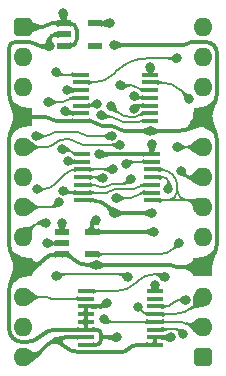
<source format=gtl>
%TF.GenerationSoftware,KiCad,Pcbnew,9.0.7*%
%TF.CreationDate,2026-02-20T09:43:29+02:00*%
%TF.ProjectId,HCP65 Hold Count,48435036-3520-4486-9f6c-6420436f756e,V2*%
%TF.SameCoordinates,Original*%
%TF.FileFunction,Copper,L1,Top*%
%TF.FilePolarity,Positive*%
%FSLAX46Y46*%
G04 Gerber Fmt 4.6, Leading zero omitted, Abs format (unit mm)*
G04 Created by KiCad (PCBNEW 9.0.7) date 2026-02-20 09:43:29*
%MOMM*%
%LPD*%
G01*
G04 APERTURE LIST*
G04 Aperture macros list*
%AMRoundRect*
0 Rectangle with rounded corners*
0 $1 Rounding radius*
0 $2 $3 $4 $5 $6 $7 $8 $9 X,Y pos of 4 corners*
0 Add a 4 corners polygon primitive as box body*
4,1,4,$2,$3,$4,$5,$6,$7,$8,$9,$2,$3,0*
0 Add four circle primitives for the rounded corners*
1,1,$1+$1,$2,$3*
1,1,$1+$1,$4,$5*
1,1,$1+$1,$6,$7*
1,1,$1+$1,$8,$9*
0 Add four rect primitives between the rounded corners*
20,1,$1+$1,$2,$3,$4,$5,0*
20,1,$1+$1,$4,$5,$6,$7,0*
20,1,$1+$1,$6,$7,$8,$9,0*
20,1,$1+$1,$8,$9,$2,$3,0*%
G04 Aperture macros list end*
%TA.AperFunction,SMDPad,CuDef*%
%ADD10R,1.250000X0.600000*%
%TD*%
%TA.AperFunction,SMDPad,CuDef*%
%ADD11R,1.475000X0.450000*%
%TD*%
%TA.AperFunction,ComponentPad*%
%ADD12O,1.600000X1.600000*%
%TD*%
%TA.AperFunction,ComponentPad*%
%ADD13R,1.600000X1.600000*%
%TD*%
%TA.AperFunction,ComponentPad*%
%ADD14RoundRect,0.400000X-0.400000X-0.400000X0.400000X-0.400000X0.400000X0.400000X-0.400000X0.400000X0*%
%TD*%
%TA.AperFunction,SMDPad,CuDef*%
%ADD15R,1.150000X0.600000*%
%TD*%
%TA.AperFunction,SMDPad,CuDef*%
%ADD16R,1.450000X0.450000*%
%TD*%
%TA.AperFunction,ViaPad*%
%ADD17C,0.800000*%
%TD*%
%TA.AperFunction,Conductor*%
%ADD18C,0.350000*%
%TD*%
%TA.AperFunction,Conductor*%
%ADD19C,0.380000*%
%TD*%
%TA.AperFunction,Conductor*%
%ADD20C,0.200000*%
%TD*%
G04 APERTURE END LIST*
D10*
%TO.P,IC28,1,B*%
%TO.N,/~{L_{1+0}=C_{1+0}}*%
X3322000Y-17338000D03*
%TO.P,IC28,2,A*%
%TO.N,/~{L_{3+2}=C_{3+2}}*%
X3322000Y-18288000D03*
%TO.P,IC28,3,GND*%
%TO.N,GND*%
X3322000Y-19238000D03*
%TO.P,IC28,4,Y*%
%TO.N,L=C*%
X5822000Y-19238000D03*
%TO.P,IC28,5,3V*%
%TO.N,3.3V*%
X5822000Y-17338000D03*
%TD*%
D11*
%TO.P,IC26,1,1A*%
%TO.N,/~{L3=C3}*%
X5046000Y-10765000D03*
%TO.P,IC26,2,1B*%
%TO.N,/~{L2=C2}*%
X5046000Y-11415000D03*
%TO.P,IC26,3,1Y*%
%TO.N,/~{L_{3+2}=C_{3+2}}*%
X5046000Y-12065000D03*
%TO.P,IC26,4,2A*%
%TO.N,/~{L1=C1}*%
X5046000Y-12715000D03*
%TO.P,IC26,5,2B*%
%TO.N,/~{L0=C0}*%
X5046000Y-13365000D03*
%TO.P,IC26,6,2Y*%
%TO.N,/~{L_{1+0}=C_{1+0}}*%
X5046000Y-14015000D03*
%TO.P,IC26,7,GND*%
%TO.N,GND*%
X5046000Y-14665000D03*
%TO.P,IC26,8,3Y*%
%TO.N,~{L=C}*%
X10922000Y-14665000D03*
%TO.P,IC26,9,3A*%
%TO.N,/~{L_{3+2}=C_{3+2}}*%
X10922000Y-14015000D03*
%TO.P,IC26,10,3B*%
%TO.N,/~{L_{1+0}=C_{1+0}}*%
X10922000Y-13365000D03*
%TO.P,IC26,11,4Y*%
%TO.N,/~{Reset Counter}*%
X10922000Y-12715000D03*
%TO.P,IC26,12,4A*%
%TO.N,~{L=C}*%
X10922000Y-12065000D03*
%TO.P,IC26,13,4B*%
%TO.N,~{CLK High Pulse}*%
X10922000Y-11415000D03*
%TO.P,IC26,14,3V*%
%TO.N,3.3V*%
X10922000Y-10765000D03*
%TD*%
%TO.P,IC24,1,1A*%
%TO.N,Latch3*%
X4919000Y-4049000D03*
%TO.P,IC24,2,1B*%
%TO.N,Count3*%
X4919000Y-4699000D03*
%TO.P,IC24,3,1Y*%
%TO.N,/~{L3=C3}*%
X4919000Y-5349000D03*
%TO.P,IC24,4,2A*%
%TO.N,Latch2*%
X4919000Y-5999000D03*
%TO.P,IC24,5,2B*%
%TO.N,Count2*%
X4919000Y-6649000D03*
%TO.P,IC24,6,2Y*%
%TO.N,/~{L2=C2}*%
X4919000Y-7299000D03*
%TO.P,IC24,7,GND*%
%TO.N,GND*%
X4919000Y-7949000D03*
%TO.P,IC24,8,3Y*%
%TO.N,/~{L1=C1}*%
X10795000Y-7949000D03*
%TO.P,IC24,9,3A*%
%TO.N,Latch1*%
X10795000Y-7299000D03*
%TO.P,IC24,10,3B*%
%TO.N,Count1*%
X10795000Y-6649000D03*
%TO.P,IC24,11,4Y*%
%TO.N,/~{L0=C0}*%
X10795000Y-5999000D03*
%TO.P,IC24,12,4A*%
%TO.N,Latch0*%
X10795000Y-5349000D03*
%TO.P,IC24,13,4B*%
%TO.N,Count0*%
X10795000Y-4699000D03*
%TO.P,IC24,14,3V*%
%TO.N,3.3V*%
X10795000Y-4049000D03*
%TD*%
D12*
%TO.P,J1,24*%
%TO.N,unconnected-(J1-Pad24)*%
X15240000Y0D03*
%TO.P,J1,23*%
%TO.N,unconnected-(J1-Pad23)*%
X15240000Y-2540000D03*
%TO.P,J1,22*%
%TO.N,unconnected-(J1-Pad22)*%
X15240000Y-5080000D03*
D13*
%TO.P,J1,21*%
%TO.N,GND*%
X15240000Y-7620000D03*
D12*
%TO.P,J1,20*%
%TO.N,Count3*%
X15240000Y-10160000D03*
%TO.P,J1,19*%
%TO.N,L=C*%
X15240000Y-12700000D03*
%TO.P,J1,18*%
%TO.N,~{L=C}*%
X15240000Y-15240000D03*
%TO.P,J1,17*%
%TO.N,Count0*%
X15240000Y-17780000D03*
D13*
%TO.P,J1,16*%
%TO.N,GND*%
X15240000Y-20320000D03*
D12*
%TO.P,J1,15*%
%TO.N,Count1*%
X15240000Y-22860000D03*
%TO.P,J1,14*%
%TO.N,Count2*%
X15240000Y-25400000D03*
D14*
%TO.P,J1,13*%
%TO.N,5V*%
X15240000Y-27940000D03*
D12*
%TO.P,J1,12*%
%TO.N,3.3V*%
X0Y-27940000D03*
%TO.P,J1,11*%
%TO.N,~{CLK High Pulse}*%
X0Y-25400000D03*
%TO.P,J1,10*%
%TO.N,CLK High Pulse*%
X0Y-22860000D03*
D13*
%TO.P,J1,9*%
%TO.N,GND*%
X0Y-20320000D03*
D12*
%TO.P,J1,8*%
%TO.N,Latch3*%
X0Y-17780000D03*
%TO.P,J1,7*%
%TO.N,Latch2*%
X0Y-15240000D03*
%TO.P,J1,6*%
%TO.N,Latch1*%
X0Y-12700000D03*
%TO.P,J1,5*%
%TO.N,Latch0*%
X0Y-10160000D03*
D13*
%TO.P,J1,4*%
%TO.N,GND*%
X0Y-7620000D03*
D12*
%TO.P,J1,3*%
%TO.N,unconnected-(J1-Pad3)*%
X0Y-5080000D03*
%TO.P,J1,2*%
%TO.N,unconnected-(J1-Pad2)*%
X0Y-2540000D03*
D14*
%TO.P,J1,1*%
%TO.N,5V*%
X0Y0D03*
%TD*%
D15*
%TO.P,IC2,1,6VIn*%
%TO.N,5V*%
X3511002Y315000D03*
%TO.P,IC2,2,GND*%
%TO.N,GND*%
X3511002Y-635000D03*
%TO.P,IC2,3,EN*%
%TO.N,5V*%
X3511002Y-1585000D03*
%TO.P,IC2,4,ADJ*%
%TO.N,unconnected-(IC2-ADJ-Pad4)*%
X6111002Y-1585000D03*
%TO.P,IC2,5,3.3VOut*%
%TO.N,3.3V*%
X6111002Y315000D03*
%TD*%
D16*
%TO.P,IC23,1,~{MR}*%
%TO.N,/~{Reset Counter}*%
X5330000Y-22363000D03*
%TO.P,IC23,2,CP*%
%TO.N,CLK High Pulse*%
X5330000Y-23013000D03*
%TO.P,IC23,3,D0*%
%TO.N,GND*%
X5330000Y-23663000D03*
%TO.P,IC23,4,D1*%
X5330000Y-24313000D03*
%TO.P,IC23,5,D2*%
X5330000Y-24963000D03*
%TO.P,IC23,6,D3*%
X5330000Y-25613000D03*
%TO.P,IC23,7,CEP*%
%TO.N,3.3V*%
X5330000Y-26263000D03*
%TO.P,IC23,8,GND*%
%TO.N,GND*%
X5330000Y-26913000D03*
%TO.P,IC23,9,~{PE}*%
%TO.N,3.3V*%
X11180000Y-26913000D03*
%TO.P,IC23,10,CET*%
X11180000Y-26263000D03*
%TO.P,IC23,11,Q3*%
%TO.N,Count3*%
X11180000Y-25613000D03*
%TO.P,IC23,12,Q2*%
%TO.N,Count2*%
X11180000Y-24963000D03*
%TO.P,IC23,13,Q1*%
%TO.N,Count1*%
X11180000Y-24313000D03*
%TO.P,IC23,14,Q0*%
%TO.N,Count0*%
X11180000Y-23663000D03*
%TO.P,IC23,15,TC*%
%TO.N,unconnected-(IC23-TC-Pad15)*%
X11180000Y-23013000D03*
%TO.P,IC23,16,3V*%
%TO.N,3.3V*%
X11180000Y-22363000D03*
%TD*%
D17*
%TO.N,3.3V*%
X10778000Y-3429000D03*
%TO.N,GND*%
X7732002Y-1524000D03*
%TO.N,3.3V*%
X6433502Y-10755506D03*
%TO.N,Count0*%
X14097000Y-6096000D03*
%TO.N,L=C*%
X13390988Y-12189377D03*
%TO.N,Count1*%
X9779000Y-23749000D03*
X9406099Y-6905025D03*
%TO.N,GND*%
X10795000Y-8795877D03*
%TO.N,Count3*%
X13081000Y-2667000D03*
%TO.N,GND*%
X7747000Y-15748000D03*
X7112000Y-23368000D03*
X6223000Y-20138002D03*
%TO.N,3.3V*%
X11110000Y-17338000D03*
%TO.N,L=C*%
X13208000Y-18288000D03*
%TO.N,3.3V*%
X12573000Y-26289000D03*
%TO.N,/~{Reset Counter}*%
X12319000Y-13716000D03*
X12001000Y-21145000D03*
%TO.N,~{CLK High Pulse}*%
X8703000Y-11582355D03*
X8890000Y-21145000D03*
X2794000Y-21082000D03*
%TO.N,Count2*%
X6254838Y-6477957D03*
%TO.N,Latch3*%
X2794000Y-3810000D03*
X1940888Y-16573001D03*
%TO.N,Latch2*%
X2159000Y-6350000D03*
X3036000Y-14829648D03*
%TO.N,3.3V*%
X10922000Y-9906000D03*
%TO.N,GND*%
X10922000Y-15748000D03*
%TO.N,/~{L_{3+2}=C_{3+2}}*%
X7921437Y-14475225D03*
X7620000Y-12065000D03*
%TO.N,/~{L2=C2}*%
X3590886Y-7124000D03*
X3806344Y-11330752D03*
%TO.N,/~{L3=C3}*%
X3692992Y-5352792D03*
X3290000Y-10364544D03*
%TO.N,/~{L_{1+0}=C_{1+0}}*%
X3302000Y-16637000D03*
X3424408Y-13854126D03*
%TO.N,/~{L_{3+2}=C_{3+2}}*%
X2032000Y-18288000D03*
X1155000Y-13716000D03*
%TO.N,3.3V*%
X6223000Y-16383000D03*
%TO.N,Count2*%
X6858000Y-24765000D03*
%TO.N,3.3V*%
X11176000Y-21844000D03*
%TO.N,GND*%
X8001000Y-26289000D03*
%TO.N,Count0*%
X13819000Y-23114000D03*
%TO.N,Count3*%
X13069000Y-10160000D03*
X13582603Y-26000542D03*
%TO.N,Latch1*%
X1104573Y-9220000D03*
X7514444Y-9220000D03*
X7498000Y-6686366D03*
%TO.N,/~{L1=C1}*%
X6639048Y-7455140D03*
X6794000Y-12815000D03*
%TO.N,/~{L0=C0}*%
X9129000Y-12853487D03*
X9367086Y-5855748D03*
%TO.N,Latch0*%
X8255000Y-4953000D03*
X8255000Y-9970000D03*
%TO.N,3.3V*%
X7351002Y315000D03*
%TO.N,GND*%
X2286000Y-1651000D03*
%TO.N,5V*%
X3414002Y1143000D03*
%TD*%
D18*
%TO.N,3.3V*%
X12560000Y-26276000D02*
G75*
G03*
X12528615Y-26262994I-31400J-31400D01*
G01*
X8560213Y-10765000D02*
G75*
G03*
X8523996Y-10779996I-13J-51200D01*
G01*
X2044999Y-26910999D02*
G75*
G02*
X3609410Y-26263003I1564401J-1564401D01*
G01*
X3341000Y-26911000D02*
G75*
G03*
X2045000Y-26911000I-648000J-648000D01*
G01*
X3609410Y-26263000D02*
G75*
G03*
X3340982Y-26911018I-10J-379600D01*
G01*
X3341000Y-26911000D02*
G75*
G03*
X4905410Y-27558996I1564400J1564400D01*
G01*
X11178000Y-21846000D02*
G75*
G02*
X11179988Y-21850828I-4800J-4800D01*
G01*
X6453249Y-10775253D02*
G75*
G03*
X6500922Y-10794990I47651J47653D01*
G01*
X1375210Y-27580789D02*
G75*
G02*
X508000Y-27939999I-867210J867209D01*
G01*
X8959000Y-27236000D02*
G75*
G02*
X8179209Y-27559004I-779800J779800D01*
G01*
X10786500Y-3437500D02*
G75*
G02*
X10794991Y-3458020I-20500J-20500D01*
G01*
X9738790Y-26913000D02*
G75*
G03*
X8959003Y-27236003I10J-1102800D01*
G01*
X8524000Y-10780000D02*
G75*
G02*
X8487786Y-10794995I-36200J36200D01*
G01*
X6072944Y-16383000D02*
G75*
G03*
X5895487Y-16456487I-44J-250900D01*
G01*
X5895500Y-16456500D02*
G75*
G03*
X5822019Y-16633944I177400J-177400D01*
G01*
D19*
%TO.N,5V*%
X4557002Y-1047261D02*
G75*
G02*
X4399502Y-1427500I-537742J1D01*
G01*
X4387502Y145500D02*
G75*
G03*
X3978292Y314998I-409202J-409200D01*
G01*
X3462502Y1094500D02*
G75*
G02*
X3511006Y977410I-117102J-117100D01*
G01*
D18*
X2442738Y315000D02*
G75*
G03*
X2062500Y157500I2J-537740D01*
G01*
D19*
X4399502Y-1427500D02*
G75*
G02*
X4019263Y-1584985I-380202J380200D01*
G01*
D18*
X2062500Y157500D02*
G75*
G02*
X1682261Y-3I-380240J380230D01*
G01*
D19*
X4387502Y145500D02*
G75*
G02*
X4556998Y-263709I-409202J-409200D01*
G01*
D18*
%TO.N,GND*%
X2375500Y-7784500D02*
G75*
G03*
X1978361Y-7619999I-397140J-397140D01*
G01*
X6504500Y-25712500D02*
G75*
G02*
X6603994Y-25952714I-240200J-240200D01*
G01*
D19*
X2421001Y-770001D02*
G75*
G03*
X2286009Y-1095922I325899J-325899D01*
G01*
D18*
X831557Y-7620000D02*
G75*
G03*
X-587999Y-8208000I-2J-2007548D01*
G01*
X-588000Y-7032000D02*
G75*
G03*
X831557Y-7620001I1419560J1419560D01*
G01*
X13970000Y-1397000D02*
G75*
G02*
X13663394Y-1523998I-306600J306600D01*
G01*
X2375500Y-7784500D02*
G75*
G03*
X2772638Y-7948998I397140J397150D01*
G01*
X1547111Y-19915888D02*
G75*
G02*
X571500Y-20319997I-975611J975618D01*
G01*
X8056609Y-8595438D02*
G75*
G03*
X8540510Y-8795858I483891J483938D01*
G01*
X-1202000Y-18268057D02*
G75*
G03*
X-600999Y-19719000I2051960J7D01*
G01*
X16158499Y-1553499D02*
G75*
G03*
X15474071Y-1270012I-684399J-684401D01*
G01*
X2820411Y-25613000D02*
G75*
G03*
X1544497Y-26141497I-11J-1804400D01*
G01*
X2773500Y-19238000D02*
G75*
G03*
X1837151Y-19625848I0J-1324200D01*
G01*
X6964500Y-23515500D02*
G75*
G02*
X6608403Y-23663001I-356100J356100D01*
G01*
X4321001Y-19688001D02*
G75*
G03*
X5407399Y-20138002I1086399J1086401D01*
G01*
X-1176000Y-25539994D02*
G75*
G03*
X-845029Y-26339029I1130014J3D01*
G01*
D19*
X2746922Y-635000D02*
G75*
G03*
X2420994Y-769994I-22J-460900D01*
G01*
D18*
X15841000Y-19719000D02*
G75*
G02*
X14390057Y-20319982I-1450900J1450900D01*
G01*
X-686060Y-1270000D02*
G75*
G03*
X-1032500Y-1413500I-2J-489935D01*
G01*
X6229500Y-8172000D02*
G75*
G03*
X6767869Y-8395013I538400J538400D01*
G01*
X6504500Y-25712500D02*
G75*
G03*
X6264285Y-25613006I-240200J-240200D01*
G01*
X6805000Y-26289000D02*
G75*
G03*
X6604000Y-26490000I0J-201000D01*
G01*
X6604000Y-26088000D02*
G75*
G03*
X6805000Y-26289000I201000J0D01*
G01*
X15840999Y-8220999D02*
G75*
G02*
X16441982Y-9671940I-1450899J-1450901D01*
G01*
X6493000Y-26802000D02*
G75*
G02*
X6225022Y-26913009I-268000J268000D01*
G01*
X8056609Y-8595438D02*
G75*
G03*
X7572708Y-8394983I-483909J-483862D01*
G01*
X-588000Y-20908000D02*
G75*
G03*
X-1176001Y-22327557I1419560J-1419560D01*
G01*
X1544500Y-26141500D02*
G75*
G02*
X268588Y-26670000I-1275915J1275919D01*
G01*
X-600999Y-8221000D02*
G75*
G03*
X-1202002Y-9671942I1450949J-1450950D01*
G01*
X14652061Y-8207938D02*
G75*
G02*
X13232652Y-8795875I-1419411J1419418D01*
G01*
X6604000Y-26534022D02*
G75*
G02*
X6492993Y-26801993I-379000J22D01*
G01*
X12736001Y-20229001D02*
G75*
G03*
X12516309Y-20137997I-219701J-219699D01*
G01*
X16441999Y-18268057D02*
G75*
G02*
X15840997Y-19718997I-2051949J7D01*
G01*
X1079500Y-1460500D02*
G75*
G03*
X619592Y-1270003I-459900J-459900D01*
G01*
X-1032500Y-1413500D02*
G75*
G03*
X-1176000Y-1759939I346442J-346441D01*
G01*
X7205500Y-15206500D02*
G75*
G03*
X5898203Y-14664999I-1307300J-1307300D01*
G01*
X1079500Y-1460500D02*
G75*
G03*
X1539407Y-1650997I459900J459900D01*
G01*
X4065100Y-19432100D02*
G75*
G03*
X3596500Y-19238000I-468600J-468600D01*
G01*
X-1176000Y-5612442D02*
G75*
G03*
X-588000Y-7032000I2007568J4D01*
G01*
X-845029Y-26339029D02*
G75*
G03*
X-45994Y-26670000I799038J799043D01*
G01*
X16158499Y-1553499D02*
G75*
G02*
X16441988Y-2237927I-684399J-684401D01*
G01*
X16441999Y-5568059D02*
G75*
G02*
X15841002Y-7019003I-2051949J-1D01*
G01*
X12736001Y-20229001D02*
G75*
G03*
X12955692Y-20320003I219699J219701D01*
G01*
X14276605Y-1270000D02*
G75*
G03*
X13969998Y-1396998I-5J-433600D01*
G01*
X6229500Y-8172000D02*
G75*
G03*
X5691130Y-7948987I-538400J-538400D01*
G01*
X6604000Y-26490000D02*
X6604000Y-26088000D01*
D20*
%TO.N,/~{L_{3+2}=C_{3+2}}*%
X10242698Y-14015000D02*
G75*
G03*
X9687149Y-14245104I2J-785700D01*
G01*
X4502625Y-12065000D02*
G75*
G03*
X3575018Y-12449216I-25J-1311800D01*
G01*
X9687157Y-14245112D02*
G75*
G02*
X9131616Y-14475244I-555557J555512D01*
G01*
X2715985Y-13308264D02*
G75*
G02*
X1731625Y-13715999I-984365J984374D01*
G01*
%TO.N,/~{L_{1+0}=C_{1+0}}*%
X3312000Y-16647000D02*
G75*
G02*
X3321983Y-16671142I-24100J-24100D01*
G01*
X3504845Y-13934563D02*
G75*
G03*
X3699037Y-14014982I194155J194163D01*
G01*
X7831424Y-13716000D02*
G75*
G03*
X7470493Y-13865493I-24J-510400D01*
G01*
X7470500Y-13865500D02*
G75*
G02*
X7109575Y-14014990I-360900J360900D01*
G01*
X10232694Y-13365000D02*
G75*
G03*
X9809002Y-13540502I6J-599200D01*
G01*
X9809000Y-13540500D02*
G75*
G02*
X9385305Y-13716002I-423700J423700D01*
G01*
%TO.N,/~{L0=C0}*%
X7202814Y-13440500D02*
G75*
G02*
X6902244Y-13565022I-300614J300600D01*
G01*
X6320339Y-13465000D02*
G75*
G03*
X6078917Y-13364981I-241439J-241400D01*
G01*
X7503383Y-13316000D02*
G75*
G03*
X7202816Y-13440502I17J-425100D01*
G01*
X6320339Y-13465000D02*
G75*
G03*
X6561760Y-13565034I241461J241400D01*
G01*
X9438712Y-5927374D02*
G75*
G03*
X9611632Y-5998991I172888J172874D01*
G01*
X8897743Y-13084743D02*
G75*
G02*
X8339440Y-13316016I-558343J558343D01*
G01*
%TO.N,/~{L3=C3}*%
X4101025Y-10564772D02*
G75*
G03*
X4584418Y-10764993I483375J483372D01*
G01*
X4101025Y-10564772D02*
G75*
G03*
X3617631Y-10364532I-483425J-483428D01*
G01*
X3699465Y-5349000D02*
G75*
G03*
X3694900Y-5350908I35J-6500D01*
G01*
%TO.N,/~{L2=C2}*%
X3678386Y-7211500D02*
G75*
G03*
X3889629Y-7298992I211214J211200D01*
G01*
X3848468Y-11372876D02*
G75*
G03*
X3950164Y-11415031I101732J101676D01*
G01*
%TO.N,/~{L1=C1}*%
X9903846Y-7978500D02*
G75*
G02*
X9832626Y-8008025I-71246J71200D01*
G01*
X6744000Y-12765000D02*
G75*
G03*
X6623289Y-12715004I-120700J-120700D01*
G01*
X9975066Y-7949000D02*
G75*
G03*
X9903867Y-7978521I34J-100700D01*
G01*
X6697662Y-7513754D02*
G75*
G03*
X6839168Y-7572376I141538J141554D01*
G01*
X7923106Y-7790184D02*
G75*
G03*
X8448960Y-8008019I525894J525884D01*
G01*
X7923106Y-7790184D02*
G75*
G03*
X7397251Y-7572391I-525806J-525816D01*
G01*
%TO.N,~{L=C}*%
X14952500Y-14952500D02*
G75*
G03*
X14258413Y-14664994I-694100J-694100D01*
G01*
X12659225Y-12486775D02*
G75*
G03*
X11640970Y-12065012I-1018225J-1018225D01*
G01*
X12659225Y-12486775D02*
G75*
G02*
X13080988Y-13505029I-1018225J-1018225D01*
G01*
X12289000Y-14665000D02*
G75*
G03*
X13081000Y-13873000I0J792000D01*
G01*
X13081000Y-13873000D02*
G75*
G03*
X13873000Y-14665000I792000J0D01*
G01*
X13873000Y-14665000D02*
X12289000Y-14665000D01*
%TO.N,L=C*%
X13646299Y-12444688D02*
G75*
G03*
X14262675Y-12700013I616401J616388D01*
G01*
X12733000Y-18763000D02*
G75*
G02*
X11586248Y-19238020I-1146800J1146800D01*
G01*
%TO.N,CLK High Pulse*%
X2235500Y-22936500D02*
G75*
G03*
X2050812Y-22859995I-184700J-184700D01*
G01*
X2235500Y-22936500D02*
G75*
G03*
X2420187Y-23013005I184700J184700D01*
G01*
%TO.N,Count3*%
X7715441Y-3968558D02*
G75*
G02*
X5952000Y-4698994I-1763441J1763458D01*
G01*
X13351832Y-25769771D02*
G75*
G03*
X12794701Y-25538998I-557132J-557129D01*
G01*
X12314664Y-25539000D02*
G75*
G03*
X12225362Y-25576023I36J-126300D01*
G01*
X12225339Y-25576000D02*
G75*
G02*
X12136013Y-25613017I-89339J89300D01*
G01*
X10453840Y-2667000D02*
G75*
G03*
X8001002Y-3683002I0J-3468830D01*
G01*
%TO.N,Count1*%
X14513500Y-23586500D02*
G75*
G02*
X12759573Y-24312989I-1753900J1753900D01*
G01*
X10061000Y-24031000D02*
G75*
G03*
X10741808Y-24312997I680800J680800D01*
G01*
X9843161Y-6649000D02*
G75*
G03*
X9534123Y-6777024I39J-437100D01*
G01*
%TO.N,Count2*%
X13934500Y-25181500D02*
G75*
G03*
X14462005Y-25399998I527500J527500D01*
G01*
X13934500Y-25181500D02*
G75*
G03*
X13406994Y-24963002I-527500J-527500D01*
G01*
X6169316Y-6563478D02*
G75*
G02*
X5962849Y-6649031I-206516J206478D01*
G01*
X6957000Y-24864000D02*
G75*
G03*
X7196007Y-24962997I239000J239000D01*
G01*
%TO.N,Count0*%
X12679500Y-23388500D02*
G75*
G02*
X12016798Y-23662999I-662700J662700D01*
G01*
X13373519Y-5372519D02*
G75*
G03*
X11747500Y-4698989I-1626019J-1625981D01*
G01*
X13342201Y-23114000D02*
G75*
G03*
X12679500Y-23388500I-1J-937200D01*
G01*
%TO.N,Latch2*%
X4229694Y-5999000D02*
G75*
G03*
X3806002Y-6174502I6J-599200D01*
G01*
X3806000Y-6174500D02*
G75*
G02*
X3382305Y-6350002I-423700J423700D01*
G01*
X2830824Y-15034824D02*
G75*
G02*
X2335485Y-15239994I-495324J495324D01*
G01*
%TO.N,Latch3*%
X1573943Y-16573001D02*
G75*
G03*
X947532Y-16832471I-3J-885869D01*
G01*
X2913500Y-3929500D02*
G75*
G03*
X3201998Y-4049001I288500J288500D01*
G01*
%TO.N,Latch1*%
X2773345Y-8890000D02*
G75*
G03*
X2374998Y-9054998I-5J-563340D01*
G01*
X10236156Y-7299000D02*
G75*
G03*
X9863182Y-7453521I44J-527500D01*
G01*
X5042000Y-9055000D02*
G75*
G03*
X4643654Y-8890019I-398300J-398300D01*
G01*
X9863161Y-7453500D02*
G75*
G02*
X9490165Y-7607974I-372961J373000D01*
G01*
X2375000Y-9055000D02*
G75*
G02*
X1976654Y-9219999I-398350J398360D01*
G01*
X7963894Y-7152260D02*
G75*
G03*
X9064147Y-7608003I1100256J1100250D01*
G01*
X5042000Y-9055000D02*
G75*
G03*
X5440345Y-9219952I398300J398400D01*
G01*
%TO.N,Latch0*%
X9723000Y-5151000D02*
G75*
G03*
X9244985Y-4953006I-478000J-478000D01*
G01*
X9723000Y-5151000D02*
G75*
G03*
X10201014Y-5348994I478000J478000D01*
G01*
X4540500Y-9747500D02*
G75*
G03*
X4003337Y-9525001I-537160J-537160D01*
G01*
X2730500Y-9842500D02*
G75*
G02*
X1963987Y-10160003I-766520J766520D01*
G01*
X3497012Y-9525000D02*
G75*
G03*
X2730496Y-9842496I-12J-1084000D01*
G01*
X4540500Y-9747500D02*
G75*
G03*
X5077662Y-9970016I537200J537200D01*
G01*
%TO.N,~{CLK High Pulse}*%
X8795000Y-21050000D02*
G75*
G03*
X8565649Y-20955021I-229300J-229300D01*
G01*
X8988692Y-11415000D02*
G75*
G03*
X8786680Y-11498680I8J-285700D01*
G01*
X3010802Y-20955000D02*
G75*
G03*
X2857499Y-21018499I-2J-216800D01*
G01*
%TO.N,/~{Reset Counter}*%
X9582999Y-21658999D02*
G75*
G02*
X7883393Y-22362996I-1699599J1699599D01*
G01*
X12199500Y-12834500D02*
G75*
G03*
X11911001Y-12714999I-288500J-288500D01*
G01*
X12199500Y-12834500D02*
G75*
G02*
X12319001Y-13122998I-288500J-288500D01*
G01*
X11906000Y-21050000D02*
G75*
G03*
X11676649Y-20955021I-229300J-229300D01*
G01*
X11049000Y-20955000D02*
G75*
G03*
X9748191Y-21493822I0J-1839600D01*
G01*
%TO.N,Count3*%
X13081000Y-2667000D02*
X10453840Y-2667000D01*
X7715441Y-3968558D02*
X8001000Y-3683000D01*
X5952000Y-4699000D02*
X4919000Y-4699000D01*
D18*
%TO.N,3.3V*%
X10786500Y-3437500D02*
X10778000Y-3429000D01*
X10795000Y-3458020D02*
X10795000Y-4049000D01*
%TO.N,5V*%
X1682261Y0D02*
X0Y0D01*
X2442738Y315000D02*
X3511002Y315000D01*
%TO.N,GND*%
X1539407Y-1651000D02*
X2286000Y-1651000D01*
X13663394Y-1524000D02*
X7732002Y-1524000D01*
X16441999Y-2237927D02*
X16441999Y-5568059D01*
X15474071Y-1270000D02*
X14276605Y-1270000D01*
D20*
%TO.N,/~{Reset Counter}*%
X12319000Y-13122998D02*
X12319000Y-13716000D01*
X11911001Y-12715000D02*
X10922000Y-12715000D01*
%TO.N,~{L=C}*%
X11640970Y-12065000D02*
X10922000Y-12065000D01*
%TO.N,Latch0*%
X8255000Y-9970000D02*
X5077662Y-9970000D01*
X1963987Y-10160000D02*
X0Y-10160000D01*
X4003337Y-9525000D02*
X3497012Y-9525000D01*
%TO.N,/~{L1=C1}*%
X6839168Y-7572368D02*
X7397251Y-7572368D01*
X9832626Y-8008000D02*
X8448960Y-8008000D01*
X9975066Y-7949000D02*
X10795000Y-7949000D01*
%TO.N,Count2*%
X6254838Y-6477957D02*
X6169316Y-6563478D01*
%TO.N,/~{L1=C1}*%
X6697662Y-7513754D02*
X6639048Y-7455140D01*
%TO.N,Count2*%
X5962849Y-6649000D02*
X4919000Y-6649000D01*
%TO.N,Latch0*%
X9244985Y-4953000D02*
X8255000Y-4953000D01*
%TO.N,Count1*%
X9843161Y-6649000D02*
X10795000Y-6649000D01*
X9534111Y-6777012D02*
X9406099Y-6905025D01*
%TO.N,/~{L0=C0}*%
X9367086Y-5855748D02*
X9438712Y-5927374D01*
X9611632Y-5999000D02*
X10795000Y-5999000D01*
D18*
%TO.N,GND*%
X2820411Y-25613000D02*
X5330000Y-25613000D01*
X268588Y-26670000D02*
X-45994Y-26670000D01*
X-1176000Y-25539994D02*
X-1176000Y-22327557D01*
D20*
%TO.N,Count0*%
X13819000Y-23114000D02*
X13342201Y-23114000D01*
X12016798Y-23663000D02*
X11180000Y-23663000D01*
D18*
%TO.N,GND*%
X7205500Y-15206500D02*
X7747000Y-15748000D01*
X5898203Y-14665000D02*
X5046000Y-14665000D01*
D20*
%TO.N,/~{L_{3+2}=C_{3+2}}*%
X5589375Y-12065000D02*
X7620000Y-12065000D01*
%TO.N,Latch2*%
X3382305Y-6350000D02*
X2159000Y-6350000D01*
X4229694Y-5999000D02*
X4919000Y-5999000D01*
%TO.N,/~{L3=C3}*%
X3290000Y-10364544D02*
X3617631Y-10364544D01*
%TO.N,/~{L_{3+2}=C_{3+2}}*%
X1155000Y-13716000D02*
X1731625Y-13716000D01*
X3575025Y-12449223D02*
X2715985Y-13308264D01*
%TO.N,/~{L2=C2}*%
X3848468Y-11372876D02*
X3806344Y-11330752D01*
X3950164Y-11415000D02*
X5046000Y-11415000D01*
D18*
%TO.N,GND*%
X2772638Y-7949000D02*
X4919000Y-7949000D01*
X1978361Y-7620000D02*
X831557Y-7620000D01*
D20*
%TO.N,Latch1*%
X7514444Y-9220000D02*
X5440345Y-9220000D01*
X2773345Y-8890000D02*
X4643654Y-8890000D01*
X1976654Y-9220000D02*
X1104573Y-9220000D01*
D18*
%TO.N,3.3V*%
X6453249Y-10775253D02*
X6433502Y-10755506D01*
X6500922Y-10795000D02*
X8487786Y-10795000D01*
X8560213Y-10765000D02*
X10922000Y-10765000D01*
D20*
%TO.N,~{CLK High Pulse}*%
X8988692Y-11415000D02*
X10922000Y-11415000D01*
X8703000Y-11582355D02*
X8786677Y-11498677D01*
D18*
%TO.N,3.3V*%
X11180000Y-26913000D02*
X9738790Y-26913000D01*
X4905410Y-27559000D02*
X8179209Y-27559000D01*
X3609410Y-26263000D02*
X5330000Y-26263000D01*
X2044999Y-26910999D02*
X1375210Y-27580789D01*
%TO.N,GND*%
X6805000Y-26289000D02*
X8001000Y-26289000D01*
X-1176000Y-1759939D02*
X-1176000Y-5612442D01*
X-686060Y-1270000D02*
X619592Y-1270000D01*
X16441999Y-9671940D02*
X16441999Y-18268057D01*
D20*
%TO.N,Latch3*%
X1573943Y-16573001D02*
X1940888Y-16573001D01*
X947530Y-16832469D02*
X0Y-17780000D01*
D18*
%TO.N,GND*%
X8540510Y-8795877D02*
X10795000Y-8795877D01*
X6767869Y-8395000D02*
X7572708Y-8395000D01*
X4919000Y-7949000D02*
X5691130Y-7949000D01*
D20*
%TO.N,/~{L1=C1}*%
X6744000Y-12765000D02*
X6794000Y-12815000D01*
X6623289Y-12715000D02*
X5046000Y-12715000D01*
D18*
%TO.N,3.3V*%
X5822000Y-17338000D02*
X5822000Y-16633944D01*
X6072944Y-16383000D02*
X6223000Y-16383000D01*
%TO.N,GND*%
X13232652Y-8795877D02*
X10795000Y-8795877D01*
D20*
%TO.N,Count0*%
X14097000Y-6096000D02*
X13373519Y-5372519D01*
X11747500Y-4699000D02*
X10795000Y-4699000D01*
%TO.N,L=C*%
X13646299Y-12444688D02*
X13390988Y-12189377D01*
X14262675Y-12700000D02*
X15240000Y-12700000D01*
%TO.N,~{L=C}*%
X13081000Y-13505029D02*
X13081000Y-13873000D01*
%TO.N,L=C*%
X13208000Y-18288000D02*
X12733000Y-18763000D01*
X11586248Y-19238000D02*
X5822000Y-19238000D01*
%TO.N,Count1*%
X9779000Y-23749000D02*
X10061000Y-24031000D01*
%TO.N,/~{L0=C0}*%
X9129000Y-12853487D02*
X8897743Y-13084743D01*
X7503383Y-13316000D02*
X8339440Y-13316000D01*
X6902244Y-13565000D02*
X6561760Y-13565000D01*
X6078917Y-13365000D02*
X5046000Y-13365000D01*
%TO.N,Latch1*%
X9490165Y-7608000D02*
X9064147Y-7608000D01*
X7498000Y-6686366D02*
X7963894Y-7152260D01*
%TO.N,Count3*%
X13069000Y-10160000D02*
X15240000Y-10160000D01*
D18*
%TO.N,GND*%
X5330000Y-23663000D02*
X6608403Y-23663000D01*
X6964500Y-23515500D02*
X7112000Y-23368000D01*
D20*
%TO.N,Count2*%
X6858000Y-24765000D02*
X6957000Y-24864000D01*
X11180000Y-24963000D02*
X7196007Y-24963000D01*
D18*
%TO.N,GND*%
X6223000Y-20138002D02*
X12516309Y-20138002D01*
D20*
%TO.N,/~{Reset Counter}*%
X11676649Y-20955000D02*
X11049000Y-20955000D01*
X9582999Y-21658999D02*
X9748184Y-21493815D01*
%TO.N,~{CLK High Pulse}*%
X8795000Y-21050000D02*
X8890000Y-21145000D01*
X8565649Y-20955000D02*
X3010802Y-20955000D01*
X2794000Y-21082000D02*
X2857500Y-21018500D01*
%TO.N,/~{Reset Counter}*%
X7883393Y-22363000D02*
X5330000Y-22363000D01*
D18*
%TO.N,GND*%
X14390057Y-20320000D02*
X12955692Y-20320000D01*
D20*
%TO.N,/~{Reset Counter}*%
X12001000Y-21145000D02*
X11906000Y-21050000D01*
D18*
%TO.N,GND*%
X4321001Y-19688001D02*
X4065100Y-19432100D01*
X6223000Y-20138002D02*
X5407399Y-20138002D01*
D20*
%TO.N,/~{L_{1+0}=C_{1+0}}*%
X10232694Y-13365000D02*
X10922000Y-13365000D01*
X7831424Y-13716000D02*
X9385305Y-13716000D01*
%TO.N,/~{L_{3+2}=C_{3+2}}*%
X7921437Y-14475225D02*
X9131616Y-14475225D01*
X10242698Y-14015000D02*
X10922000Y-14015000D01*
%TO.N,/~{L_{1+0}=C_{1+0}}*%
X5046000Y-14015000D02*
X7109575Y-14015000D01*
D18*
%TO.N,3.3V*%
X11110000Y-17338000D02*
X5822000Y-17338000D01*
D20*
%TO.N,~{L=C}*%
X12289000Y-14665000D02*
X10922000Y-14665000D01*
X14258413Y-14665000D02*
X13873000Y-14665000D01*
%TO.N,Count3*%
X12136013Y-25613000D02*
X11180000Y-25613000D01*
D18*
%TO.N,3.3V*%
X12560000Y-26276000D02*
X12573000Y-26289000D01*
X12528615Y-26263000D02*
X11180000Y-26263000D01*
D20*
%TO.N,Count3*%
X12794701Y-25539000D02*
X12314664Y-25539000D01*
X13582603Y-26000542D02*
X13351832Y-25769771D01*
%TO.N,/~{L2=C2}*%
X3678386Y-7211500D02*
X3590886Y-7124000D01*
X3889629Y-7299000D02*
X4919000Y-7299000D01*
%TO.N,Latch3*%
X2794000Y-3810000D02*
X2913500Y-3929500D01*
X3201998Y-4049000D02*
X4919000Y-4049000D01*
%TO.N,/~{L3=C3}*%
X3699465Y-5349000D02*
X4919000Y-5349000D01*
X3692992Y-5352792D02*
X3694888Y-5350896D01*
%TO.N,/~{L_{1+0}=C_{1+0}}*%
X3504845Y-13934563D02*
X3424408Y-13854126D01*
X5046000Y-14015000D02*
X3699037Y-14015000D01*
%TO.N,Latch2*%
X3036000Y-14829648D02*
X2830824Y-15034824D01*
X2335485Y-15240000D02*
X0Y-15240000D01*
D18*
%TO.N,3.3V*%
X10922000Y-9906000D02*
X10922000Y-10765000D01*
%TO.N,GND*%
X10922000Y-15748000D02*
X7747000Y-15748000D01*
D20*
%TO.N,/~{L_{1+0}=C_{1+0}}*%
X3312000Y-16647000D02*
X3302000Y-16637000D01*
X3322000Y-16671142D02*
X3322000Y-17338000D01*
%TO.N,/~{L_{3+2}=C_{3+2}}*%
X2032000Y-18288000D02*
X3322000Y-18288000D01*
D18*
%TO.N,GND*%
X3047500Y-19238000D02*
X2773500Y-19238000D01*
X1547111Y-19915888D02*
X1837151Y-19625848D01*
%TO.N,3.3V*%
X11178000Y-21846000D02*
X11176000Y-21844000D01*
X11180000Y-21850828D02*
X11180000Y-22363000D01*
%TO.N,GND*%
X6604000Y-25952714D02*
X6604000Y-26088000D01*
X6264285Y-25613000D02*
X5330000Y-25613000D01*
X6604000Y-26490000D02*
X6604000Y-26534022D01*
X6225022Y-26913000D02*
X5330000Y-26913000D01*
X5330000Y-24313000D02*
X5330000Y-23663000D01*
X5330000Y-24313000D02*
X5330000Y-24963000D01*
X5330000Y-25613000D02*
X5330000Y-24963000D01*
D20*
%TO.N,Count1*%
X14513500Y-23586500D02*
X15240000Y-22860000D01*
X12759573Y-24313000D02*
X11180000Y-24313000D01*
%TO.N,Count2*%
X14462005Y-25400000D02*
X15240000Y-25400000D01*
X11180000Y-24963000D02*
X13406994Y-24963000D01*
D18*
%TO.N,3.3V*%
X11180000Y-26913000D02*
X11180000Y-26263000D01*
D20*
%TO.N,CLK High Pulse*%
X2420187Y-23013000D02*
X5330000Y-23013000D01*
X2050812Y-22860000D02*
X0Y-22860000D01*
D18*
%TO.N,GND*%
X-1202000Y-18268057D02*
X-1202000Y-9671942D01*
D19*
%TO.N,3.3V*%
X7351002Y315000D02*
X6111002Y315000D01*
%TO.N,GND*%
X2746922Y-635000D02*
X3511002Y-635000D01*
X2286000Y-1095922D02*
X2286000Y-1651000D01*
%TO.N,5V*%
X3511002Y977410D02*
X3511002Y315000D01*
X3462502Y1094500D02*
X3414002Y1143000D01*
X4557002Y-1047261D02*
X4557002Y-263709D01*
X3978292Y314999D02*
X3511002Y315000D01*
X4019263Y-1585000D02*
X3511002Y-1585000D01*
%TD*%
%TA.AperFunction,Conductor*%
%TO.N,3.3V*%
G36*
X168176Y-27158690D02*
G01*
X311078Y-27197873D01*
X312503Y-27198365D01*
X376217Y-27225119D01*
X447910Y-27255223D01*
X449203Y-27255863D01*
X678710Y-27387542D01*
X678711Y-27387542D01*
X678729Y-27387552D01*
X866486Y-27494403D01*
X979956Y-27529802D01*
X979956Y-27529801D01*
X979957Y-27529802D01*
X994977Y-27529487D01*
X1085109Y-27527600D01*
X1141090Y-27510813D01*
X1199474Y-27481830D01*
X1267047Y-27434529D01*
X1330815Y-27376902D01*
X1339250Y-27373899D01*
X1346932Y-27377311D01*
X1578341Y-27608720D01*
X1581768Y-27616993D01*
X1578403Y-27625204D01*
X1326289Y-27881113D01*
X1326288Y-27881112D01*
X1215999Y-27993714D01*
X1215654Y-27994052D01*
X972436Y-28222664D01*
X971593Y-28223384D01*
X758939Y-28388307D01*
X758411Y-28388694D01*
X454218Y-28598444D01*
X445461Y-28600319D01*
X437944Y-28595454D01*
X437856Y-28595324D01*
X1998Y-27944744D01*
X240Y-27935964D01*
X244Y-27935941D01*
X153614Y-27167683D01*
X158594Y-27160243D01*
X167378Y-27158502D01*
X168176Y-27158690D01*
G37*
%TD.AperFunction*%
%TD*%
%TA.AperFunction,Conductor*%
%TO.N,3.3V*%
G36*
X6209801Y-16379408D02*
G01*
X6218218Y-16381061D01*
X6225676Y-16386018D01*
X6225701Y-16386055D01*
X6437908Y-16704600D01*
X6439643Y-16713385D01*
X6434658Y-16720824D01*
X6433440Y-16721533D01*
X6379983Y-16748499D01*
X6377570Y-16749399D01*
X6312778Y-16765706D01*
X6310490Y-16766046D01*
X6183736Y-16772207D01*
X6183222Y-16772221D01*
X6131342Y-16772458D01*
X6131340Y-16772458D01*
X6131338Y-16772459D01*
X6112899Y-16775573D01*
X6058317Y-16784793D01*
X6015711Y-16820969D01*
X6015710Y-16820971D01*
X6001840Y-16858047D01*
X6001839Y-16858053D01*
X5997986Y-16899530D01*
X5993808Y-16907451D01*
X5986336Y-16910148D01*
X5659399Y-16910148D01*
X5651126Y-16906721D01*
X5647699Y-16898448D01*
X5647719Y-16897769D01*
X5653623Y-16796195D01*
X5653848Y-16794498D01*
X5671436Y-16710416D01*
X5672196Y-16708063D01*
X5729693Y-16579031D01*
X5729829Y-16578740D01*
X5780270Y-16475718D01*
X5827668Y-16315184D01*
X5833297Y-16308221D01*
X5841141Y-16307017D01*
X6209801Y-16379408D01*
G37*
%TD.AperFunction*%
%TD*%
%TA.AperFunction,Conductor*%
%TO.N,5V*%
G36*
X4082681Y520160D02*
G01*
X4088729Y513556D01*
X4089099Y512334D01*
X4092942Y496597D01*
X4092943Y496594D01*
X4112306Y470738D01*
X4179564Y425759D01*
X4179566Y425758D01*
X4366974Y356187D01*
X4469964Y319536D01*
X4476609Y313533D01*
X4477064Y304590D01*
X4474462Y300390D01*
X4229905Y46867D01*
X4221695Y43292D01*
X4215166Y45143D01*
X4200286Y54694D01*
X4134756Y89694D01*
X4134755Y89693D01*
X4134755Y89694D01*
X4127404Y87983D01*
X4103153Y82343D01*
X4103152Y82342D01*
X4090645Y58478D01*
X4087826Y32080D01*
X4083540Y24218D01*
X4074949Y21689D01*
X4070779Y22950D01*
X3533818Y303401D01*
X3528074Y310268D01*
X3528866Y319188D01*
X3535239Y324767D01*
X4073735Y520554D01*
X4082681Y520160D01*
G37*
%TD.AperFunction*%
%TD*%
%TA.AperFunction,Conductor*%
%TO.N,5V*%
G36*
X4087881Y-1297218D02*
G01*
X4088995Y-1300403D01*
X4098710Y-1350400D01*
X4098711Y-1350401D01*
X4112678Y-1364634D01*
X4130015Y-1369520D01*
X4169685Y-1360138D01*
X4207488Y-1340036D01*
X4220534Y-1332928D01*
X4229438Y-1331980D01*
X4234545Y-1335073D01*
X4479424Y-1588486D01*
X4482708Y-1596816D01*
X4479140Y-1605030D01*
X4474644Y-1607737D01*
X4377317Y-1639542D01*
X4377073Y-1639619D01*
X4293568Y-1664895D01*
X4293560Y-1664897D01*
X4293557Y-1664899D01*
X4258969Y-1678638D01*
X4165373Y-1715818D01*
X4104364Y-1761371D01*
X4104362Y-1761373D01*
X4090295Y-1796446D01*
X4084035Y-1802848D01*
X4075235Y-1803010D01*
X3534458Y-1594993D01*
X3527967Y-1588824D01*
X3527739Y-1579872D01*
X3533240Y-1573703D01*
X4072094Y-1292263D01*
X4081013Y-1291472D01*
X4087881Y-1297218D01*
G37*
%TD.AperFunction*%
%TD*%
%TA.AperFunction,Conductor*%
%TO.N,GND*%
G36*
X798070Y-19538474D02*
G01*
X801440Y-19545595D01*
X806621Y-19597945D01*
X806622Y-19597950D01*
X821817Y-19654784D01*
X846430Y-19706450D01*
X846431Y-19706452D01*
X878566Y-19749624D01*
X878567Y-19749625D01*
X878568Y-19749626D01*
X923520Y-19789709D01*
X975040Y-19820075D01*
X1044366Y-19845317D01*
X1117296Y-19858903D01*
X1188302Y-19861681D01*
X1201478Y-19862197D01*
X1201479Y-19862196D01*
X1201482Y-19862197D01*
X1280579Y-19854579D01*
X1386341Y-19823327D01*
X1395245Y-19824269D01*
X1398066Y-19826414D01*
X1626062Y-20062355D01*
X1629346Y-20070685D01*
X1625778Y-20078899D01*
X1623610Y-20080552D01*
X1415889Y-20203568D01*
X1415878Y-20203576D01*
X1178656Y-20383538D01*
X1178651Y-20383543D01*
X997926Y-20558045D01*
X997925Y-20558046D01*
X881113Y-20710505D01*
X881109Y-20710511D01*
X818899Y-20838874D01*
X818898Y-20838876D01*
X803354Y-20928034D01*
X798557Y-20935595D01*
X789818Y-20937550D01*
X784618Y-20935238D01*
X9687Y-20328837D01*
X5283Y-20321040D01*
X7683Y-20312413D01*
X8614Y-20311361D01*
X781526Y-19538472D01*
X789797Y-19535047D01*
X798070Y-19538474D01*
G37*
%TD.AperFunction*%
%TD*%
%TA.AperFunction,Conductor*%
%TO.N,GND*%
G36*
X-958604Y-18764431D02*
G01*
X-954483Y-18768444D01*
X-890429Y-18872917D01*
X-821112Y-18958695D01*
X-738479Y-19043466D01*
X-642294Y-19127049D01*
X-535194Y-19206551D01*
X-302198Y-19343122D01*
X-60106Y-19442351D01*
X176907Y-19500977D01*
X383964Y-19518541D01*
X391916Y-19522654D01*
X394631Y-19531187D01*
X393436Y-19535435D01*
X2432Y-20316621D01*
X-4336Y-20322485D01*
X-4355Y-20322491D01*
X-784545Y-20580728D01*
X-793475Y-20580075D01*
X-799328Y-20573297D01*
X-799921Y-20569564D01*
X-799734Y-20531052D01*
X-809020Y-20377536D01*
X-831344Y-20215183D01*
X-831349Y-20215151D01*
X-874068Y-20006912D01*
X-874069Y-20006907D01*
X-930269Y-19794850D01*
X-1012617Y-19536933D01*
X-1012620Y-19536924D01*
X-1103458Y-19291391D01*
X-1203229Y-19052350D01*
X-1291205Y-18864234D01*
X-1291606Y-18855289D01*
X-1285563Y-18848680D01*
X-1283635Y-18847977D01*
X-1250234Y-18839027D01*
X-967480Y-18763263D01*
X-958604Y-18764431D01*
G37*
%TD.AperFunction*%
%TD*%
%TA.AperFunction,Conductor*%
%TO.N,GND*%
G36*
X2710714Y-18980048D02*
G01*
X3298984Y-19227605D01*
X3305280Y-19233973D01*
X3305230Y-19242927D01*
X3299507Y-19248938D01*
X2711352Y-19531114D01*
X2702411Y-19531603D01*
X2695742Y-19525626D01*
X2694712Y-19522247D01*
X2690865Y-19495755D01*
X2674051Y-19466703D01*
X2648940Y-19448771D01*
X2617915Y-19439884D01*
X2617913Y-19439884D01*
X2547653Y-19440947D01*
X2482362Y-19453299D01*
X2466841Y-19456549D01*
X2458041Y-19454890D01*
X2453317Y-19448712D01*
X2352744Y-19139177D01*
X2353446Y-19130250D01*
X2360256Y-19124435D01*
X2362310Y-19123967D01*
X2409409Y-19117650D01*
X2525177Y-19100785D01*
X2625621Y-19069608D01*
X2678760Y-19028943D01*
X2692220Y-19003935D01*
X2694631Y-18988972D01*
X2699330Y-18981350D01*
X2708043Y-18979283D01*
X2710714Y-18980048D01*
G37*
%TD.AperFunction*%
%TD*%
%TA.AperFunction,Conductor*%
%TO.N,GND*%
G36*
X6896273Y-23045275D02*
G01*
X6897200Y-23046479D01*
X7018537Y-23227259D01*
X7111687Y-23366044D01*
X7113453Y-23370310D01*
X7187787Y-23748862D01*
X7186881Y-23753354D01*
X7186034Y-23757616D01*
X7186021Y-23757624D01*
X7186018Y-23757640D01*
X7178589Y-23762591D01*
X7175256Y-23763254D01*
X7175196Y-23763266D01*
X6955885Y-23805704D01*
X6955350Y-23805794D01*
X6825853Y-23824525D01*
X6802212Y-23827945D01*
X6801174Y-23828048D01*
X6644831Y-23836577D01*
X6644266Y-23836594D01*
X6427163Y-23837927D01*
X6418869Y-23834551D01*
X6415391Y-23826299D01*
X6415391Y-23498239D01*
X6418818Y-23489966D01*
X6425538Y-23486642D01*
X6530037Y-23472664D01*
X6604416Y-23430768D01*
X6653175Y-23368476D01*
X6690962Y-23291954D01*
X6721803Y-23227258D01*
X6722601Y-23225847D01*
X6790096Y-23123638D01*
X6792124Y-23121308D01*
X6879762Y-23044217D01*
X6888235Y-23041327D01*
X6896273Y-23045275D01*
G37*
%TD.AperFunction*%
%TD*%
%TA.AperFunction,Conductor*%
%TO.N,GND*%
G36*
X14456403Y-19536383D02*
G01*
X14799239Y-19878791D01*
X15232711Y-20311722D01*
X15236143Y-20319993D01*
X15232721Y-20328268D01*
X15232711Y-20328278D01*
X14458824Y-21101199D01*
X14450549Y-21104621D01*
X14442278Y-21101189D01*
X14438867Y-21093419D01*
X14438419Y-21082918D01*
X14438419Y-21082911D01*
X14426865Y-21014317D01*
X14405040Y-20949663D01*
X14405039Y-20949660D01*
X14405038Y-20949658D01*
X14369237Y-20881156D01*
X14323250Y-20817897D01*
X14323247Y-20817893D01*
X14295156Y-20788644D01*
X14258736Y-20750720D01*
X14258729Y-20750714D01*
X14185113Y-20691016D01*
X14092223Y-20631608D01*
X13994628Y-20582582D01*
X13891749Y-20542641D01*
X13792643Y-20514606D01*
X13650214Y-20496311D01*
X13642445Y-20491858D01*
X13640005Y-20484706D01*
X13640005Y-20155503D01*
X13643432Y-20147230D01*
X13650447Y-20143871D01*
X13691090Y-20139478D01*
X13760894Y-20131935D01*
X13760896Y-20131934D01*
X13760898Y-20131934D01*
X13954717Y-20073889D01*
X14131674Y-19984483D01*
X14200605Y-19931638D01*
X14269534Y-19878796D01*
X14269536Y-19878794D01*
X14317285Y-19821955D01*
X14365033Y-19765119D01*
X14365033Y-19765117D01*
X14365035Y-19765116D01*
X14421131Y-19645998D01*
X14436566Y-19542928D01*
X14441180Y-19535255D01*
X14449870Y-19533091D01*
X14456403Y-19536383D01*
G37*
%TD.AperFunction*%
%TD*%
%TA.AperFunction,Conductor*%
%TO.N,GND*%
G36*
X16033475Y-7359907D02*
G01*
X16039328Y-7366684D01*
X16039921Y-7370417D01*
X16039736Y-7408668D01*
X16049013Y-7562155D01*
X16071327Y-7724478D01*
X16071333Y-7724515D01*
X16114044Y-7932740D01*
X16114045Y-7932745D01*
X16170240Y-8144794D01*
X16170247Y-8144820D01*
X16252597Y-8402752D01*
X16252609Y-8402787D01*
X16343460Y-8648366D01*
X16443283Y-8887540D01*
X16531309Y-9075779D01*
X16531710Y-9084725D01*
X16525667Y-9091333D01*
X16523739Y-9092036D01*
X16207585Y-9176746D01*
X16198707Y-9175577D01*
X16194582Y-9171560D01*
X16143610Y-9088424D01*
X16130512Y-9067060D01*
X16061195Y-8981285D01*
X15978563Y-8896519D01*
X15882378Y-8812939D01*
X15882366Y-8812930D01*
X15882361Y-8812926D01*
X15775283Y-8733444D01*
X15775270Y-8733435D01*
X15542279Y-8596877D01*
X15542277Y-8596876D01*
X15542275Y-8596875D01*
X15300175Y-8497650D01*
X15300169Y-8497647D01*
X15063139Y-8439023D01*
X15063136Y-8439022D01*
X14856056Y-8421458D01*
X14848102Y-8417344D01*
X14845387Y-8408811D01*
X14846580Y-8404568D01*
X15237568Y-7623377D01*
X15244335Y-7617514D01*
X16024544Y-7359254D01*
X16033475Y-7359907D01*
G37*
%TD.AperFunction*%
%TD*%
%TA.AperFunction,Conductor*%
%TO.N,GND*%
G36*
X-785433Y-20062298D02*
G01*
X-4358Y-20317526D01*
X2439Y-20323351D01*
X147691Y-20610799D01*
X396975Y-21104123D01*
X397647Y-21113053D01*
X391809Y-21119843D01*
X387241Y-21121078D01*
X248025Y-21129532D01*
X121240Y-21150467D01*
X-3571Y-21182048D01*
X-134054Y-21226486D01*
X-134064Y-21226490D01*
X-134066Y-21226491D01*
X-259900Y-21280560D01*
X-384503Y-21345551D01*
X-501342Y-21417965D01*
X-704628Y-21577527D01*
X-797628Y-21677980D01*
X-853369Y-21738186D01*
X-853370Y-21738188D01*
X-853374Y-21738192D01*
X-926268Y-21854386D01*
X-940112Y-21876453D01*
X-947411Y-21881640D01*
X-953051Y-21881536D01*
X-1269672Y-21796698D01*
X-1276776Y-21791247D01*
X-1277945Y-21782369D01*
X-1277378Y-21780741D01*
X-1122995Y-21424815D01*
X-969032Y-20992125D01*
X-969027Y-20992111D01*
X-865486Y-20610801D01*
X-865485Y-20610799D01*
X-840040Y-20463383D01*
X-811825Y-20299921D01*
X-811824Y-20299915D01*
X-811824Y-20299911D01*
X-800747Y-20072851D01*
X-796921Y-20064755D01*
X-788491Y-20061735D01*
X-785433Y-20062298D01*
G37*
%TD.AperFunction*%
%TD*%
%TA.AperFunction,Conductor*%
%TO.N,GND*%
G36*
X-785446Y-7358972D02*
G01*
X-4355Y-7617508D01*
X2423Y-7623361D01*
X2432Y-7623378D01*
X393204Y-8404101D01*
X393842Y-8413033D01*
X387978Y-8419801D01*
X383412Y-8421019D01*
X251538Y-8428590D01*
X251530Y-8428591D01*
X124043Y-8448779D01*
X124041Y-8448780D01*
X-1647Y-8479657D01*
X-1648Y-8479657D01*
X-133367Y-8523437D01*
X-133372Y-8523439D01*
X-196987Y-8550182D01*
X-260598Y-8576924D01*
X-386867Y-8641433D01*
X-505471Y-8713460D01*
X-505474Y-8713462D01*
X-505478Y-8713465D01*
X-712511Y-8872609D01*
X-712515Y-8872612D01*
X-864781Y-9033239D01*
X-864783Y-9033242D01*
X-954422Y-9171844D01*
X-961792Y-9176930D01*
X-967274Y-9176791D01*
X-1283870Y-9091958D01*
X-1290975Y-9086507D01*
X-1292143Y-9077629D01*
X-1291525Y-9075885D01*
X-1127141Y-8707907D01*
X-1127134Y-8707889D01*
X-972075Y-8281590D01*
X-972070Y-8281575D01*
X-867374Y-7904366D01*
X-812663Y-7595703D01*
X-812663Y-7595699D01*
X-800802Y-7369467D01*
X-796947Y-7361385D01*
X-788505Y-7358396D01*
X-785446Y-7358972D01*
G37*
%TD.AperFunction*%
%TD*%
%TA.AperFunction,Conductor*%
%TO.N,GND*%
G36*
X14455462Y-7222797D02*
G01*
X15236629Y-7617551D01*
X15242467Y-7624340D01*
X15242473Y-7624359D01*
X15497343Y-8404393D01*
X15496656Y-8413322D01*
X15489856Y-8419148D01*
X15486026Y-8419725D01*
X15471306Y-8419478D01*
X15328819Y-8425447D01*
X15321268Y-8425764D01*
X15161947Y-8444972D01*
X14955727Y-8484016D01*
X14955721Y-8484017D01*
X14955713Y-8484019D01*
X14744821Y-8536702D01*
X14744816Y-8536703D01*
X14482809Y-8616461D01*
X14482807Y-8616462D01*
X14232120Y-8705429D01*
X13978924Y-8807136D01*
X13779335Y-8897054D01*
X13770384Y-8897328D01*
X13763862Y-8891193D01*
X13763228Y-8889415D01*
X13678488Y-8573158D01*
X13679657Y-8564282D01*
X13683771Y-8560098D01*
X13793482Y-8494343D01*
X13879321Y-8425846D01*
X13964140Y-8344132D01*
X14047642Y-8249099D01*
X14127057Y-8143226D01*
X14263372Y-7912861D01*
X14362417Y-7673192D01*
X14420977Y-7438061D01*
X14438528Y-7232242D01*
X14442645Y-7224293D01*
X14451179Y-7221581D01*
X14455462Y-7222797D01*
G37*
%TD.AperFunction*%
%TD*%
%TA.AperFunction,Conductor*%
%TO.N,GND*%
G36*
X16207269Y-18763206D02*
G01*
X16523868Y-18848040D01*
X16530972Y-18853491D01*
X16532140Y-18862369D01*
X16531522Y-18864113D01*
X16367137Y-19232095D01*
X16367130Y-19232113D01*
X16212072Y-19658411D01*
X16212067Y-19658426D01*
X16107372Y-20035634D01*
X16052664Y-20344294D01*
X16052662Y-20344305D01*
X16040802Y-20570530D01*
X16036947Y-20578612D01*
X16028505Y-20581601D01*
X16025442Y-20581024D01*
X15244355Y-20322491D01*
X15237577Y-20316638D01*
X15237568Y-20316621D01*
X14908120Y-19658420D01*
X14846793Y-19535897D01*
X14846156Y-19526966D01*
X14852020Y-19520198D01*
X14856581Y-19518981D01*
X14988456Y-19511410D01*
X15080828Y-19496782D01*
X15115953Y-19491220D01*
X15115953Y-19491219D01*
X15241640Y-19460344D01*
X15373372Y-19416560D01*
X15500595Y-19363076D01*
X15626863Y-19298567D01*
X15745467Y-19226539D01*
X15952510Y-19067387D01*
X16104779Y-18906757D01*
X16194420Y-18768152D01*
X16201788Y-18763068D01*
X16207269Y-18763206D01*
G37*
%TD.AperFunction*%
%TD*%
%TA.AperFunction,Conductor*%
%TO.N,GND*%
G36*
X3946503Y-19144046D02*
G01*
X3950455Y-19149142D01*
X3966720Y-19189811D01*
X3966721Y-19189812D01*
X3966722Y-19189814D01*
X4017796Y-19238593D01*
X4165442Y-19331391D01*
X4282524Y-19406432D01*
X4287641Y-19413780D01*
X4286061Y-19422594D01*
X4284484Y-19424554D01*
X4054412Y-19654626D01*
X4046139Y-19658053D01*
X4039170Y-19655751D01*
X3975066Y-19608215D01*
X3826062Y-19539044D01*
X3826060Y-19539043D01*
X3826057Y-19539042D01*
X3652429Y-19501558D01*
X3465438Y-19500444D01*
X3465437Y-19500444D01*
X3465436Y-19500444D01*
X3465434Y-19500444D01*
X3288272Y-19534799D01*
X3279498Y-19533010D01*
X3274559Y-19525540D01*
X3274501Y-19521416D01*
X3319915Y-19245657D01*
X3324640Y-19238051D01*
X3329669Y-19235997D01*
X3937804Y-19141925D01*
X3946503Y-19144046D01*
G37*
%TD.AperFunction*%
%TD*%
%TA.AperFunction,Conductor*%
%TO.N,GND*%
G36*
X-944350Y-6059680D02*
G01*
X-940166Y-6063795D01*
X-874420Y-6173480D01*
X-805918Y-6259318D01*
X-724200Y-6344137D01*
X-629162Y-6427639D01*
X-523284Y-6507054D01*
X-292906Y-6643371D01*
X-292899Y-6643373D01*
X-292897Y-6643375D01*
X-228248Y-6670090D01*
X-53225Y-6742417D01*
X104350Y-6781660D01*
X181905Y-6800975D01*
X181908Y-6800976D01*
X181911Y-6800976D01*
X181914Y-6800977D01*
X387737Y-6818528D01*
X395687Y-6822645D01*
X398399Y-6831179D01*
X397184Y-6835462D01*
X251039Y-7124678D01*
X40250Y-7541824D01*
X2449Y-7616630D01*
X-4340Y-7622467D01*
X-4360Y-7622474D01*
X-784394Y-7877360D01*
X-793322Y-7876673D01*
X-799149Y-7869873D01*
X-799726Y-7866044D01*
X-799478Y-7851210D01*
X-805778Y-7701152D01*
X-805778Y-7701149D01*
X-825000Y-7541824D01*
X-825002Y-7541814D01*
X-864066Y-7335573D01*
X-916766Y-7124678D01*
X-916769Y-7124666D01*
X-996538Y-6862681D01*
X-1085516Y-6612015D01*
X-1187214Y-6358891D01*
X-1277122Y-6159359D01*
X-1277397Y-6150408D01*
X-1271262Y-6143885D01*
X-1269484Y-6143251D01*
X-953227Y-6058511D01*
X-944350Y-6059680D01*
G37*
%TD.AperFunction*%
%TD*%
%TA.AperFunction,Conductor*%
%TO.N,GND*%
G36*
X16207272Y-6063206D02*
G01*
X16523872Y-6148039D01*
X16530975Y-6153489D01*
X16532144Y-6162367D01*
X16531526Y-6164111D01*
X16367147Y-6532081D01*
X16367140Y-6532099D01*
X16212079Y-6958402D01*
X16212074Y-6958417D01*
X16107376Y-7335630D01*
X16052664Y-7644295D01*
X16052664Y-7644300D01*
X16040802Y-7870531D01*
X16036947Y-7878613D01*
X16028505Y-7881602D01*
X16025442Y-7881025D01*
X15244355Y-7622491D01*
X15237577Y-7616638D01*
X15237568Y-7616621D01*
X15069467Y-7280774D01*
X14846793Y-6835897D01*
X14846156Y-6826966D01*
X14852020Y-6820198D01*
X14856581Y-6818981D01*
X14988463Y-6811410D01*
X15080831Y-6796782D01*
X15115961Y-6791219D01*
X15115961Y-6791218D01*
X15241649Y-6760342D01*
X15373381Y-6716558D01*
X15500603Y-6663074D01*
X15626871Y-6598565D01*
X15745475Y-6526537D01*
X15952516Y-6367386D01*
X16104783Y-6206757D01*
X16194423Y-6068152D01*
X16201791Y-6063068D01*
X16207272Y-6063206D01*
G37*
%TD.AperFunction*%
%TD*%
%TA.AperFunction,Conductor*%
%TO.N,/~{L_{3+2}=C_{3+2}}*%
G36*
X10882078Y-14004373D02*
G01*
X10889268Y-14009708D01*
X10890579Y-14018566D01*
X10885243Y-14025757D01*
X10882647Y-14026910D01*
X10196087Y-14236463D01*
X10187173Y-14235601D01*
X10181481Y-14228689D01*
X10181384Y-14228355D01*
X10170521Y-14187742D01*
X10135125Y-14160022D01*
X10135124Y-14160021D01*
X10088711Y-14150496D01*
X10013075Y-14158115D01*
X10004500Y-14155535D01*
X10001094Y-14150952D01*
X9933202Y-13987036D01*
X9933202Y-13978082D01*
X9939534Y-13971751D01*
X9941425Y-13971150D01*
X9943479Y-13970686D01*
X9943494Y-13970682D01*
X9943518Y-13970677D01*
X9959977Y-13966755D01*
X10003108Y-13956481D01*
X10003112Y-13956479D01*
X10003115Y-13956479D01*
X10065277Y-13934350D01*
X10110270Y-13918334D01*
X10166541Y-13876567D01*
X10180801Y-13839116D01*
X10186947Y-13832604D01*
X10194579Y-13831932D01*
X10882078Y-14004373D01*
G37*
%TD.AperFunction*%
%TD*%
%TA.AperFunction,Conductor*%
%TO.N,/~{L_{3+2}=C_{3+2}}*%
G36*
X5004617Y-12054794D02*
G01*
X5011892Y-12060014D01*
X5013346Y-12068850D01*
X5008126Y-12076126D01*
X5005367Y-12077378D01*
X4321049Y-12286171D01*
X4312136Y-12285307D01*
X4306444Y-12278394D01*
X4306130Y-12277105D01*
X4302419Y-12256904D01*
X4285981Y-12234713D01*
X4232843Y-12215748D01*
X4232839Y-12215747D01*
X4170720Y-12218505D01*
X4131438Y-12226356D01*
X4122653Y-12224617D01*
X4118018Y-12218498D01*
X4117124Y-12215747D01*
X4063366Y-12050287D01*
X4064068Y-12041362D01*
X4070878Y-12035547D01*
X4071811Y-12035286D01*
X4074765Y-12034595D01*
X4130159Y-12020988D01*
X4234937Y-11982780D01*
X4290569Y-11940449D01*
X4304915Y-11901739D01*
X4311001Y-11895176D01*
X4318545Y-11894415D01*
X5004617Y-12054794D01*
G37*
%TD.AperFunction*%
%TD*%
%TA.AperFunction,Conductor*%
%TO.N,/~{L_{1+0}=C_{1+0}}*%
G36*
X10881104Y-13354477D02*
G01*
X10888348Y-13359740D01*
X10889750Y-13368584D01*
X10884487Y-13375829D01*
X10881790Y-13377044D01*
X10196086Y-13586461D01*
X10187173Y-13585600D01*
X10181479Y-13578688D01*
X10181381Y-13578345D01*
X10169917Y-13535502D01*
X10137059Y-13510424D01*
X10137058Y-13510423D01*
X10137057Y-13510423D01*
X10094935Y-13502826D01*
X10094932Y-13502825D01*
X10027084Y-13512364D01*
X10018414Y-13510122D01*
X10015324Y-13506630D01*
X9926857Y-13353400D01*
X9925689Y-13344522D01*
X9931140Y-13337417D01*
X9933898Y-13336267D01*
X9941866Y-13334093D01*
X9994727Y-13319337D01*
X10108226Y-13276036D01*
X10166509Y-13232674D01*
X10180760Y-13196733D01*
X10186994Y-13190309D01*
X10194363Y-13189672D01*
X10881104Y-13354477D01*
G37*
%TD.AperFunction*%
%TD*%
%TA.AperFunction,Conductor*%
%TO.N,/~{L0=C0}*%
G36*
X8806185Y-12637870D02*
G01*
X8807424Y-12638589D01*
X9125921Y-12850590D01*
X9130909Y-12858027D01*
X9130919Y-12858076D01*
X9204828Y-13234557D01*
X9203059Y-13243335D01*
X9195840Y-13248242D01*
X8859004Y-13321710D01*
X8522749Y-13395057D01*
X8513936Y-13393472D01*
X8508825Y-13386119D01*
X8508794Y-13385971D01*
X8474222Y-13212199D01*
X8475969Y-13203416D01*
X8482676Y-13198613D01*
X8535960Y-13184381D01*
X8535963Y-13184379D01*
X8535965Y-13184379D01*
X8546380Y-13179654D01*
X8585300Y-13162004D01*
X8622241Y-13134634D01*
X8648919Y-13102594D01*
X8680043Y-13025793D01*
X8684476Y-12999977D01*
X8695775Y-12934186D01*
X8702104Y-12890680D01*
X8702303Y-12889641D01*
X8711001Y-12853292D01*
X8734346Y-12755730D01*
X8735259Y-12753226D01*
X8790483Y-12643083D01*
X8797253Y-12637225D01*
X8806185Y-12637870D01*
G37*
%TD.AperFunction*%
%TD*%
%TA.AperFunction,Conductor*%
%TO.N,/~{L3=C3}*%
G36*
X4198936Y-10516463D02*
G01*
X4281898Y-10558484D01*
X4364858Y-10582949D01*
X4457338Y-10597741D01*
X4577630Y-10603496D01*
X4709135Y-10597464D01*
X4880676Y-10575844D01*
X5049847Y-10542944D01*
X5058622Y-10544729D01*
X5063565Y-10552195D01*
X5063742Y-10555373D01*
X5047499Y-10756108D01*
X5043416Y-10764077D01*
X5037174Y-10766787D01*
X4317070Y-10849642D01*
X4308460Y-10847184D01*
X4305024Y-10842732D01*
X4290843Y-10810510D01*
X4245925Y-10770480D01*
X4245920Y-10770477D01*
X4122630Y-10697058D01*
X4066218Y-10664785D01*
X4060739Y-10657702D01*
X4061872Y-10648819D01*
X4063550Y-10646567D01*
X4185179Y-10518833D01*
X4193365Y-10515206D01*
X4198936Y-10516463D01*
G37*
%TD.AperFunction*%
%TD*%
%TA.AperFunction,Conductor*%
%TO.N,/~{L3=C3}*%
G36*
X3521761Y-10037684D02*
G01*
X3766280Y-10184619D01*
X3904930Y-10266537D01*
X3906016Y-10267264D01*
X3999278Y-10337494D01*
X4000026Y-10338107D01*
X4110772Y-10436836D01*
X4114667Y-10444899D01*
X4111719Y-10453355D01*
X4111486Y-10453609D01*
X3989811Y-10582251D01*
X3981637Y-10585906D01*
X3973909Y-10583272D01*
X3933027Y-10549878D01*
X3888089Y-10525748D01*
X3888087Y-10525747D01*
X3888085Y-10525746D01*
X3846501Y-10515745D01*
X3846498Y-10515745D01*
X3807270Y-10517866D01*
X3731855Y-10550436D01*
X3731853Y-10550437D01*
X3653783Y-10607392D01*
X3611662Y-10639668D01*
X3610764Y-10640292D01*
X3493439Y-10713902D01*
X3490986Y-10715069D01*
X3380654Y-10752569D01*
X3371718Y-10751986D01*
X3365811Y-10745256D01*
X3365417Y-10743790D01*
X3326667Y-10550437D01*
X3290231Y-10368633D01*
X3291964Y-10359851D01*
X3506025Y-10041188D01*
X3513482Y-10036233D01*
X3521761Y-10037684D01*
G37*
%TD.AperFunction*%
%TD*%
%TA.AperFunction,Conductor*%
%TO.N,~{L=C}*%
G36*
X15081300Y-14459365D02*
G01*
X15086206Y-14466752D01*
X15239462Y-15232317D01*
X15237726Y-15241102D01*
X15234483Y-15244347D01*
X14585154Y-15677564D01*
X14576370Y-15679305D01*
X14568928Y-15674324D01*
X14568559Y-15673734D01*
X14500146Y-15556652D01*
X14499560Y-15555509D01*
X14444594Y-15432079D01*
X14444154Y-15430932D01*
X14382526Y-15241102D01*
X14369377Y-15200598D01*
X14308070Y-15013281D01*
X14248300Y-14906210D01*
X14169502Y-14832874D01*
X14169500Y-14832873D01*
X14169498Y-14832871D01*
X14116877Y-14805089D01*
X14116876Y-14805088D01*
X14116873Y-14805087D01*
X14085410Y-14794672D01*
X14053949Y-14784257D01*
X13971411Y-14769906D01*
X13971398Y-14769905D01*
X13884117Y-14765554D01*
X13876025Y-14761720D01*
X13873000Y-14753869D01*
X13873000Y-14576708D01*
X13876427Y-14568435D01*
X13884699Y-14565008D01*
X13992130Y-14565085D01*
X14160260Y-14565044D01*
X14381673Y-14560948D01*
X14569604Y-14545871D01*
X14783779Y-14512962D01*
X15072529Y-14457559D01*
X15081300Y-14459365D01*
G37*
%TD.AperFunction*%
%TD*%
%TA.AperFunction,Conductor*%
%TO.N,~{L=C}*%
G36*
X11656370Y-11861494D02*
G01*
X11661910Y-11868530D01*
X11662092Y-11869270D01*
X11666985Y-11892323D01*
X11666987Y-11892328D01*
X11687302Y-11920594D01*
X11753558Y-11959353D01*
X11832541Y-11979842D01*
X11886624Y-11986996D01*
X11894376Y-11991478D01*
X11896688Y-12000129D01*
X11896645Y-12000425D01*
X11868845Y-12175965D01*
X11864166Y-12183600D01*
X11856974Y-12185831D01*
X11803841Y-12184402D01*
X11724397Y-12199617D01*
X11724395Y-12199618D01*
X11677231Y-12233236D01*
X11677230Y-12233237D01*
X11664216Y-12258176D01*
X11661491Y-12276563D01*
X11656888Y-12284244D01*
X11648201Y-12286421D01*
X11646505Y-12286038D01*
X10959196Y-12076485D01*
X10952282Y-12070795D01*
X10951417Y-12061882D01*
X10957107Y-12054968D01*
X10959430Y-12054034D01*
X11647479Y-11860436D01*
X11656370Y-11861494D01*
G37*
%TD.AperFunction*%
%TD*%
%TA.AperFunction,Conductor*%
%TO.N,L=C*%
G36*
X13729123Y-11977512D02*
G01*
X13729675Y-11978431D01*
X13769761Y-12052579D01*
X13770586Y-12054496D01*
X13797333Y-12136023D01*
X13797799Y-12138022D01*
X13819560Y-12291009D01*
X13819595Y-12291271D01*
X13825495Y-12340725D01*
X13830974Y-12386646D01*
X13830974Y-12386648D01*
X13830975Y-12386649D01*
X13830975Y-12386652D01*
X13859560Y-12467167D01*
X13883831Y-12498463D01*
X13883831Y-12498464D01*
X13917622Y-12525413D01*
X13968009Y-12549671D01*
X14013893Y-12562206D01*
X14024095Y-12564994D01*
X14031173Y-12570480D01*
X14032487Y-12578563D01*
X13997955Y-12752150D01*
X13992980Y-12759595D01*
X13984197Y-12761342D01*
X13983808Y-12761258D01*
X13834179Y-12726161D01*
X13791913Y-12716248D01*
X13791072Y-12716017D01*
X13654302Y-12672863D01*
X13654208Y-12672832D01*
X13647102Y-12670471D01*
X13593712Y-12652735D01*
X13504974Y-12626878D01*
X13477475Y-12618865D01*
X13477471Y-12618864D01*
X13477464Y-12618862D01*
X13324044Y-12584197D01*
X13316730Y-12579031D01*
X13315142Y-12570533D01*
X13389069Y-12193964D01*
X13394025Y-12186508D01*
X13712900Y-11974254D01*
X13721686Y-11972524D01*
X13729123Y-11977512D01*
G37*
%TD.AperFunction*%
%TD*%
%TA.AperFunction,Conductor*%
%TO.N,Count3*%
G36*
X12976172Y-25459460D02*
G01*
X13312589Y-25532580D01*
X13649435Y-25605792D01*
X13656791Y-25610898D01*
X13658430Y-25619479D01*
X13584522Y-25995952D01*
X13579565Y-26003410D01*
X13579524Y-26003438D01*
X13260580Y-26215737D01*
X13251794Y-26217468D01*
X13244357Y-26212480D01*
X13243872Y-26211682D01*
X13205439Y-26142309D01*
X13204671Y-26140619D01*
X13177064Y-26064299D01*
X13176580Y-26062536D01*
X13149359Y-25920350D01*
X13149309Y-25920075D01*
X13149201Y-25919432D01*
X13135358Y-25836429D01*
X13104083Y-25754574D01*
X13104082Y-25754571D01*
X13078971Y-25723058D01*
X13078969Y-25723057D01*
X13078969Y-25723056D01*
X13044388Y-25695913D01*
X13044386Y-25695912D01*
X13044385Y-25695911D01*
X12993152Y-25671488D01*
X12936055Y-25655954D01*
X12928972Y-25650475D01*
X12927652Y-25642383D01*
X12962219Y-25468610D01*
X12967193Y-25461167D01*
X12975976Y-25459420D01*
X12976172Y-25459460D01*
G37*
%TD.AperFunction*%
%TD*%
%TA.AperFunction,Conductor*%
%TO.N,Count1*%
G36*
X10467691Y-24091943D02*
G01*
X11133874Y-24298962D01*
X11140757Y-24304690D01*
X11141574Y-24313607D01*
X11135846Y-24320491D01*
X11132333Y-24321674D01*
X10465852Y-24433263D01*
X10457127Y-24431250D01*
X10452521Y-24424359D01*
X10449305Y-24410450D01*
X10449305Y-24410448D01*
X10433570Y-24387269D01*
X10380068Y-24345397D01*
X10329438Y-24321674D01*
X10241552Y-24280494D01*
X10208583Y-24266607D01*
X10202289Y-24260238D01*
X10202343Y-24251283D01*
X10203392Y-24249333D01*
X10300945Y-24103332D01*
X10308390Y-24098358D01*
X10315831Y-24099331D01*
X10320994Y-24101868D01*
X10399531Y-24132904D01*
X10399531Y-24132903D01*
X10399532Y-24132904D01*
X10418636Y-24131084D01*
X10437742Y-24129264D01*
X10450343Y-24114531D01*
X10452701Y-24101093D01*
X10457505Y-24093540D01*
X10466246Y-24091594D01*
X10467691Y-24091943D01*
G37*
%TD.AperFunction*%
%TD*%
%TA.AperFunction,Conductor*%
%TO.N,Count1*%
G36*
X9735306Y-6551275D02*
G01*
X9735307Y-6551275D01*
X9735314Y-6551276D01*
X9922111Y-6552364D01*
X9922116Y-6552363D01*
X9922134Y-6552364D01*
X10007633Y-6550922D01*
X10109860Y-6549200D01*
X10118189Y-6552487D01*
X10121754Y-6560701D01*
X10121756Y-6560898D01*
X10121756Y-6738028D01*
X10118329Y-6746301D01*
X10110807Y-6749704D01*
X10055264Y-6753275D01*
X10055250Y-6753277D01*
X10001455Y-6765539D01*
X10001443Y-6765543D01*
X9958372Y-6784960D01*
X9958370Y-6784962D01*
X9924106Y-6810690D01*
X9874221Y-6877727D01*
X9836250Y-6959979D01*
X9798439Y-7043320D01*
X9797551Y-7044927D01*
X9729404Y-7148264D01*
X9727359Y-7150613D01*
X9638337Y-7228818D01*
X9629860Y-7231704D01*
X9621825Y-7227750D01*
X9620900Y-7226548D01*
X9407817Y-6909074D01*
X9406052Y-6900295D01*
X9406062Y-6900243D01*
X9424103Y-6810692D01*
X9481929Y-6523658D01*
X9486923Y-6516226D01*
X9495175Y-6514406D01*
X9735306Y-6551275D01*
G37*
%TD.AperFunction*%
%TD*%
%TA.AperFunction,Conductor*%
%TO.N,Count2*%
G36*
X15080634Y-24619871D02*
G01*
X15086193Y-24626891D01*
X15086412Y-24627797D01*
X15239969Y-25395615D01*
X15238231Y-25404399D01*
X15238216Y-25404421D01*
X14802377Y-26054976D01*
X14794926Y-26059942D01*
X14786145Y-26058184D01*
X14785685Y-26057860D01*
X14624964Y-25938590D01*
X14623988Y-25937780D01*
X14497288Y-25820487D01*
X14496455Y-25819633D01*
X14463281Y-25781961D01*
X14399767Y-25709833D01*
X14399302Y-25709268D01*
X14319293Y-25605438D01*
X14319288Y-25605418D01*
X14319283Y-25605423D01*
X14250576Y-25515929D01*
X14250574Y-25515926D01*
X14250567Y-25515919D01*
X14250559Y-25515909D01*
X14177021Y-25436922D01*
X14124910Y-25380949D01*
X14081795Y-25345710D01*
X14051530Y-25320973D01*
X14051523Y-25320968D01*
X13963069Y-25261641D01*
X13853847Y-25201609D01*
X13731727Y-25146226D01*
X13725607Y-25139689D01*
X13725749Y-25131096D01*
X13793705Y-24967035D01*
X13800037Y-24960704D01*
X13808421Y-24960485D01*
X13925779Y-25002073D01*
X14036847Y-25026033D01*
X14134200Y-25031273D01*
X14220877Y-25020405D01*
X14299919Y-24996044D01*
X14374364Y-24960804D01*
X14521625Y-24868142D01*
X14686013Y-24763922D01*
X14687257Y-24763237D01*
X14871494Y-24675938D01*
X14873283Y-24675265D01*
X15071740Y-24618837D01*
X15080634Y-24619871D01*
G37*
%TD.AperFunction*%
%TD*%
%TA.AperFunction,Conductor*%
%TO.N,Latch2*%
G36*
X4878104Y-5988477D02*
G01*
X4885348Y-5993740D01*
X4886750Y-6002584D01*
X4881487Y-6009829D01*
X4878790Y-6011044D01*
X4193086Y-6220461D01*
X4184173Y-6219600D01*
X4178479Y-6212688D01*
X4178381Y-6212345D01*
X4166917Y-6169502D01*
X4134059Y-6144424D01*
X4134058Y-6144423D01*
X4134057Y-6144423D01*
X4091935Y-6136826D01*
X4091932Y-6136825D01*
X4024084Y-6146364D01*
X4015414Y-6144122D01*
X4012324Y-6140630D01*
X3923857Y-5987400D01*
X3922689Y-5978522D01*
X3928140Y-5971417D01*
X3930898Y-5970267D01*
X3938866Y-5968093D01*
X3991727Y-5953337D01*
X4105226Y-5910036D01*
X4163509Y-5866674D01*
X4177760Y-5830733D01*
X4183994Y-5824309D01*
X4191363Y-5823672D01*
X4878104Y-5988477D01*
G37*
%TD.AperFunction*%
%TD*%
%TA.AperFunction,Conductor*%
%TO.N,Latch2*%
G36*
X2713185Y-14614041D02*
G01*
X2714463Y-14614781D01*
X3032942Y-14826927D01*
X3037928Y-14834365D01*
X3037937Y-14834410D01*
X3111843Y-15210795D01*
X3110074Y-15219573D01*
X3102934Y-15224463D01*
X2858009Y-15279651D01*
X2857993Y-15279654D01*
X2706780Y-15313503D01*
X2705693Y-15313693D01*
X2572964Y-15330492D01*
X2572019Y-15330573D01*
X2392933Y-15338606D01*
X2384515Y-15335554D01*
X2380721Y-15327442D01*
X2380711Y-15327143D01*
X2377307Y-15150073D01*
X2380574Y-15141736D01*
X2387946Y-15138197D01*
X2440232Y-15133451D01*
X2489246Y-15119449D01*
X2526237Y-15097874D01*
X2553298Y-15069424D01*
X2586018Y-14994690D01*
X2604168Y-14900829D01*
X2609727Y-14867149D01*
X2609895Y-14866328D01*
X2643662Y-14728243D01*
X2644547Y-14725825D01*
X2697501Y-14619308D01*
X2704252Y-14613427D01*
X2713185Y-14614041D01*
G37*
%TD.AperFunction*%
%TD*%
%TA.AperFunction,Conductor*%
%TO.N,Latch3*%
G36*
X1725183Y-16250125D02*
G01*
X1725224Y-16250185D01*
X1939091Y-16568570D01*
X1940860Y-16577348D01*
X1940849Y-16577400D01*
X1865337Y-16952951D01*
X1860347Y-16960387D01*
X1851561Y-16962115D01*
X1850709Y-16961911D01*
X1768415Y-16938846D01*
X1766722Y-16938227D01*
X1690427Y-16903465D01*
X1688758Y-16902533D01*
X1568234Y-16821642D01*
X1567854Y-16821376D01*
X1518664Y-16785453D01*
X1518665Y-16785453D01*
X1518663Y-16785452D01*
X1458792Y-16754027D01*
X1431327Y-16739611D01*
X1386787Y-16729633D01*
X1336640Y-16728622D01*
X1336639Y-16728622D01*
X1336635Y-16728622D01*
X1274663Y-16739327D01*
X1274654Y-16739329D01*
X1212432Y-16760620D01*
X1203495Y-16760056D01*
X1197836Y-16754028D01*
X1129813Y-16589807D01*
X1129813Y-16580855D01*
X1135738Y-16574701D01*
X1386744Y-16459413D01*
X1573108Y-16339506D01*
X1573107Y-16339506D01*
X1573122Y-16339497D01*
X1704306Y-16250185D01*
X1708929Y-16247037D01*
X1717695Y-16245214D01*
X1725183Y-16250125D01*
G37*
%TD.AperFunction*%
%TD*%
%TA.AperFunction,Conductor*%
%TO.N,Latch3*%
G36*
X3025314Y-3484868D02*
G01*
X3026178Y-3485508D01*
X3094502Y-3541102D01*
X3096077Y-3542652D01*
X3151570Y-3608720D01*
X3152871Y-3610622D01*
X3226073Y-3744199D01*
X3226304Y-3744643D01*
X3256569Y-3805950D01*
X3258162Y-3809176D01*
X3313075Y-3884111D01*
X3313076Y-3884112D01*
X3347118Y-3910279D01*
X3347121Y-3910281D01*
X3347124Y-3910283D01*
X3347127Y-3910284D01*
X3347128Y-3910285D01*
X3389613Y-3930354D01*
X3389612Y-3930354D01*
X3446832Y-3944167D01*
X3446838Y-3944167D01*
X3446843Y-3944169D01*
X3507599Y-3948264D01*
X3515623Y-3952240D01*
X3518512Y-3959938D01*
X3518512Y-4137265D01*
X3515085Y-4145538D01*
X3506812Y-4148965D01*
X3506778Y-4148965D01*
X3404569Y-4148667D01*
X3404562Y-4148664D01*
X3404556Y-4148667D01*
X3353738Y-4148459D01*
X3142259Y-4156357D01*
X3142250Y-4156358D01*
X2883226Y-4200410D01*
X2874495Y-4198419D01*
X2869794Y-4191187D01*
X2862777Y-4156358D01*
X2793963Y-3814780D01*
X2795689Y-3805994D01*
X2795718Y-3805950D01*
X2836867Y-3744643D01*
X3009079Y-3488062D01*
X3016535Y-3483103D01*
X3025314Y-3484868D01*
G37*
%TD.AperFunction*%
%TD*%
%TA.AperFunction,Conductor*%
%TO.N,Latch1*%
G36*
X10744235Y-7290762D02*
G01*
X10751923Y-7295353D01*
X10754113Y-7304035D01*
X10749522Y-7311724D01*
X10745958Y-7313527D01*
X10068797Y-7520546D01*
X10059883Y-7519687D01*
X10054187Y-7512778D01*
X10054155Y-7512669D01*
X10045344Y-7482823D01*
X10015992Y-7477640D01*
X10015991Y-7477640D01*
X9948380Y-7513616D01*
X9945248Y-7515727D01*
X9936472Y-7517508D01*
X9930218Y-7514073D01*
X9809971Y-7387206D01*
X9806767Y-7378844D01*
X9810414Y-7370665D01*
X9812917Y-7368855D01*
X9868445Y-7338959D01*
X9972636Y-7282234D01*
X9972635Y-7282234D01*
X9972640Y-7282232D01*
X10039553Y-7229522D01*
X10053858Y-7198068D01*
X10060401Y-7191958D01*
X10066202Y-7191338D01*
X10744235Y-7290762D01*
G37*
%TD.AperFunction*%
%TD*%
%TA.AperFunction,Conductor*%
%TO.N,Latch0*%
G36*
X10070440Y-5127952D02*
G01*
X10751459Y-5335937D01*
X10758370Y-5341630D01*
X10759231Y-5350543D01*
X10753537Y-5357455D01*
X10750334Y-5358599D01*
X10068620Y-5494860D01*
X10059836Y-5493121D01*
X10054931Y-5486036D01*
X10051719Y-5472219D01*
X10051716Y-5472213D01*
X10035761Y-5449367D01*
X10035759Y-5449366D01*
X10035759Y-5449365D01*
X9981639Y-5409451D01*
X9842874Y-5351038D01*
X9842867Y-5351035D01*
X9842859Y-5351032D01*
X9813582Y-5340177D01*
X9807016Y-5334088D01*
X9806679Y-5325140D01*
X9807512Y-5323365D01*
X9895582Y-5170822D01*
X9902686Y-5165372D01*
X9909851Y-5165729D01*
X9917106Y-5168471D01*
X9935423Y-5175395D01*
X9935424Y-5175395D01*
X9935426Y-5175396D01*
X10000649Y-5187862D01*
X10040156Y-5174336D01*
X10052832Y-5154708D01*
X10055465Y-5137385D01*
X10060096Y-5129722D01*
X10068790Y-5127577D01*
X10070440Y-5127952D01*
G37*
%TD.AperFunction*%
%TD*%
%TA.AperFunction,Conductor*%
%TO.N,Count3*%
G36*
X12999916Y-2278988D02*
G01*
X13005263Y-2286171D01*
X13005388Y-2286722D01*
X13081534Y-2664689D01*
X13081534Y-2669311D01*
X13005430Y-3047070D01*
X13000436Y-3054503D01*
X12991649Y-3056229D01*
X12990906Y-3056053D01*
X12888786Y-3028442D01*
X12887128Y-3027857D01*
X12800069Y-2989550D01*
X12798200Y-2988515D01*
X12668291Y-2900143D01*
X12668209Y-2900086D01*
X12570644Y-2831335D01*
X12570643Y-2831334D01*
X12456062Y-2785068D01*
X12380667Y-2771758D01*
X12380658Y-2771757D01*
X12299781Y-2767573D01*
X12291696Y-2763724D01*
X12288686Y-2755889D01*
X12288686Y-2577784D01*
X12292113Y-2569511D01*
X12299434Y-2566123D01*
X12423120Y-2556042D01*
X12522713Y-2526688D01*
X12600180Y-2484213D01*
X12668236Y-2433894D01*
X12718646Y-2395719D01*
X12719788Y-2394958D01*
X12839652Y-2325138D01*
X12841424Y-2324297D01*
X12913182Y-2297405D01*
X12914411Y-2297021D01*
X12991059Y-2277688D01*
X12999916Y-2278988D01*
G37*
%TD.AperFunction*%
%TD*%
%TA.AperFunction,Conductor*%
%TO.N,Count3*%
G36*
X5651689Y-4479048D02*
G01*
X5657378Y-4485963D01*
X5657440Y-4486175D01*
X5666606Y-4518428D01*
X5666606Y-4518429D01*
X5666608Y-4518431D01*
X5686517Y-4544919D01*
X5731314Y-4573372D01*
X5784999Y-4589740D01*
X5870919Y-4597984D01*
X5878826Y-4602186D01*
X5881500Y-4609631D01*
X5881500Y-4788086D01*
X5878073Y-4796359D01*
X5870613Y-4799758D01*
X5809239Y-4804032D01*
X5809234Y-4804033D01*
X5723875Y-4828009D01*
X5674329Y-4866956D01*
X5661228Y-4892642D01*
X5661228Y-4892643D01*
X5658519Y-4910604D01*
X5653897Y-4918274D01*
X5645205Y-4920428D01*
X5643540Y-4920051D01*
X5159144Y-4772469D01*
X4954733Y-4710191D01*
X4947819Y-4704503D01*
X4946952Y-4695590D01*
X4952641Y-4688675D01*
X4954732Y-4687808D01*
X5642776Y-4478181D01*
X5651689Y-4479048D01*
G37*
%TD.AperFunction*%
%TD*%
%TA.AperFunction,Conductor*%
%TO.N,3.3V*%
G36*
X10964946Y-3602427D02*
G01*
X10968373Y-3610700D01*
X10968275Y-3612215D01*
X10963021Y-3652459D01*
X10962959Y-3652873D01*
X10958339Y-3680503D01*
X10958338Y-3680518D01*
X10953871Y-3761992D01*
X10953872Y-3761996D01*
X10953872Y-3761998D01*
X10971666Y-3806203D01*
X10971667Y-3806204D01*
X10973387Y-3807348D01*
X10991313Y-3819275D01*
X10997576Y-3820306D01*
X11005181Y-3825031D01*
X11007219Y-3833750D01*
X11003965Y-3840105D01*
X10803291Y-4041672D01*
X10795026Y-4045117D01*
X10786745Y-4041708D01*
X10786709Y-4041672D01*
X10586157Y-3840228D01*
X10582748Y-3831947D01*
X10586193Y-3823682D01*
X10592615Y-3820418D01*
X10597848Y-3819590D01*
X10617229Y-3807349D01*
X10635682Y-3765320D01*
X10635546Y-3709797D01*
X10635546Y-3709792D01*
X10635545Y-3709791D01*
X10627027Y-3652812D01*
X10626996Y-3652596D01*
X10621725Y-3612214D01*
X10624053Y-3603567D01*
X10631813Y-3599098D01*
X10633327Y-3599000D01*
X10956673Y-3599000D01*
X10964946Y-3602427D01*
G37*
%TD.AperFunction*%
%TD*%
%TA.AperFunction,Conductor*%
%TO.N,3.3V*%
G36*
X10782760Y-3428959D02*
G01*
X11158179Y-3504591D01*
X11165612Y-3509585D01*
X11167338Y-3518372D01*
X11167189Y-3519014D01*
X11148231Y-3591696D01*
X11147753Y-3593139D01*
X11121361Y-3658234D01*
X11120529Y-3659894D01*
X11060989Y-3758311D01*
X11060735Y-3758712D01*
X11032190Y-3801844D01*
X10987691Y-3900525D01*
X10974711Y-3966041D01*
X10970627Y-4037963D01*
X10966737Y-4046029D01*
X10958946Y-4049000D01*
X10631051Y-4049000D01*
X10622778Y-4045573D01*
X10619370Y-4037967D01*
X10614151Y-3946557D01*
X10614149Y-3946547D01*
X10596263Y-3874497D01*
X10596262Y-3874495D01*
X10596261Y-3874494D01*
X10596261Y-3874491D01*
X10565810Y-3816757D01*
X10522282Y-3757303D01*
X10452528Y-3661048D01*
X10450449Y-3652339D01*
X10455137Y-3644709D01*
X10455463Y-3644481D01*
X10773950Y-3430717D01*
X10782729Y-3428953D01*
X10782760Y-3428959D01*
G37*
%TD.AperFunction*%
%TD*%
%TA.AperFunction,Conductor*%
%TO.N,5V*%
G36*
X557045Y755046D02*
G01*
X561046Y749962D01*
X580410Y702388D01*
X580411Y702387D01*
X617409Y639024D01*
X651641Y595368D01*
X672871Y568294D01*
X738835Y503149D01*
X827064Y434023D01*
X827077Y434014D01*
X924334Y372784D01*
X924333Y372784D01*
X1043048Y312525D01*
X1165452Y262947D01*
X1292020Y222902D01*
X1413025Y194803D01*
X1589532Y176108D01*
X1597399Y171829D01*
X1600000Y164473D01*
X1600000Y-163918D01*
X1596573Y-172191D01*
X1588935Y-175601D01*
X1516780Y-179525D01*
X1516773Y-179526D01*
X1405870Y-196175D01*
X1284884Y-224872D01*
X1284881Y-224873D01*
X1053268Y-307938D01*
X1053263Y-307940D01*
X859049Y-412452D01*
X712701Y-527189D01*
X612385Y-646590D01*
X561616Y-751840D01*
X554935Y-757803D01*
X545995Y-757295D01*
X541583Y-753593D01*
X377156Y-525222D01*
X3920Y-6834D01*
X1868Y1880D01*
X3919Y6833D01*
X540714Y752387D01*
X548329Y757099D01*
X557045Y755046D01*
G37*
%TD.AperFunction*%
%TD*%
%TA.AperFunction,Conductor*%
%TO.N,5V*%
G36*
X2950781Y607302D02*
G01*
X3492078Y325377D01*
X3497832Y318516D01*
X3497050Y309595D01*
X3492078Y304623D01*
X2950192Y22391D01*
X2941271Y21609D01*
X2934410Y27363D01*
X2933262Y30757D01*
X2928386Y58801D01*
X2907493Y91281D01*
X2876257Y114086D01*
X2837613Y128864D01*
X2749834Y140928D01*
X2667628Y140650D01*
X2647941Y140245D01*
X2639601Y143501D01*
X2636004Y151702D01*
X2636002Y151943D01*
X2636002Y478056D01*
X2639429Y486329D01*
X2647702Y489756D01*
X2647942Y489754D01*
X2666977Y489363D01*
X2667628Y489350D01*
X2667629Y489350D01*
X2786082Y491732D01*
X2869755Y512706D01*
X2869757Y512707D01*
X2917897Y551377D01*
X2931239Y579588D01*
X2933780Y598486D01*
X2938280Y606227D01*
X2946936Y608521D01*
X2950781Y607302D01*
G37*
%TD.AperFunction*%
%TD*%
%TA.AperFunction,Conductor*%
%TO.N,GND*%
G36*
X2204948Y-1262964D02*
G01*
X2210265Y-1270169D01*
X2210379Y-1270674D01*
X2286533Y-1648703D01*
X2286533Y-1653325D01*
X2210379Y-2031324D01*
X2205385Y-2038757D01*
X2196598Y-2040483D01*
X2196092Y-2040369D01*
X2131088Y-2024246D01*
X2105332Y-2017858D01*
X2104186Y-2017510D01*
X2023968Y-1988576D01*
X2022606Y-1987984D01*
X2013674Y-1983411D01*
X1900301Y-1925368D01*
X1900049Y-1925235D01*
X1857187Y-1901590D01*
X1842248Y-1893349D01*
X1719387Y-1846643D01*
X1719384Y-1846642D01*
X1719381Y-1846641D01*
X1719377Y-1846640D01*
X1719376Y-1846640D01*
X1638432Y-1832314D01*
X1638433Y-1832314D01*
X1547777Y-1826671D01*
X1539733Y-1822737D01*
X1536805Y-1814808D01*
X1542012Y-1486975D01*
X1545570Y-1478758D01*
X1553126Y-1475476D01*
X1668325Y-1469718D01*
X1762710Y-1448812D01*
X1837424Y-1417278D01*
X1904409Y-1379169D01*
X1904687Y-1379017D01*
X2035685Y-1310120D01*
X2037156Y-1309472D01*
X2112266Y-1282475D01*
X2113383Y-1282136D01*
X2196093Y-1261629D01*
X2204948Y-1262964D01*
G37*
%TD.AperFunction*%
%TD*%
%TA.AperFunction,Conductor*%
%TO.N,GND*%
G36*
X7821870Y-1134581D02*
G01*
X7858878Y-1143638D01*
X7917213Y-1157914D01*
X7918283Y-1158231D01*
X7938074Y-1165129D01*
X8002716Y-1187663D01*
X8003954Y-1188177D01*
X8133375Y-1251046D01*
X8133533Y-1251125D01*
X8201251Y-1286163D01*
X8331084Y-1331142D01*
X8416846Y-1344268D01*
X8513132Y-1348507D01*
X8521245Y-1352295D01*
X8524316Y-1360196D01*
X8524316Y-1687962D01*
X8520889Y-1696235D01*
X8513297Y-1699642D01*
X8388836Y-1706896D01*
X8287190Y-1728218D01*
X8206394Y-1759408D01*
X8206382Y-1759413D01*
X8133564Y-1796857D01*
X8133301Y-1796988D01*
X7999171Y-1861740D01*
X7997887Y-1862269D01*
X7915265Y-1890664D01*
X7914228Y-1890967D01*
X7821869Y-1913435D01*
X7813020Y-1912061D01*
X7807735Y-1904833D01*
X7807633Y-1904378D01*
X7731467Y-1526308D01*
X7731467Y-1521691D01*
X7807630Y-1143637D01*
X7812624Y-1136205D01*
X7821411Y-1134479D01*
X7821870Y-1134581D01*
G37*
%TD.AperFunction*%
%TD*%
%TA.AperFunction,Conductor*%
%TO.N,/~{Reset Counter}*%
G36*
X12381865Y-12926476D02*
G01*
X12382162Y-12927023D01*
X12457444Y-13075066D01*
X12457966Y-13076249D01*
X12476435Y-13125336D01*
X12501697Y-13192480D01*
X12542780Y-13301189D01*
X12585299Y-13386347D01*
X12585301Y-13386351D01*
X12585303Y-13386354D01*
X12585304Y-13386356D01*
X12645677Y-13484193D01*
X12647105Y-13493033D01*
X12642244Y-13500049D01*
X12326014Y-13712489D01*
X12317236Y-13714258D01*
X12312979Y-13712498D01*
X11996922Y-13500811D01*
X11991955Y-13493360D01*
X11993712Y-13484579D01*
X11994235Y-13483859D01*
X12057993Y-13403077D01*
X12058824Y-13402135D01*
X12129574Y-13330281D01*
X12188153Y-13270661D01*
X12234938Y-13200094D01*
X12244397Y-13164607D01*
X12244491Y-13125336D01*
X12231893Y-13075648D01*
X12231689Y-13074843D01*
X12231685Y-13074834D01*
X12208075Y-13025805D01*
X12207573Y-13016865D01*
X12212764Y-13010598D01*
X12365885Y-12922193D01*
X12374761Y-12921025D01*
X12381865Y-12926476D01*
G37*
%TD.AperFunction*%
%TD*%
%TA.AperFunction,Conductor*%
%TO.N,/~{Reset Counter}*%
G36*
X11654689Y-12495048D02*
G01*
X11660378Y-12501963D01*
X11660440Y-12502175D01*
X11669606Y-12534428D01*
X11669606Y-12534429D01*
X11669608Y-12534431D01*
X11689517Y-12560919D01*
X11734314Y-12589372D01*
X11787999Y-12605740D01*
X11873919Y-12613984D01*
X11881826Y-12618186D01*
X11884500Y-12625631D01*
X11884500Y-12804086D01*
X11881073Y-12812359D01*
X11873613Y-12815758D01*
X11812239Y-12820032D01*
X11812234Y-12820033D01*
X11726875Y-12844009D01*
X11677329Y-12882956D01*
X11664228Y-12908642D01*
X11664228Y-12908643D01*
X11661519Y-12926604D01*
X11656897Y-12934274D01*
X11648205Y-12936428D01*
X11646540Y-12936051D01*
X11162144Y-12788469D01*
X10957733Y-12726191D01*
X10950819Y-12720503D01*
X10949952Y-12711590D01*
X10955641Y-12704675D01*
X10957732Y-12703808D01*
X11645776Y-12494181D01*
X11654689Y-12495048D01*
G37*
%TD.AperFunction*%
%TD*%
%TA.AperFunction,Conductor*%
%TO.N,Latch0*%
G36*
X8173916Y-9581988D02*
G01*
X8179263Y-9589171D01*
X8179388Y-9589722D01*
X8255534Y-9967689D01*
X8255534Y-9972311D01*
X8179430Y-10350070D01*
X8174436Y-10357503D01*
X8165649Y-10359229D01*
X8164906Y-10359053D01*
X8062786Y-10331442D01*
X8061128Y-10330857D01*
X7974069Y-10292550D01*
X7972200Y-10291515D01*
X7842291Y-10203143D01*
X7842209Y-10203086D01*
X7744644Y-10134335D01*
X7744643Y-10134334D01*
X7630062Y-10088068D01*
X7554667Y-10074758D01*
X7554658Y-10074757D01*
X7473781Y-10070573D01*
X7465696Y-10066724D01*
X7462686Y-10058889D01*
X7462686Y-9880784D01*
X7466113Y-9872511D01*
X7473434Y-9869123D01*
X7597120Y-9859042D01*
X7696713Y-9829688D01*
X7774180Y-9787213D01*
X7842236Y-9736894D01*
X7892646Y-9698719D01*
X7893788Y-9697958D01*
X8013652Y-9628138D01*
X8015424Y-9627297D01*
X8087182Y-9600405D01*
X8088411Y-9600021D01*
X8165059Y-9580688D01*
X8173916Y-9581988D01*
G37*
%TD.AperFunction*%
%TD*%
%TA.AperFunction,Conductor*%
%TO.N,Latch0*%
G36*
X453912Y-9501729D02*
G01*
X454294Y-9501995D01*
X648713Y-9643705D01*
X649307Y-9644169D01*
X803434Y-9772494D01*
X910179Y-9857897D01*
X981186Y-9914707D01*
X1122405Y-9991462D01*
X1205493Y-10019522D01*
X1205495Y-10019523D01*
X1301550Y-10040386D01*
X1301561Y-10040388D01*
X1301564Y-10040388D01*
X1301572Y-10040390D01*
X1430024Y-10055049D01*
X1573302Y-10059637D01*
X1581462Y-10063327D01*
X1584628Y-10071331D01*
X1584628Y-10248663D01*
X1581201Y-10256936D01*
X1573297Y-10260357D01*
X1431915Y-10264819D01*
X1304714Y-10279092D01*
X1212350Y-10299412D01*
X1198146Y-10302538D01*
X1198145Y-10302538D01*
X1198142Y-10302539D01*
X1198134Y-10302541D01*
X1107316Y-10334871D01*
X1027327Y-10375813D01*
X953268Y-10425094D01*
X830588Y-10525321D01*
X803450Y-10547493D01*
X750061Y-10592485D01*
X691691Y-10641675D01*
X691123Y-10642124D01*
X454316Y-10817858D01*
X445631Y-10820036D01*
X437948Y-10815434D01*
X437623Y-10814972D01*
X258486Y-10547477D01*
X3358Y-10166508D01*
X1602Y-10157729D01*
X3357Y-10153492D01*
X437681Y-9504939D01*
X445131Y-9499972D01*
X453912Y-9501729D01*
G37*
%TD.AperFunction*%
%TD*%
%TA.AperFunction,Conductor*%
%TO.N,/~{L1=C1}*%
G36*
X6870385Y-7129974D02*
G01*
X6871214Y-7130587D01*
X6973294Y-7213114D01*
X6982172Y-7220292D01*
X6983460Y-7221506D01*
X7064667Y-7310543D01*
X7154085Y-7402642D01*
X7154090Y-7402647D01*
X7195466Y-7429634D01*
X7245540Y-7450651D01*
X7313304Y-7465862D01*
X7388183Y-7471550D01*
X7396173Y-7475593D01*
X7398995Y-7483445D01*
X7395508Y-7661229D01*
X7391919Y-7669434D01*
X7384174Y-7672694D01*
X7264025Y-7676437D01*
X7264004Y-7676439D01*
X7165524Y-7692660D01*
X7165517Y-7692661D01*
X7086619Y-7717998D01*
X7086616Y-7717999D01*
X7014120Y-7749436D01*
X7014049Y-7749466D01*
X6913934Y-7792102D01*
X6912512Y-7792603D01*
X6729225Y-7844046D01*
X6720333Y-7842982D01*
X6714798Y-7835943D01*
X6714597Y-7835109D01*
X6639012Y-7459902D01*
X6640738Y-7451116D01*
X6640767Y-7451071D01*
X6655156Y-7429634D01*
X6854151Y-7133166D01*
X6861606Y-7128209D01*
X6870385Y-7129974D01*
G37*
%TD.AperFunction*%
%TD*%
%TA.AperFunction,Conductor*%
%TO.N,Count2*%
G36*
X5651689Y-6429048D02*
G01*
X5657378Y-6435963D01*
X5657440Y-6436175D01*
X5666606Y-6468428D01*
X5666606Y-6468429D01*
X5666608Y-6468431D01*
X5686517Y-6494919D01*
X5731314Y-6523372D01*
X5784999Y-6539740D01*
X5870919Y-6547984D01*
X5878826Y-6552186D01*
X5881500Y-6559631D01*
X5881500Y-6738086D01*
X5878073Y-6746359D01*
X5870613Y-6749758D01*
X5809239Y-6754032D01*
X5809234Y-6754033D01*
X5723875Y-6778009D01*
X5674329Y-6816956D01*
X5661228Y-6842642D01*
X5661228Y-6842643D01*
X5658519Y-6860604D01*
X5653897Y-6868274D01*
X5645205Y-6870428D01*
X5643540Y-6870051D01*
X5159144Y-6722469D01*
X4954733Y-6660191D01*
X4947819Y-6654503D01*
X4946952Y-6645590D01*
X4952641Y-6638675D01*
X4954732Y-6637808D01*
X5642776Y-6428181D01*
X5651689Y-6429048D01*
G37*
%TD.AperFunction*%
%TD*%
%TA.AperFunction,Conductor*%
%TO.N,Count2*%
G36*
X6039115Y-6155187D02*
G01*
X6039885Y-6156208D01*
X6253119Y-6473907D01*
X6254884Y-6482686D01*
X6254874Y-6482738D01*
X6179218Y-6858276D01*
X6174224Y-6865709D01*
X6165437Y-6867435D01*
X6164926Y-6867320D01*
X5914960Y-6805205D01*
X5914960Y-6805201D01*
X5914934Y-6805198D01*
X5763527Y-6767211D01*
X5763523Y-6767210D01*
X5763518Y-6767209D01*
X5763510Y-6767208D01*
X5653180Y-6753776D01*
X5653168Y-6753775D01*
X5512382Y-6749355D01*
X5504220Y-6745670D01*
X5501049Y-6737661D01*
X5501049Y-6559479D01*
X5504476Y-6551206D01*
X5511464Y-6547850D01*
X5625272Y-6535287D01*
X5709704Y-6497475D01*
X5709706Y-6497473D01*
X5709707Y-6497473D01*
X5769650Y-6440554D01*
X5769650Y-6440553D01*
X5769654Y-6440550D01*
X5820350Y-6369607D01*
X5820510Y-6369391D01*
X5916503Y-6243610D01*
X5918252Y-6241774D01*
X6022629Y-6153782D01*
X6031163Y-6151070D01*
X6039115Y-6155187D01*
G37*
%TD.AperFunction*%
%TD*%
%TA.AperFunction,Conductor*%
%TO.N,Latch0*%
G36*
X8345093Y-4563946D02*
G01*
X8447217Y-4591558D01*
X8448871Y-4592142D01*
X8535930Y-4630449D01*
X8537799Y-4631484D01*
X8605718Y-4677686D01*
X8667763Y-4719894D01*
X8765356Y-4788665D01*
X8879938Y-4834932D01*
X8955327Y-4848241D01*
X8955336Y-4848241D01*
X8955341Y-4848242D01*
X9036218Y-4852426D01*
X9044303Y-4856275D01*
X9047314Y-4864110D01*
X9047314Y-5042215D01*
X9043887Y-5050488D01*
X9036565Y-5053876D01*
X8912879Y-5063958D01*
X8813285Y-5093312D01*
X8813283Y-5093313D01*
X8735821Y-5135786D01*
X8667709Y-5186146D01*
X8617372Y-5224265D01*
X8616198Y-5225048D01*
X8496352Y-5294858D01*
X8494569Y-5295704D01*
X8422822Y-5322592D01*
X8421578Y-5322981D01*
X8364235Y-5337444D01*
X8344942Y-5342310D01*
X8336083Y-5341011D01*
X8330736Y-5333828D01*
X8330611Y-5333277D01*
X8328458Y-5322592D01*
X8254465Y-4955308D01*
X8254465Y-4950691D01*
X8330569Y-4572927D01*
X8335563Y-4565496D01*
X8344350Y-4563770D01*
X8345093Y-4563946D01*
G37*
%TD.AperFunction*%
%TD*%
%TA.AperFunction,Conductor*%
%TO.N,Count1*%
G36*
X10070496Y-6427959D02*
G01*
X10759263Y-6637784D01*
X10766178Y-6643473D01*
X10767045Y-6652386D01*
X10761356Y-6659301D01*
X10759263Y-6660168D01*
X10071134Y-6869839D01*
X10062221Y-6868972D01*
X10056532Y-6862057D01*
X10056412Y-6861634D01*
X10048169Y-6829842D01*
X10029226Y-6802907D01*
X9987213Y-6774537D01*
X9987210Y-6774536D01*
X9936812Y-6758210D01*
X9936809Y-6758209D01*
X9936804Y-6758208D01*
X9936808Y-6758208D01*
X9855937Y-6750008D01*
X9848051Y-6745764D01*
X9845421Y-6738663D01*
X9840923Y-6560234D01*
X9844140Y-6551878D01*
X9851819Y-6548267D01*
X9907147Y-6544486D01*
X9990679Y-6521013D01*
X10039710Y-6481984D01*
X10052776Y-6455937D01*
X10055512Y-6437438D01*
X10060112Y-6429757D01*
X10068798Y-6427577D01*
X10070496Y-6427959D01*
G37*
%TD.AperFunction*%
%TD*%
%TA.AperFunction,Conductor*%
%TO.N,/~{L0=C0}*%
G36*
X10070455Y-5777947D02*
G01*
X10451262Y-5893968D01*
X10759265Y-5987808D01*
X10766180Y-5993497D01*
X10767047Y-6002410D01*
X10761358Y-6009325D01*
X10759265Y-6010192D01*
X10071223Y-6219818D01*
X10062310Y-6218951D01*
X10056621Y-6212036D01*
X10056559Y-6211824D01*
X10047393Y-6179571D01*
X10047393Y-6179570D01*
X10027482Y-6153080D01*
X10009430Y-6141614D01*
X9982686Y-6124628D01*
X9982684Y-6124627D01*
X9982682Y-6124626D01*
X9929003Y-6108260D01*
X9928988Y-6108257D01*
X9843082Y-6100014D01*
X9835174Y-6095813D01*
X9832500Y-6088368D01*
X9832500Y-5909913D01*
X9835927Y-5901640D01*
X9843384Y-5898242D01*
X9904760Y-5893968D01*
X9990125Y-5869990D01*
X10039672Y-5831042D01*
X10052772Y-5805356D01*
X10055480Y-5787394D01*
X10060102Y-5779726D01*
X10068794Y-5777571D01*
X10070455Y-5777947D01*
G37*
%TD.AperFunction*%
%TD*%
%TA.AperFunction,Conductor*%
%TO.N,/~{L0=C0}*%
G36*
X9598667Y-5530217D02*
G01*
X9599180Y-5530582D01*
X9659951Y-5576296D01*
X9660945Y-5577134D01*
X9716091Y-5629137D01*
X9717045Y-5630151D01*
X9799618Y-5729054D01*
X9799874Y-5729370D01*
X9820651Y-5756140D01*
X9857656Y-5795065D01*
X9894660Y-5833991D01*
X9919638Y-5850226D01*
X9935013Y-5860220D01*
X9984019Y-5880299D01*
X10049778Y-5894162D01*
X10121372Y-5898354D01*
X10129430Y-5902259D01*
X10132387Y-5910034D01*
X10132387Y-6087732D01*
X10128960Y-6096005D01*
X10121127Y-6099424D01*
X9995792Y-6104145D01*
X9893575Y-6118327D01*
X9733924Y-6166257D01*
X9733895Y-6166267D01*
X9672122Y-6188016D01*
X9671227Y-6188291D01*
X9457129Y-6244887D01*
X9448255Y-6243689D01*
X9442828Y-6236566D01*
X9442669Y-6235887D01*
X9418985Y-6118328D01*
X9367049Y-5860528D01*
X9368775Y-5851742D01*
X9368804Y-5851698D01*
X9432941Y-5756140D01*
X9582433Y-5533410D01*
X9589888Y-5528452D01*
X9598667Y-5530217D01*
G37*
%TD.AperFunction*%
%TD*%
%TA.AperFunction,Conductor*%
%TO.N,GND*%
G36*
X4617815Y-25391971D02*
G01*
X5294939Y-25601824D01*
X5301825Y-25607546D01*
X5302650Y-25616463D01*
X5296927Y-25623350D01*
X5294938Y-25624175D01*
X4617906Y-25833999D01*
X4608989Y-25833174D01*
X4603266Y-25826287D01*
X4602886Y-25824653D01*
X4600590Y-25810152D01*
X4588349Y-25790771D01*
X4588348Y-25790770D01*
X4546318Y-25772317D01*
X4490792Y-25772453D01*
X4490791Y-25772454D01*
X4433812Y-25780972D01*
X4433597Y-25781003D01*
X4393215Y-25786275D01*
X4384567Y-25783948D01*
X4380098Y-25776188D01*
X4380000Y-25774673D01*
X4380000Y-25451326D01*
X4383427Y-25443053D01*
X4391700Y-25439626D01*
X4393200Y-25439723D01*
X4433464Y-25444978D01*
X4433876Y-25445040D01*
X4461501Y-25449660D01*
X4461516Y-25449660D01*
X4461518Y-25449661D01*
X4542992Y-25454128D01*
X4542993Y-25454127D01*
X4542998Y-25454128D01*
X4587203Y-25436334D01*
X4600275Y-25416687D01*
X4602818Y-25401245D01*
X4607542Y-25393643D01*
X4616262Y-25391605D01*
X4617815Y-25391971D01*
G37*
%TD.AperFunction*%
%TD*%
%TA.AperFunction,Conductor*%
%TO.N,Count0*%
G36*
X13603109Y-22790846D02*
G01*
X13817203Y-23109569D01*
X13818972Y-23118347D01*
X13818961Y-23118399D01*
X13743513Y-23493633D01*
X13738523Y-23501069D01*
X13729737Y-23502797D01*
X13728602Y-23502510D01*
X13643883Y-23476440D01*
X13641670Y-23475500D01*
X13565603Y-23433510D01*
X13563568Y-23432086D01*
X13446714Y-23330208D01*
X13446333Y-23329860D01*
X13391383Y-23277514D01*
X13391379Y-23277510D01*
X13315532Y-23228179D01*
X13275546Y-23216490D01*
X13275541Y-23216489D01*
X13230150Y-23213614D01*
X13173719Y-23222038D01*
X13117985Y-23240714D01*
X13109052Y-23240093D01*
X13103459Y-23234097D01*
X13096166Y-23216490D01*
X13035632Y-23070347D01*
X13035632Y-23061395D01*
X13041964Y-23055063D01*
X13042013Y-23055042D01*
X13197900Y-22992668D01*
X13300788Y-22951387D01*
X13424992Y-22889710D01*
X13587158Y-22787472D01*
X13595983Y-22785959D01*
X13603109Y-22790846D01*
G37*
%TD.AperFunction*%
%TD*%
%TA.AperFunction,Conductor*%
%TO.N,Count0*%
G36*
X11899708Y-23443229D02*
G01*
X11905432Y-23450116D01*
X11905934Y-23452844D01*
X11906092Y-23455355D01*
X11906092Y-23455358D01*
X11906093Y-23455359D01*
X11916929Y-23490755D01*
X11937171Y-23517554D01*
X11973259Y-23541527D01*
X12014699Y-23555386D01*
X12080821Y-23562186D01*
X12088700Y-23566442D01*
X12091099Y-23571543D01*
X12125864Y-23746329D01*
X12124117Y-23755111D01*
X12116671Y-23760086D01*
X12115322Y-23760274D01*
X12058088Y-23764852D01*
X11972542Y-23789788D01*
X11972539Y-23789789D01*
X11922824Y-23829405D01*
X11922822Y-23829408D01*
X11909727Y-23855226D01*
X11909726Y-23855230D01*
X11907024Y-23873161D01*
X11902403Y-23880831D01*
X11893711Y-23882986D01*
X11892014Y-23882600D01*
X11886265Y-23880831D01*
X11215215Y-23674333D01*
X11208316Y-23668624D01*
X11207473Y-23659709D01*
X11213182Y-23652810D01*
X11215187Y-23651976D01*
X11890792Y-23442407D01*
X11899708Y-23443229D01*
G37*
%TD.AperFunction*%
%TD*%
%TA.AperFunction,Conductor*%
%TO.N,GND*%
G36*
X7335751Y-15088153D02*
G01*
X7426183Y-15166256D01*
X7426189Y-15166261D01*
X7510756Y-15219847D01*
X7510761Y-15219849D01*
X7510765Y-15219852D01*
X7587499Y-15252766D01*
X7662675Y-15276019D01*
X7662854Y-15276077D01*
X7800767Y-15322890D01*
X7802089Y-15323432D01*
X7878703Y-15360499D01*
X7879664Y-15361022D01*
X7918009Y-15384308D01*
X7958810Y-15409086D01*
X7964103Y-15416309D01*
X7962737Y-15425159D01*
X7962481Y-15425562D01*
X7749021Y-15746732D01*
X7745753Y-15750000D01*
X7424610Y-15963449D01*
X7415823Y-15965175D01*
X7408390Y-15960181D01*
X7408105Y-15959731D01*
X7359554Y-15878919D01*
X7358990Y-15877857D01*
X7322538Y-15799623D01*
X7321995Y-15798235D01*
X7306222Y-15748696D01*
X7279625Y-15665165D01*
X7279548Y-15664909D01*
X7257309Y-15588551D01*
X7201509Y-15471476D01*
X7152751Y-15405795D01*
X7091239Y-15340204D01*
X7088079Y-15331825D01*
X7091376Y-15324052D01*
X7319710Y-15088857D01*
X7327931Y-15085309D01*
X7335751Y-15088153D01*
G37*
%TD.AperFunction*%
%TD*%
%TA.AperFunction,Conductor*%
%TO.N,GND*%
G36*
X5779808Y-14444707D02*
G01*
X5785497Y-14451622D01*
X5785822Y-14452971D01*
X5791921Y-14487049D01*
X5791922Y-14487051D01*
X5813283Y-14505600D01*
X5813282Y-14505600D01*
X5813284Y-14505601D01*
X5841606Y-14505661D01*
X5841728Y-14505662D01*
X5841728Y-14505661D01*
X5841730Y-14505662D01*
X5871247Y-14497283D01*
X5871558Y-14497200D01*
X5886077Y-14493634D01*
X5894928Y-14494988D01*
X5900229Y-14502205D01*
X5900566Y-14505169D01*
X5895834Y-14825131D01*
X5892285Y-14833353D01*
X5883962Y-14836657D01*
X5881229Y-14836291D01*
X5867474Y-14832764D01*
X5867284Y-14832714D01*
X5832957Y-14823295D01*
X5832956Y-14823295D01*
X5800404Y-14830843D01*
X5788113Y-14851762D01*
X5785172Y-14876139D01*
X5780778Y-14883942D01*
X5772154Y-14886353D01*
X5770146Y-14885929D01*
X5081735Y-14676178D01*
X5074820Y-14670489D01*
X5073953Y-14661576D01*
X5079642Y-14654661D01*
X5081727Y-14653797D01*
X5770895Y-14443840D01*
X5779808Y-14444707D01*
G37*
%TD.AperFunction*%
%TD*%
%TA.AperFunction,Conductor*%
%TO.N,/~{L_{3+2}=C_{3+2}}*%
G36*
X5778689Y-11845048D02*
G01*
X5784378Y-11851963D01*
X5784440Y-11852175D01*
X5793606Y-11884428D01*
X5793606Y-11884429D01*
X5793608Y-11884431D01*
X5813517Y-11910919D01*
X5858314Y-11939372D01*
X5911999Y-11955740D01*
X5997919Y-11963984D01*
X6005826Y-11968186D01*
X6008500Y-11975631D01*
X6008500Y-12154086D01*
X6005073Y-12162359D01*
X5997613Y-12165758D01*
X5936239Y-12170032D01*
X5936234Y-12170033D01*
X5850875Y-12194009D01*
X5801329Y-12232956D01*
X5788228Y-12258642D01*
X5788228Y-12258643D01*
X5785519Y-12276604D01*
X5780897Y-12284274D01*
X5772205Y-12286428D01*
X5770540Y-12286051D01*
X5286144Y-12138469D01*
X5081733Y-12076191D01*
X5074819Y-12070503D01*
X5073952Y-12061590D01*
X5079641Y-12054675D01*
X5081732Y-12053808D01*
X5769776Y-11844181D01*
X5778689Y-11845048D01*
G37*
%TD.AperFunction*%
%TD*%
%TA.AperFunction,Conductor*%
%TO.N,/~{L_{3+2}=C_{3+2}}*%
G36*
X7538916Y-11676988D02*
G01*
X7544263Y-11684171D01*
X7544388Y-11684722D01*
X7620534Y-12062689D01*
X7620534Y-12067311D01*
X7544430Y-12445070D01*
X7539436Y-12452503D01*
X7530649Y-12454229D01*
X7529906Y-12454053D01*
X7427786Y-12426442D01*
X7426128Y-12425857D01*
X7339069Y-12387550D01*
X7337200Y-12386515D01*
X7207291Y-12298143D01*
X7207209Y-12298086D01*
X7109644Y-12229335D01*
X7109643Y-12229334D01*
X6995062Y-12183068D01*
X6919667Y-12169758D01*
X6919658Y-12169757D01*
X6838781Y-12165573D01*
X6830696Y-12161724D01*
X6827686Y-12153889D01*
X6827686Y-11975784D01*
X6831113Y-11967511D01*
X6838434Y-11964123D01*
X6962120Y-11954042D01*
X7061713Y-11924688D01*
X7139180Y-11882213D01*
X7207236Y-11831894D01*
X7257646Y-11793719D01*
X7258788Y-11792958D01*
X7378652Y-11723138D01*
X7380424Y-11722297D01*
X7452182Y-11695405D01*
X7453411Y-11695021D01*
X7530059Y-11675688D01*
X7538916Y-11676988D01*
G37*
%TD.AperFunction*%
%TD*%
%TA.AperFunction,Conductor*%
%TO.N,Latch2*%
G36*
X2249093Y-5960946D02*
G01*
X2351217Y-5988558D01*
X2352871Y-5989142D01*
X2439930Y-6027449D01*
X2441799Y-6028484D01*
X2509718Y-6074686D01*
X2571763Y-6116894D01*
X2669356Y-6185665D01*
X2783938Y-6231932D01*
X2859327Y-6245241D01*
X2859336Y-6245241D01*
X2859341Y-6245242D01*
X2940218Y-6249426D01*
X2948303Y-6253275D01*
X2951314Y-6261110D01*
X2951314Y-6439215D01*
X2947887Y-6447488D01*
X2940565Y-6450876D01*
X2816879Y-6460958D01*
X2717285Y-6490312D01*
X2717283Y-6490313D01*
X2639821Y-6532786D01*
X2571709Y-6583146D01*
X2521372Y-6621265D01*
X2520198Y-6622048D01*
X2400352Y-6691858D01*
X2398569Y-6692704D01*
X2326822Y-6719592D01*
X2325578Y-6719981D01*
X2268235Y-6734444D01*
X2248942Y-6739310D01*
X2240083Y-6738011D01*
X2234736Y-6730828D01*
X2234611Y-6730277D01*
X2232458Y-6719592D01*
X2158465Y-6352308D01*
X2158465Y-6347691D01*
X2234569Y-5969927D01*
X2239563Y-5962496D01*
X2248350Y-5960770D01*
X2249093Y-5960946D01*
G37*
%TD.AperFunction*%
%TD*%
%TA.AperFunction,Conductor*%
%TO.N,/~{L_{3+2}=C_{3+2}}*%
G36*
X1386495Y-13390598D02*
G01*
X1387126Y-13391052D01*
X1464600Y-13450847D01*
X1465538Y-13451653D01*
X1529934Y-13513239D01*
X1609035Y-13583748D01*
X1609036Y-13583748D01*
X1609036Y-13583749D01*
X1689619Y-13617510D01*
X1749478Y-13622326D01*
X1749479Y-13622325D01*
X1749481Y-13622326D01*
X1814457Y-13616259D01*
X1823013Y-13618901D01*
X1827101Y-13626078D01*
X1854912Y-13801671D01*
X1852821Y-13810378D01*
X1845646Y-13814975D01*
X1733023Y-13837455D01*
X1646923Y-13866914D01*
X1578364Y-13905122D01*
X1578358Y-13905126D01*
X1507335Y-13956051D01*
X1507298Y-13956077D01*
X1387022Y-14041622D01*
X1378294Y-14043625D01*
X1370707Y-14038869D01*
X1370528Y-14038610D01*
X1158389Y-13722674D01*
X1156623Y-13713896D01*
X1158387Y-13709635D01*
X1370262Y-13393794D01*
X1377715Y-13388835D01*
X1386495Y-13390598D01*
G37*
%TD.AperFunction*%
%TD*%
%TA.AperFunction,Conductor*%
%TO.N,/~{L2=C2}*%
G36*
X4321455Y-11193947D02*
G01*
X4702262Y-11309968D01*
X5010265Y-11403808D01*
X5017180Y-11409497D01*
X5018047Y-11418410D01*
X5012358Y-11425325D01*
X5010265Y-11426192D01*
X4322223Y-11635818D01*
X4313310Y-11634951D01*
X4307621Y-11628036D01*
X4307559Y-11627824D01*
X4298393Y-11595571D01*
X4298393Y-11595570D01*
X4278482Y-11569080D01*
X4260430Y-11557614D01*
X4233686Y-11540628D01*
X4233684Y-11540627D01*
X4233682Y-11540626D01*
X4180003Y-11524260D01*
X4179988Y-11524257D01*
X4094082Y-11516014D01*
X4086174Y-11511813D01*
X4083500Y-11504368D01*
X4083500Y-11325913D01*
X4086927Y-11317640D01*
X4094384Y-11314242D01*
X4155760Y-11309968D01*
X4241125Y-11285990D01*
X4290672Y-11247042D01*
X4303772Y-11221356D01*
X4306480Y-11203394D01*
X4311102Y-11195726D01*
X4319794Y-11193571D01*
X4321455Y-11193947D01*
G37*
%TD.AperFunction*%
%TD*%
%TA.AperFunction,Conductor*%
%TO.N,/~{L2=C2}*%
G36*
X4037882Y-11005285D02*
G01*
X4038440Y-11005684D01*
X4094495Y-11048401D01*
X4117165Y-11065677D01*
X4119801Y-11068483D01*
X4163948Y-11134552D01*
X4230269Y-11178867D01*
X4245184Y-11181833D01*
X4250613Y-11184510D01*
X4324769Y-11249511D01*
X4324771Y-11249512D01*
X4370677Y-11275939D01*
X4425170Y-11295996D01*
X4500328Y-11310124D01*
X4584981Y-11314434D01*
X4593068Y-11318277D01*
X4596085Y-11326119D01*
X4596085Y-11503931D01*
X4592658Y-11512204D01*
X4585034Y-11515613D01*
X4460661Y-11522521D01*
X4419999Y-11530656D01*
X4358989Y-11542864D01*
X4358986Y-11542865D01*
X4358984Y-11542865D01*
X4278010Y-11572683D01*
X4278002Y-11572686D01*
X4204726Y-11608600D01*
X4204514Y-11608701D01*
X4077529Y-11667810D01*
X4075802Y-11668454D01*
X3896558Y-11719591D01*
X3887662Y-11718565D01*
X3882097Y-11711550D01*
X3881882Y-11710671D01*
X3806307Y-11335532D01*
X3808033Y-11326746D01*
X3808062Y-11326702D01*
X4021648Y-11008478D01*
X4029103Y-11003520D01*
X4037882Y-11005285D01*
G37*
%TD.AperFunction*%
%TD*%
%TA.AperFunction,Conductor*%
%TO.N,GND*%
G36*
X4194277Y-7727892D02*
G01*
X4398544Y-7790127D01*
X4883265Y-7937808D01*
X4890180Y-7943497D01*
X4891047Y-7952410D01*
X4885358Y-7959325D01*
X4883265Y-7960192D01*
X4194362Y-8170081D01*
X4185449Y-8169214D01*
X4179760Y-8162299D01*
X4179398Y-8160730D01*
X4177090Y-8146152D01*
X4164849Y-8126771D01*
X4164848Y-8126770D01*
X4122818Y-8108317D01*
X4067292Y-8108453D01*
X4067291Y-8108454D01*
X4010312Y-8116972D01*
X4010097Y-8117003D01*
X3969715Y-8122275D01*
X3961067Y-8119948D01*
X3956598Y-8112188D01*
X3956500Y-8110673D01*
X3956500Y-7787326D01*
X3959927Y-7779053D01*
X3968200Y-7775626D01*
X3969700Y-7775723D01*
X4009964Y-7780978D01*
X4010376Y-7781040D01*
X4038001Y-7785660D01*
X4038016Y-7785660D01*
X4038018Y-7785661D01*
X4119492Y-7790128D01*
X4119493Y-7790127D01*
X4119498Y-7790128D01*
X4163703Y-7772334D01*
X4176775Y-7752687D01*
X4179328Y-7737182D01*
X4184053Y-7729579D01*
X4192773Y-7727541D01*
X4194277Y-7727892D01*
G37*
%TD.AperFunction*%
%TD*%
%TA.AperFunction,Conductor*%
%TO.N,Latch1*%
G36*
X7433360Y-8831988D02*
G01*
X7438707Y-8839171D01*
X7438832Y-8839722D01*
X7514978Y-9217689D01*
X7514978Y-9222311D01*
X7438874Y-9600070D01*
X7433880Y-9607503D01*
X7425093Y-9609229D01*
X7424350Y-9609053D01*
X7322230Y-9581442D01*
X7320572Y-9580857D01*
X7233513Y-9542550D01*
X7231644Y-9541515D01*
X7101735Y-9453143D01*
X7101653Y-9453086D01*
X7004088Y-9384335D01*
X7004087Y-9384334D01*
X6889506Y-9338068D01*
X6814111Y-9324758D01*
X6814102Y-9324757D01*
X6733225Y-9320573D01*
X6725140Y-9316724D01*
X6722130Y-9308889D01*
X6722130Y-9130784D01*
X6725557Y-9122511D01*
X6732878Y-9119123D01*
X6856564Y-9109042D01*
X6956157Y-9079688D01*
X7033624Y-9037213D01*
X7101680Y-8986894D01*
X7152090Y-8948719D01*
X7153232Y-8947958D01*
X7273096Y-8878138D01*
X7274868Y-8877297D01*
X7346626Y-8850405D01*
X7347855Y-8850021D01*
X7424503Y-8830688D01*
X7433360Y-8831988D01*
G37*
%TD.AperFunction*%
%TD*%
%TA.AperFunction,Conductor*%
%TO.N,Latch1*%
G36*
X1194666Y-8830946D02*
G01*
X1296790Y-8858558D01*
X1298444Y-8859142D01*
X1385503Y-8897449D01*
X1387372Y-8898484D01*
X1455291Y-8944686D01*
X1517336Y-8986894D01*
X1614929Y-9055665D01*
X1729511Y-9101932D01*
X1804900Y-9115241D01*
X1804909Y-9115241D01*
X1804914Y-9115242D01*
X1885791Y-9119426D01*
X1893876Y-9123275D01*
X1896887Y-9131110D01*
X1896887Y-9309215D01*
X1893460Y-9317488D01*
X1886138Y-9320876D01*
X1762452Y-9330958D01*
X1662858Y-9360312D01*
X1662856Y-9360313D01*
X1585394Y-9402786D01*
X1517282Y-9453146D01*
X1466945Y-9491265D01*
X1465771Y-9492048D01*
X1345925Y-9561858D01*
X1344142Y-9562704D01*
X1272395Y-9589592D01*
X1271151Y-9589981D01*
X1213808Y-9604444D01*
X1194515Y-9609310D01*
X1185656Y-9608011D01*
X1180309Y-9600828D01*
X1180184Y-9600277D01*
X1178031Y-9589592D01*
X1104038Y-9222308D01*
X1104038Y-9217691D01*
X1180142Y-8839927D01*
X1185136Y-8832496D01*
X1193923Y-8830770D01*
X1194666Y-8830946D01*
G37*
%TD.AperFunction*%
%TD*%
%TA.AperFunction,Conductor*%
%TO.N,3.3V*%
G36*
X6523473Y-10366276D02*
G01*
X6622720Y-10391920D01*
X6624091Y-10392367D01*
X6707917Y-10425617D01*
X6710158Y-10426506D01*
X6711761Y-10427288D01*
X6841931Y-10503594D01*
X6842037Y-10503657D01*
X6927511Y-10556324D01*
X7048237Y-10602031D01*
X7127778Y-10615254D01*
X7127788Y-10615254D01*
X7127794Y-10615255D01*
X7214682Y-10619461D01*
X7222779Y-10623284D01*
X7225816Y-10631147D01*
X7225816Y-10958818D01*
X7222389Y-10967091D01*
X7214646Y-10970506D01*
X7087319Y-10976283D01*
X7087310Y-10976284D01*
X6983361Y-10993407D01*
X6983354Y-10993409D01*
X6983352Y-10993409D01*
X6983350Y-10993410D01*
X6842836Y-11042939D01*
X6823138Y-11049883D01*
X6724141Y-11089550D01*
X6722878Y-11089974D01*
X6523622Y-11144512D01*
X6514737Y-11143391D01*
X6509248Y-11136316D01*
X6509067Y-11135556D01*
X6432967Y-10757814D01*
X6432967Y-10753197D01*
X6509099Y-10375295D01*
X6514092Y-10367865D01*
X6522879Y-10366139D01*
X6523473Y-10366276D01*
G37*
%TD.AperFunction*%
%TD*%
%TA.AperFunction,Conductor*%
%TO.N,3.3V*%
G36*
X10197277Y-10543892D02*
G01*
X10886266Y-10753808D01*
X10893180Y-10759496D01*
X10894047Y-10768409D01*
X10888358Y-10775324D01*
X10886265Y-10776191D01*
X10197362Y-10986081D01*
X10188449Y-10985214D01*
X10182760Y-10978299D01*
X10182398Y-10976730D01*
X10180090Y-10962152D01*
X10167849Y-10942771D01*
X10167848Y-10942770D01*
X10125818Y-10924317D01*
X10070292Y-10924453D01*
X10070291Y-10924454D01*
X10013312Y-10932972D01*
X10013097Y-10933003D01*
X9972715Y-10938275D01*
X9964067Y-10935948D01*
X9959598Y-10928188D01*
X9959500Y-10926673D01*
X9959500Y-10603326D01*
X9962927Y-10595053D01*
X9971200Y-10591626D01*
X9972700Y-10591723D01*
X10012964Y-10596978D01*
X10013376Y-10597040D01*
X10041001Y-10601660D01*
X10041016Y-10601660D01*
X10041018Y-10601661D01*
X10122492Y-10606128D01*
X10122493Y-10606127D01*
X10122498Y-10606128D01*
X10166703Y-10588334D01*
X10179775Y-10568687D01*
X10182328Y-10553182D01*
X10187053Y-10545579D01*
X10195773Y-10543541D01*
X10197277Y-10543892D01*
G37*
%TD.AperFunction*%
%TD*%
%TA.AperFunction,Conductor*%
%TO.N,~{CLK High Pulse}*%
G36*
X10197455Y-11193947D02*
G01*
X10578262Y-11309968D01*
X10886265Y-11403808D01*
X10893180Y-11409497D01*
X10894047Y-11418410D01*
X10888358Y-11425325D01*
X10886265Y-11426192D01*
X10198223Y-11635818D01*
X10189310Y-11634951D01*
X10183621Y-11628036D01*
X10183559Y-11627824D01*
X10174393Y-11595571D01*
X10174393Y-11595570D01*
X10154482Y-11569080D01*
X10136430Y-11557614D01*
X10109686Y-11540628D01*
X10109684Y-11540627D01*
X10109682Y-11540626D01*
X10056003Y-11524260D01*
X10055988Y-11524257D01*
X9970082Y-11516014D01*
X9962174Y-11511813D01*
X9959500Y-11504368D01*
X9959500Y-11325913D01*
X9962927Y-11317640D01*
X9970384Y-11314242D01*
X10031760Y-11309968D01*
X10117125Y-11285990D01*
X10166672Y-11247042D01*
X10179772Y-11221356D01*
X10182480Y-11203394D01*
X10187102Y-11195726D01*
X10195794Y-11193571D01*
X10197455Y-11193947D01*
G37*
%TD.AperFunction*%
%TD*%
%TA.AperFunction,Conductor*%
%TO.N,~{CLK High Pulse}*%
G36*
X8792935Y-11193052D02*
G01*
X9047428Y-11257446D01*
X9047426Y-11257450D01*
X9047460Y-11257454D01*
X9201158Y-11296896D01*
X9309688Y-11310237D01*
X9446992Y-11314637D01*
X9455151Y-11318327D01*
X9458317Y-11326331D01*
X9458317Y-11504507D01*
X9454890Y-11512780D01*
X9447887Y-11516138D01*
X9333825Y-11528588D01*
X9249046Y-11566082D01*
X9188645Y-11622579D01*
X9188638Y-11622588D01*
X9137385Y-11693044D01*
X9137181Y-11693316D01*
X9042200Y-11816195D01*
X9040475Y-11817993D01*
X8935207Y-11906548D01*
X8926670Y-11909252D01*
X8918722Y-11905127D01*
X8917960Y-11904115D01*
X8860156Y-11817993D01*
X8776475Y-11693316D01*
X8704718Y-11586404D01*
X8702953Y-11577625D01*
X8702963Y-11577573D01*
X8716017Y-11512780D01*
X8778609Y-11202086D01*
X8783603Y-11194654D01*
X8792390Y-11192928D01*
X8792935Y-11193052D01*
G37*
%TD.AperFunction*%
%TD*%
%TA.AperFunction,Conductor*%
%TO.N,3.3V*%
G36*
X10467815Y-26691971D02*
G01*
X10970393Y-26847729D01*
X11144938Y-26901824D01*
X11151825Y-26907547D01*
X11152650Y-26916464D01*
X11146927Y-26923351D01*
X11144938Y-26924176D01*
X10467906Y-27134000D01*
X10458989Y-27133175D01*
X10453266Y-27126288D01*
X10452887Y-27124661D01*
X10450590Y-27110152D01*
X10438349Y-27090771D01*
X10438348Y-27090770D01*
X10396318Y-27072317D01*
X10340792Y-27072453D01*
X10340791Y-27072454D01*
X10283812Y-27080972D01*
X10283597Y-27081003D01*
X10243215Y-27086275D01*
X10234567Y-27083948D01*
X10230098Y-27076188D01*
X10230000Y-27074673D01*
X10230000Y-26751326D01*
X10233427Y-26743053D01*
X10241700Y-26739626D01*
X10243200Y-26739723D01*
X10283464Y-26744978D01*
X10283876Y-26745040D01*
X10311501Y-26749660D01*
X10311516Y-26749660D01*
X10311518Y-26749661D01*
X10392992Y-26754128D01*
X10392993Y-26754127D01*
X10392998Y-26754128D01*
X10437203Y-26736334D01*
X10450275Y-26716687D01*
X10452818Y-26701245D01*
X10457542Y-26693643D01*
X10466262Y-26691605D01*
X10467815Y-26691971D01*
G37*
%TD.AperFunction*%
%TD*%
%TA.AperFunction,Conductor*%
%TO.N,3.3V*%
G36*
X4617826Y-26041975D02*
G01*
X5294938Y-26251824D01*
X5301825Y-26257547D01*
X5302650Y-26266464D01*
X5296927Y-26273351D01*
X5294937Y-26274176D01*
X4617905Y-26483999D01*
X4608989Y-26483174D01*
X4603266Y-26476286D01*
X4602886Y-26474653D01*
X4600590Y-26460152D01*
X4588349Y-26440771D01*
X4588348Y-26440770D01*
X4546318Y-26422317D01*
X4490792Y-26422453D01*
X4490791Y-26422454D01*
X4433812Y-26430972D01*
X4433597Y-26431003D01*
X4393215Y-26436275D01*
X4384567Y-26433948D01*
X4380098Y-26426188D01*
X4380000Y-26424673D01*
X4380000Y-26101326D01*
X4383427Y-26093053D01*
X4391700Y-26089626D01*
X4393200Y-26089723D01*
X4433464Y-26094978D01*
X4433876Y-26095040D01*
X4461501Y-26099660D01*
X4461516Y-26099660D01*
X4461518Y-26099661D01*
X4542992Y-26104128D01*
X4542993Y-26104127D01*
X4542998Y-26104128D01*
X4587203Y-26086334D01*
X4600275Y-26066687D01*
X4602818Y-26051249D01*
X4607543Y-26043643D01*
X4616264Y-26041607D01*
X4617826Y-26041975D01*
G37*
%TD.AperFunction*%
%TD*%
%TA.AperFunction,Conductor*%
%TO.N,GND*%
G36*
X7919981Y-25900938D02*
G01*
X7925266Y-25908166D01*
X7925368Y-25908621D01*
X8001534Y-26286689D01*
X8001534Y-26291311D01*
X7925371Y-26669361D01*
X7920377Y-26676794D01*
X7911590Y-26678520D01*
X7911120Y-26678415D01*
X7815788Y-26655085D01*
X7814718Y-26654768D01*
X7730297Y-26625340D01*
X7729036Y-26624816D01*
X7599657Y-26561968D01*
X7599436Y-26561857D01*
X7531751Y-26526837D01*
X7531744Y-26526834D01*
X7531743Y-26526834D01*
X7401921Y-26481859D01*
X7401920Y-26481858D01*
X7401918Y-26481858D01*
X7401916Y-26481857D01*
X7401910Y-26481856D01*
X7316159Y-26468732D01*
X7219871Y-26464492D01*
X7211757Y-26460704D01*
X7208686Y-26452803D01*
X7208686Y-26125037D01*
X7212113Y-26116764D01*
X7219703Y-26113357D01*
X7344168Y-26106103D01*
X7445813Y-26084781D01*
X7526611Y-26053590D01*
X7599441Y-26016138D01*
X7599659Y-26016030D01*
X7733851Y-25951249D01*
X7735099Y-25950734D01*
X7817753Y-25922329D01*
X7818756Y-25922036D01*
X7911133Y-25899564D01*
X7919981Y-25900938D01*
G37*
%TD.AperFunction*%
%TD*%
%TA.AperFunction,Conductor*%
%TO.N,Latch3*%
G36*
X961089Y-16698423D02*
G01*
X1056492Y-16841202D01*
X1059730Y-16846047D01*
X1061477Y-16854829D01*
X1057015Y-16861912D01*
X968237Y-16928387D01*
X968230Y-16928393D01*
X896154Y-16999413D01*
X846064Y-17069625D01*
X846063Y-17069628D01*
X814403Y-17140281D01*
X797590Y-17212667D01*
X792051Y-17288055D01*
X800501Y-17452916D01*
X804462Y-17503126D01*
X804494Y-17503744D01*
X810085Y-17720153D01*
X810008Y-17721831D01*
X786115Y-17923515D01*
X781738Y-17931328D01*
X773120Y-17933758D01*
X772224Y-17933616D01*
X6855Y-17782076D01*
X-595Y-17777108D01*
X-2351Y-17772868D01*
X-12607Y-17720997D01*
X-55682Y-17503126D01*
X-153723Y-17007251D01*
X-151966Y-16998471D01*
X-144514Y-16993504D01*
X-144118Y-16993433D01*
X-135703Y-16992068D01*
X81556Y-16956827D01*
X82216Y-16956739D01*
X265081Y-16938129D01*
X265207Y-16938117D01*
X323751Y-16932836D01*
X511394Y-16904708D01*
X598218Y-16879399D01*
X692117Y-16841202D01*
X812395Y-16778196D01*
X945149Y-16695008D01*
X953979Y-16693520D01*
X961089Y-16698423D01*
G37*
%TD.AperFunction*%
%TD*%
%TA.AperFunction,Conductor*%
%TO.N,GND*%
G36*
X10713981Y-8407815D02*
G01*
X10719266Y-8415043D01*
X10719368Y-8415498D01*
X10795534Y-8793566D01*
X10795534Y-8798188D01*
X10719371Y-9176238D01*
X10714377Y-9183671D01*
X10705590Y-9185397D01*
X10705120Y-9185292D01*
X10609788Y-9161962D01*
X10608718Y-9161645D01*
X10524297Y-9132217D01*
X10523036Y-9131693D01*
X10393657Y-9068845D01*
X10393436Y-9068734D01*
X10325751Y-9033714D01*
X10325744Y-9033711D01*
X10325743Y-9033711D01*
X10195921Y-8988736D01*
X10195920Y-8988735D01*
X10195918Y-8988735D01*
X10195916Y-8988734D01*
X10195910Y-8988733D01*
X10110159Y-8975609D01*
X10013871Y-8971369D01*
X10005757Y-8967581D01*
X10002686Y-8959680D01*
X10002686Y-8631914D01*
X10006113Y-8623641D01*
X10013703Y-8620234D01*
X10138168Y-8612980D01*
X10239813Y-8591658D01*
X10320611Y-8560467D01*
X10393441Y-8523015D01*
X10393659Y-8522907D01*
X10527851Y-8458126D01*
X10529099Y-8457611D01*
X10611753Y-8429206D01*
X10612756Y-8428913D01*
X10705133Y-8406441D01*
X10713981Y-8407815D01*
G37*
%TD.AperFunction*%
%TD*%
%TA.AperFunction,Conductor*%
%TO.N,GND*%
G36*
X5654836Y-7741644D02*
G01*
X5660180Y-7747952D01*
X5672174Y-7781671D01*
X5672175Y-7781672D01*
X5672176Y-7781673D01*
X5711972Y-7800703D01*
X5765037Y-7803359D01*
X5820436Y-7798312D01*
X5820628Y-7798298D01*
X5864263Y-7795515D01*
X5872737Y-7798408D01*
X5876683Y-7806446D01*
X5876482Y-7809474D01*
X5813624Y-8125430D01*
X5808649Y-8132875D01*
X5799866Y-8134622D01*
X5798995Y-8134414D01*
X5774426Y-8127536D01*
X5731757Y-8116806D01*
X5710917Y-8111565D01*
X5710916Y-8111565D01*
X5673842Y-8121415D01*
X5673841Y-8121415D01*
X5661168Y-8140992D01*
X5658415Y-8160458D01*
X5653863Y-8168169D01*
X5645191Y-8170404D01*
X5643417Y-8170010D01*
X4955898Y-7960355D01*
X4948984Y-7954664D01*
X4948120Y-7945751D01*
X4953811Y-7938837D01*
X4956084Y-7937918D01*
X5645942Y-7740624D01*
X5654836Y-7741644D01*
G37*
%TD.AperFunction*%
%TD*%
%TA.AperFunction,Conductor*%
%TO.N,/~{L1=C1}*%
G36*
X5778689Y-12495048D02*
G01*
X5784378Y-12501963D01*
X5784440Y-12502175D01*
X5793606Y-12534428D01*
X5793606Y-12534429D01*
X5793608Y-12534431D01*
X5813517Y-12560919D01*
X5858314Y-12589372D01*
X5911999Y-12605740D01*
X5997919Y-12613984D01*
X6005826Y-12618186D01*
X6008500Y-12625631D01*
X6008500Y-12804086D01*
X6005073Y-12812359D01*
X5997613Y-12815758D01*
X5936239Y-12820032D01*
X5936234Y-12820033D01*
X5850875Y-12844009D01*
X5801329Y-12882956D01*
X5788228Y-12908642D01*
X5788228Y-12908643D01*
X5785519Y-12926604D01*
X5780897Y-12934274D01*
X5772205Y-12936428D01*
X5770540Y-12936051D01*
X5286144Y-12788469D01*
X5081733Y-12726191D01*
X5074819Y-12720503D01*
X5073952Y-12711590D01*
X5079641Y-12704675D01*
X5081732Y-12703808D01*
X5769776Y-12494181D01*
X5778689Y-12495048D01*
G37*
%TD.AperFunction*%
%TD*%
%TA.AperFunction,Conductor*%
%TO.N,/~{L1=C1}*%
G36*
X6712713Y-12427157D02*
G01*
X6718248Y-12434196D01*
X6718454Y-12435048D01*
X6794036Y-12810218D01*
X6792310Y-12819005D01*
X6792281Y-12819049D01*
X6578779Y-13137147D01*
X6571323Y-13142107D01*
X6562544Y-13140342D01*
X6561862Y-13139848D01*
X6453111Y-13054911D01*
X6452047Y-13053970D01*
X6369045Y-12971107D01*
X6271555Y-12880266D01*
X6271556Y-12880266D01*
X6227296Y-12853931D01*
X6216029Y-12849661D01*
X6174377Y-12833876D01*
X6174372Y-12833875D01*
X6174372Y-12833874D01*
X6102232Y-12819860D01*
X6102231Y-12819859D01*
X6021863Y-12815588D01*
X6013783Y-12811726D01*
X6010784Y-12803904D01*
X6010784Y-12626118D01*
X6014211Y-12617845D01*
X6021885Y-12614434D01*
X6145900Y-12608113D01*
X6247388Y-12589431D01*
X6328494Y-12561925D01*
X6402464Y-12528566D01*
X6516189Y-12478890D01*
X6517690Y-12478355D01*
X6703821Y-12426095D01*
X6712713Y-12427157D01*
G37*
%TD.AperFunction*%
%TD*%
%TA.AperFunction,Conductor*%
%TO.N,3.3V*%
G36*
X5993330Y-16741427D02*
G01*
X5996757Y-16749700D01*
X5996755Y-16749907D01*
X5996350Y-16769626D01*
X5998732Y-16888080D01*
X6019707Y-16971755D01*
X6058377Y-17019895D01*
X6073337Y-17026970D01*
X6086585Y-17033236D01*
X6086586Y-17033236D01*
X6086588Y-17033237D01*
X6098619Y-17034855D01*
X6106360Y-17039353D01*
X6108654Y-17048009D01*
X6105345Y-17054709D01*
X5830287Y-17330685D01*
X5822019Y-17334126D01*
X5813741Y-17330713D01*
X5813713Y-17330685D01*
X5537879Y-17053932D01*
X5534466Y-17045654D01*
X5537907Y-17037386D01*
X5544160Y-17034146D01*
X5565801Y-17030384D01*
X5598281Y-17009491D01*
X5621086Y-16978255D01*
X5635864Y-16939611D01*
X5647928Y-16851832D01*
X5647650Y-16769626D01*
X5647245Y-16749939D01*
X5650501Y-16741599D01*
X5658702Y-16738002D01*
X5658943Y-16738000D01*
X5985057Y-16738000D01*
X5993330Y-16741427D01*
G37*
%TD.AperFunction*%
%TD*%
%TA.AperFunction,Conductor*%
%TO.N,GND*%
G36*
X10884868Y-8406458D02*
G01*
X10921876Y-8415515D01*
X10980211Y-8429791D01*
X10981281Y-8430108D01*
X11001072Y-8437006D01*
X11065714Y-8459540D01*
X11066952Y-8460054D01*
X11196373Y-8522923D01*
X11196531Y-8523002D01*
X11264249Y-8558040D01*
X11394082Y-8603019D01*
X11479844Y-8616145D01*
X11576130Y-8620384D01*
X11584243Y-8624172D01*
X11587314Y-8632073D01*
X11587314Y-8959839D01*
X11583887Y-8968112D01*
X11576295Y-8971519D01*
X11451834Y-8978773D01*
X11350188Y-9000095D01*
X11269392Y-9031285D01*
X11269380Y-9031290D01*
X11196562Y-9068734D01*
X11196299Y-9068865D01*
X11062169Y-9133617D01*
X11060885Y-9134146D01*
X10978263Y-9162541D01*
X10977226Y-9162844D01*
X10884867Y-9185312D01*
X10876018Y-9183938D01*
X10870733Y-9176710D01*
X10870631Y-9176255D01*
X10794465Y-8798185D01*
X10794465Y-8793568D01*
X10870628Y-8415514D01*
X10875622Y-8408082D01*
X10884409Y-8406356D01*
X10884868Y-8406458D01*
G37*
%TD.AperFunction*%
%TD*%
%TA.AperFunction,Conductor*%
%TO.N,Count0*%
G36*
X13615679Y-5472019D02*
G01*
X13710267Y-5552350D01*
X13801447Y-5602015D01*
X13844965Y-5614711D01*
X13886255Y-5626757D01*
X13886256Y-5626757D01*
X13886259Y-5626758D01*
X13969962Y-5639301D01*
X14032582Y-5647950D01*
X14033967Y-5648227D01*
X14168078Y-5683609D01*
X14169922Y-5684267D01*
X14234236Y-5713517D01*
X14239671Y-5715989D01*
X14240826Y-5716594D01*
X14308686Y-5757117D01*
X14314032Y-5764301D01*
X14312732Y-5773161D01*
X14312431Y-5773638D01*
X14099011Y-6094743D01*
X14095743Y-6098011D01*
X13774813Y-6311314D01*
X13766026Y-6313040D01*
X13758593Y-6308046D01*
X13758191Y-6307397D01*
X13705503Y-6215658D01*
X13704745Y-6214072D01*
X13670271Y-6125422D01*
X13669685Y-6123383D01*
X13640313Y-5969025D01*
X13640279Y-5968835D01*
X13640190Y-5968322D01*
X13619921Y-5851326D01*
X13571615Y-5737588D01*
X13527718Y-5674869D01*
X13473477Y-5614710D01*
X13470484Y-5606271D01*
X13473894Y-5598604D01*
X13599834Y-5472664D01*
X13608106Y-5469238D01*
X13615679Y-5472019D01*
G37*
%TD.AperFunction*%
%TD*%
%TA.AperFunction,Conductor*%
%TO.N,Count0*%
G36*
X11527754Y-4479028D02*
G01*
X11533443Y-4485943D01*
X11533553Y-4486329D01*
X11542082Y-4518206D01*
X11542083Y-4518209D01*
X11542084Y-4518210D01*
X11561350Y-4544984D01*
X11604350Y-4573406D01*
X11604352Y-4573407D01*
X11628522Y-4581070D01*
X11655923Y-4589758D01*
X11738283Y-4597947D01*
X11746174Y-4602175D01*
X11748822Y-4609762D01*
X11746177Y-4788216D01*
X11742628Y-4796438D01*
X11735268Y-4799716D01*
X11681848Y-4803330D01*
X11681846Y-4803330D01*
X11599086Y-4826568D01*
X11599082Y-4826570D01*
X11550275Y-4865616D01*
X11550274Y-4865617D01*
X11537223Y-4891807D01*
X11537222Y-4891812D01*
X11534474Y-4910538D01*
X11529882Y-4918226D01*
X11521199Y-4920415D01*
X11519488Y-4920031D01*
X10830735Y-4710178D01*
X10823820Y-4704489D01*
X10822953Y-4695576D01*
X10828642Y-4688661D01*
X10830727Y-4687797D01*
X11518841Y-4478161D01*
X11527754Y-4479028D01*
G37*
%TD.AperFunction*%
%TD*%
%TA.AperFunction,Conductor*%
%TO.N,L=C*%
G36*
X15080463Y-11920024D02*
G01*
X15086172Y-11926923D01*
X15086463Y-11928073D01*
X15239770Y-12695926D01*
X15238029Y-12704710D01*
X15238016Y-12704729D01*
X14801872Y-13355729D01*
X14794420Y-13360695D01*
X14785921Y-13359120D01*
X14649616Y-13273349D01*
X14519867Y-13191702D01*
X14519855Y-13191695D01*
X14313198Y-13075584D01*
X14313185Y-13075577D01*
X14170950Y-12996133D01*
X14170141Y-12995638D01*
X13949626Y-12847780D01*
X13948712Y-12847100D01*
X13809063Y-12732293D01*
X13808579Y-12731873D01*
X13647829Y-12584260D01*
X13644054Y-12576140D01*
X13647125Y-12567728D01*
X13647205Y-12567641D01*
X13769872Y-12439538D01*
X13778067Y-12435935D01*
X13785726Y-12438573D01*
X13880314Y-12515890D01*
X13973260Y-12563267D01*
X14058321Y-12578400D01*
X14137630Y-12565830D01*
X14213316Y-12530097D01*
X14287512Y-12475745D01*
X14326219Y-12438573D01*
X14439999Y-12329304D01*
X14504915Y-12265772D01*
X14588736Y-12183740D01*
X14589635Y-12182948D01*
X14749339Y-12056742D01*
X14750993Y-12055651D01*
X14910623Y-11968942D01*
X14912752Y-11968047D01*
X15071549Y-11919181D01*
X15080463Y-11920024D01*
G37*
%TD.AperFunction*%
%TD*%
%TA.AperFunction,Conductor*%
%TO.N,L=C*%
G36*
X12828088Y-18212404D02*
G01*
X13201014Y-18285790D01*
X13208469Y-18290750D01*
X13210234Y-18295012D01*
X13283603Y-18667947D01*
X13281838Y-18676726D01*
X13274381Y-18681685D01*
X13273522Y-18681821D01*
X13101102Y-18702590D01*
X13100712Y-18702630D01*
X13027603Y-18708957D01*
X13027597Y-18708957D01*
X13027597Y-18708958D01*
X13027596Y-18708958D01*
X13027592Y-18708959D01*
X12930977Y-18737751D01*
X12871607Y-18775100D01*
X12871597Y-18775107D01*
X12810782Y-18827741D01*
X12802283Y-18830564D01*
X12794701Y-18827014D01*
X12671131Y-18698811D01*
X12667857Y-18690476D01*
X12670821Y-18682905D01*
X12735645Y-18610207D01*
X12753409Y-18577899D01*
X12773898Y-18540637D01*
X12773898Y-18540636D01*
X12773898Y-18540635D01*
X12773900Y-18540632D01*
X12789868Y-18473235D01*
X12795049Y-18398972D01*
X12796041Y-18377578D01*
X12796105Y-18376799D01*
X12814212Y-18222520D01*
X12818580Y-18214704D01*
X12827196Y-18212265D01*
X12828088Y-18212404D01*
G37*
%TD.AperFunction*%
%TD*%
%TA.AperFunction,Conductor*%
%TO.N,L=C*%
G36*
X6448033Y-18950479D02*
G01*
X6449084Y-18954025D01*
X6452048Y-18976807D01*
X6452049Y-18976813D01*
X6457758Y-18989574D01*
X6470262Y-19017523D01*
X6499153Y-19051530D01*
X6553689Y-19089401D01*
X6553693Y-19089403D01*
X6616411Y-19115564D01*
X6616416Y-19115566D01*
X6687663Y-19132696D01*
X6736342Y-19137047D01*
X6744277Y-19141197D01*
X6747000Y-19148701D01*
X6747000Y-19326756D01*
X6743573Y-19335029D01*
X6735766Y-19338447D01*
X6724331Y-19338902D01*
X6724329Y-19338902D01*
X6606908Y-19363623D01*
X6517384Y-19409372D01*
X6517383Y-19409373D01*
X6465134Y-19467042D01*
X6450531Y-19524182D01*
X6445162Y-19531349D01*
X6436298Y-19532621D01*
X6434139Y-19531836D01*
X5843016Y-19248551D01*
X5837036Y-19241885D01*
X5837521Y-19232944D01*
X5843016Y-19227449D01*
X6007337Y-19148701D01*
X6432426Y-18944983D01*
X6441367Y-18944499D01*
X6448033Y-18950479D01*
G37*
%TD.AperFunction*%
%TD*%
%TA.AperFunction,Conductor*%
%TO.N,/~{L0=C0}*%
G36*
X5778689Y-13145048D02*
G01*
X5784378Y-13151963D01*
X5784440Y-13152175D01*
X5793606Y-13184428D01*
X5793606Y-13184429D01*
X5793608Y-13184431D01*
X5813517Y-13210919D01*
X5858314Y-13239372D01*
X5911999Y-13255740D01*
X5997919Y-13263984D01*
X6005826Y-13268186D01*
X6008500Y-13275631D01*
X6008500Y-13454086D01*
X6005073Y-13462359D01*
X5997613Y-13465758D01*
X5936239Y-13470032D01*
X5936234Y-13470033D01*
X5850875Y-13494009D01*
X5801329Y-13532956D01*
X5788228Y-13558642D01*
X5788228Y-13558643D01*
X5785519Y-13576604D01*
X5780897Y-13584274D01*
X5772205Y-13586428D01*
X5770540Y-13586051D01*
X5286144Y-13438469D01*
X5081733Y-13376191D01*
X5074819Y-13370503D01*
X5073952Y-13361590D01*
X5079641Y-13354675D01*
X5081732Y-13353808D01*
X5769776Y-13144181D01*
X5778689Y-13145048D01*
G37*
%TD.AperFunction*%
%TD*%
%TA.AperFunction,Conductor*%
%TO.N,Latch1*%
G36*
X7886884Y-6612498D02*
G01*
X7891845Y-6619952D01*
X7891963Y-6620663D01*
X7916713Y-6805731D01*
X7938502Y-6948773D01*
X7957062Y-6995575D01*
X7957065Y-6995581D01*
X7957066Y-6995583D01*
X7986022Y-7041544D01*
X8015564Y-7073551D01*
X8036830Y-7096592D01*
X8036832Y-7096594D01*
X8102008Y-7149354D01*
X8106282Y-7157223D01*
X8104111Y-7165325D01*
X7999581Y-7309198D01*
X7991946Y-7313877D01*
X7983785Y-7312160D01*
X7883070Y-7247353D01*
X7790052Y-7203956D01*
X7631088Y-7162577D01*
X7588924Y-7154219D01*
X7587855Y-7153954D01*
X7445867Y-7111607D01*
X7444179Y-7110957D01*
X7414028Y-7096592D01*
X7366837Y-7074108D01*
X7365804Y-7073551D01*
X7286199Y-7025277D01*
X7280902Y-7018057D01*
X7282262Y-7009206D01*
X7282522Y-7008797D01*
X7322412Y-6948773D01*
X7494493Y-6689837D01*
X7501924Y-6684846D01*
X7878105Y-6610735D01*
X7886884Y-6612498D01*
G37*
%TD.AperFunction*%
%TD*%
%TA.AperFunction,Conductor*%
%TO.N,Count3*%
G36*
X14802051Y-9504565D02*
G01*
X14802376Y-9505027D01*
X15236640Y-10153490D01*
X15238397Y-10162271D01*
X15236640Y-10166510D01*
X14802318Y-10815059D01*
X14794868Y-10820027D01*
X14786087Y-10818270D01*
X14785705Y-10818004D01*
X14591286Y-10676294D01*
X14590692Y-10675830D01*
X14436565Y-10547504D01*
X14258815Y-10405294D01*
X14258814Y-10405293D01*
X14117595Y-10328538D01*
X14117591Y-10328536D01*
X14117590Y-10328536D01*
X14034506Y-10300477D01*
X14034504Y-10300476D01*
X13938449Y-10279613D01*
X13938438Y-10279611D01*
X13809978Y-10264951D01*
X13666697Y-10260362D01*
X13658538Y-10256672D01*
X13655372Y-10248668D01*
X13655372Y-10071336D01*
X13658799Y-10063063D01*
X13666702Y-10059642D01*
X13808090Y-10055180D01*
X13935286Y-10040907D01*
X14041853Y-10017462D01*
X14132685Y-9985127D01*
X14212677Y-9944183D01*
X14286722Y-9894911D01*
X14436548Y-9772508D01*
X14548325Y-9678310D01*
X14548858Y-9677888D01*
X14785684Y-9502140D01*
X14794368Y-9499963D01*
X14802051Y-9504565D01*
G37*
%TD.AperFunction*%
%TD*%
%TA.AperFunction,Conductor*%
%TO.N,Count3*%
G36*
X13159093Y-9770946D02*
G01*
X13261217Y-9798558D01*
X13262871Y-9799142D01*
X13349930Y-9837449D01*
X13351799Y-9838484D01*
X13419718Y-9884686D01*
X13481763Y-9926894D01*
X13579356Y-9995665D01*
X13693938Y-10041932D01*
X13769327Y-10055241D01*
X13769336Y-10055241D01*
X13769341Y-10055242D01*
X13850218Y-10059426D01*
X13858303Y-10063275D01*
X13861314Y-10071110D01*
X13861314Y-10249215D01*
X13857887Y-10257488D01*
X13850565Y-10260876D01*
X13726879Y-10270958D01*
X13627285Y-10300312D01*
X13627283Y-10300313D01*
X13549821Y-10342786D01*
X13481709Y-10393146D01*
X13431372Y-10431265D01*
X13430198Y-10432048D01*
X13310352Y-10501858D01*
X13308569Y-10502704D01*
X13236822Y-10529592D01*
X13235578Y-10529981D01*
X13178235Y-10544444D01*
X13158942Y-10549310D01*
X13150083Y-10548011D01*
X13144736Y-10540828D01*
X13144611Y-10540277D01*
X13142458Y-10529592D01*
X13068465Y-10162308D01*
X13068465Y-10157691D01*
X13144569Y-9779927D01*
X13149563Y-9772496D01*
X13158350Y-9770770D01*
X13159093Y-9770946D01*
G37*
%TD.AperFunction*%
%TD*%
%TA.AperFunction,Conductor*%
%TO.N,GND*%
G36*
X6051010Y-23442825D02*
G01*
X6056733Y-23449712D01*
X6057113Y-23451345D01*
X6059410Y-23465849D01*
X6071651Y-23485229D01*
X6113680Y-23503682D01*
X6168668Y-23503547D01*
X6169207Y-23503546D01*
X6169207Y-23503545D01*
X6226210Y-23495023D01*
X6226383Y-23494998D01*
X6266787Y-23489724D01*
X6275433Y-23492051D01*
X6279902Y-23499811D01*
X6280000Y-23501326D01*
X6280000Y-23824673D01*
X6276573Y-23832946D01*
X6268300Y-23836373D01*
X6266785Y-23836275D01*
X6226540Y-23831021D01*
X6226126Y-23830959D01*
X6198496Y-23826339D01*
X6198481Y-23826338D01*
X6117007Y-23821871D01*
X6117003Y-23821872D01*
X6117002Y-23821872D01*
X6080978Y-23836373D01*
X6072795Y-23839667D01*
X6059724Y-23859313D01*
X6057182Y-23874751D01*
X6052457Y-23882357D01*
X6043736Y-23884393D01*
X6042174Y-23884025D01*
X5962437Y-23859313D01*
X5365060Y-23674175D01*
X5358174Y-23668453D01*
X5357349Y-23659536D01*
X5363072Y-23652649D01*
X5365061Y-23651824D01*
X5850668Y-23501326D01*
X6042093Y-23442000D01*
X6051010Y-23442825D01*
G37*
%TD.AperFunction*%
%TD*%
%TA.AperFunction,Conductor*%
%TO.N,Count2*%
G36*
X10468003Y-24742030D02*
G01*
X11144938Y-24951824D01*
X11151825Y-24957547D01*
X11152650Y-24966464D01*
X11146927Y-24973351D01*
X11144937Y-24974176D01*
X10468757Y-25183735D01*
X10459841Y-25182910D01*
X10454118Y-25176022D01*
X10454040Y-25175757D01*
X10444893Y-25143571D01*
X10444893Y-25143570D01*
X10424982Y-25117080D01*
X10406930Y-25105614D01*
X10380186Y-25088628D01*
X10380184Y-25088627D01*
X10380182Y-25088626D01*
X10326503Y-25072260D01*
X10326488Y-25072257D01*
X10240582Y-25064014D01*
X10232674Y-25059813D01*
X10230000Y-25052368D01*
X10230000Y-24873913D01*
X10233427Y-24865640D01*
X10240884Y-24862242D01*
X10302260Y-24857968D01*
X10387625Y-24833990D01*
X10437172Y-24795042D01*
X10450272Y-24769356D01*
X10452970Y-24751461D01*
X10457592Y-24743792D01*
X10466283Y-24741637D01*
X10468003Y-24742030D01*
G37*
%TD.AperFunction*%
%TD*%
%TA.AperFunction,Conductor*%
%TO.N,Count2*%
G36*
X7089429Y-24439696D02*
G01*
X7090145Y-24440217D01*
X7155700Y-24491808D01*
X7157039Y-24493042D01*
X7212877Y-24553200D01*
X7214070Y-24554719D01*
X7292388Y-24673489D01*
X7292647Y-24673901D01*
X7321672Y-24722169D01*
X7383524Y-24798064D01*
X7383530Y-24798070D01*
X7419985Y-24824264D01*
X7419987Y-24824265D01*
X7464971Y-24844356D01*
X7525217Y-24858169D01*
X7525214Y-24858169D01*
X7547946Y-24859625D01*
X7589672Y-24862298D01*
X7597709Y-24866247D01*
X7600624Y-24873974D01*
X7600624Y-25051812D01*
X7597197Y-25060085D01*
X7589447Y-25063500D01*
X7335264Y-25074871D01*
X7335258Y-25074872D01*
X7144329Y-25111997D01*
X6947646Y-25154788D01*
X6938834Y-25153198D01*
X6933726Y-25145842D01*
X6933689Y-25145666D01*
X6868939Y-24824265D01*
X6857963Y-24769780D01*
X6859689Y-24760994D01*
X6859718Y-24760950D01*
X7073195Y-24442890D01*
X7080650Y-24437931D01*
X7089429Y-24439696D01*
G37*
%TD.AperFunction*%
%TD*%
%TA.AperFunction,Conductor*%
%TO.N,GND*%
G36*
X6312868Y-19748583D02*
G01*
X6349876Y-19757640D01*
X6408211Y-19771916D01*
X6409281Y-19772233D01*
X6429072Y-19779131D01*
X6493714Y-19801665D01*
X6494952Y-19802179D01*
X6624373Y-19865048D01*
X6624531Y-19865127D01*
X6692249Y-19900165D01*
X6822082Y-19945144D01*
X6907844Y-19958270D01*
X7004130Y-19962509D01*
X7012243Y-19966297D01*
X7015314Y-19974198D01*
X7015314Y-20301964D01*
X7011887Y-20310237D01*
X7004295Y-20313644D01*
X6879834Y-20320898D01*
X6778188Y-20342220D01*
X6697392Y-20373410D01*
X6697380Y-20373415D01*
X6624562Y-20410859D01*
X6624299Y-20410990D01*
X6490169Y-20475742D01*
X6488885Y-20476271D01*
X6406263Y-20504666D01*
X6405226Y-20504969D01*
X6312867Y-20527437D01*
X6304018Y-20526063D01*
X6298733Y-20518835D01*
X6298631Y-20518380D01*
X6222465Y-20140310D01*
X6222465Y-20135693D01*
X6298628Y-19757639D01*
X6303622Y-19750207D01*
X6312409Y-19748481D01*
X6312868Y-19748583D01*
G37*
%TD.AperFunction*%
%TD*%
%TA.AperFunction,Conductor*%
%TO.N,/~{Reset Counter}*%
G36*
X11920104Y-20756846D02*
G01*
X11925271Y-20764159D01*
X11925329Y-20764429D01*
X12001036Y-21140218D01*
X11999310Y-21149005D01*
X11999281Y-21149049D01*
X11785783Y-21467141D01*
X11778327Y-21472101D01*
X11769548Y-21470336D01*
X11768861Y-21469838D01*
X11703915Y-21419058D01*
X11702624Y-21417883D01*
X11646799Y-21358891D01*
X11645635Y-21357447D01*
X11566514Y-21241571D01*
X11566251Y-21241168D01*
X11538096Y-21196063D01*
X11538092Y-21196056D01*
X11474723Y-21119939D01*
X11437755Y-21093738D01*
X11437753Y-21093737D01*
X11437750Y-21093735D01*
X11392252Y-21073649D01*
X11392243Y-21073646D01*
X11331333Y-21059831D01*
X11266023Y-21055694D01*
X11257983Y-21051750D01*
X11255063Y-21044017D01*
X11255063Y-20866128D01*
X11258490Y-20857855D01*
X11266176Y-20854443D01*
X11512565Y-20842106D01*
X11693485Y-20804579D01*
X11911279Y-20755328D01*
X11920104Y-20756846D01*
G37*
%TD.AperFunction*%
%TD*%
%TA.AperFunction,Conductor*%
%TO.N,~{CLK High Pulse}*%
G36*
X8809104Y-20756846D02*
G01*
X8814271Y-20764159D01*
X8814329Y-20764429D01*
X8890036Y-21140218D01*
X8888310Y-21149005D01*
X8888281Y-21149049D01*
X8674783Y-21467141D01*
X8667327Y-21472101D01*
X8658548Y-21470336D01*
X8657861Y-21469838D01*
X8592915Y-21419058D01*
X8591624Y-21417883D01*
X8535799Y-21358891D01*
X8534635Y-21357447D01*
X8455514Y-21241571D01*
X8455251Y-21241168D01*
X8427096Y-21196063D01*
X8427092Y-21196056D01*
X8363723Y-21119939D01*
X8326755Y-21093738D01*
X8326753Y-21093737D01*
X8326750Y-21093735D01*
X8281252Y-21073649D01*
X8281243Y-21073646D01*
X8220333Y-21059831D01*
X8155023Y-21055694D01*
X8146983Y-21051750D01*
X8144063Y-21044017D01*
X8144063Y-20866128D01*
X8147490Y-20857855D01*
X8155176Y-20854443D01*
X8401565Y-20842106D01*
X8582485Y-20804579D01*
X8800279Y-20755328D01*
X8809104Y-20756846D01*
G37*
%TD.AperFunction*%
%TD*%
%TA.AperFunction,Conductor*%
%TO.N,~{CLK High Pulse}*%
G36*
X2883969Y-20692748D02*
G01*
X3048264Y-20734916D01*
X3049405Y-20735274D01*
X3171513Y-20780665D01*
X3171676Y-20780728D01*
X3202796Y-20793134D01*
X3347330Y-20837240D01*
X3442436Y-20850280D01*
X3442450Y-20850280D01*
X3442455Y-20850281D01*
X3504153Y-20852636D01*
X3554779Y-20854570D01*
X3562916Y-20858309D01*
X3566033Y-20866261D01*
X3566033Y-21044360D01*
X3562606Y-21052633D01*
X3555441Y-21056007D01*
X3437686Y-21067211D01*
X3437685Y-21067211D01*
X3348627Y-21101260D01*
X3348626Y-21101260D01*
X3348625Y-21101261D01*
X3320755Y-21123322D01*
X3282923Y-21153269D01*
X3224691Y-21219312D01*
X3224651Y-21219357D01*
X3144574Y-21309237D01*
X3143253Y-21310504D01*
X3026184Y-21406429D01*
X3017613Y-21409022D01*
X3009719Y-21404794D01*
X3009054Y-21403899D01*
X2795718Y-21086049D01*
X2793953Y-21077270D01*
X2793963Y-21077218D01*
X2795979Y-21067211D01*
X2869601Y-20701771D01*
X2874594Y-20694340D01*
X2883381Y-20692614D01*
X2883969Y-20692748D01*
G37*
%TD.AperFunction*%
%TD*%
%TA.AperFunction,Conductor*%
%TO.N,/~{Reset Counter}*%
G36*
X6050158Y-22143089D02*
G01*
X6055881Y-22149977D01*
X6055959Y-22150242D01*
X6065106Y-22182428D01*
X6065106Y-22182429D01*
X6065108Y-22182431D01*
X6085017Y-22208919D01*
X6129814Y-22237372D01*
X6183499Y-22253740D01*
X6269419Y-22261984D01*
X6277326Y-22266186D01*
X6280000Y-22273631D01*
X6280000Y-22452086D01*
X6276573Y-22460359D01*
X6269113Y-22463758D01*
X6207739Y-22468032D01*
X6207734Y-22468033D01*
X6122375Y-22492009D01*
X6072829Y-22530956D01*
X6059728Y-22556642D01*
X6059728Y-22556643D01*
X6057029Y-22574538D01*
X6052407Y-22582208D01*
X6043715Y-22584362D01*
X6041996Y-22583969D01*
X5365061Y-22374175D01*
X5358174Y-22368452D01*
X5357349Y-22359535D01*
X5363072Y-22352648D01*
X5365054Y-22351826D01*
X5925499Y-22178134D01*
X6041242Y-22142264D01*
X6050158Y-22143089D01*
G37*
%TD.AperFunction*%
%TD*%
%TA.AperFunction,Conductor*%
%TO.N,GND*%
G36*
X6141981Y-19749940D02*
G01*
X6147266Y-19757168D01*
X6147368Y-19757623D01*
X6223534Y-20135691D01*
X6223534Y-20140313D01*
X6147371Y-20518363D01*
X6142377Y-20525796D01*
X6133590Y-20527522D01*
X6133120Y-20527417D01*
X6037788Y-20504087D01*
X6036718Y-20503770D01*
X5952297Y-20474342D01*
X5951036Y-20473818D01*
X5821657Y-20410970D01*
X5821436Y-20410859D01*
X5753751Y-20375839D01*
X5753744Y-20375836D01*
X5753743Y-20375836D01*
X5623921Y-20330861D01*
X5623920Y-20330860D01*
X5623918Y-20330860D01*
X5623916Y-20330859D01*
X5623910Y-20330858D01*
X5538159Y-20317734D01*
X5441871Y-20313494D01*
X5433757Y-20309706D01*
X5430686Y-20301805D01*
X5430686Y-19974039D01*
X5434113Y-19965766D01*
X5441703Y-19962359D01*
X5566168Y-19955105D01*
X5667813Y-19933783D01*
X5748611Y-19902592D01*
X5821441Y-19865140D01*
X5821659Y-19865032D01*
X5955851Y-19800251D01*
X5957099Y-19799736D01*
X6039753Y-19771331D01*
X6040756Y-19771038D01*
X6133133Y-19748566D01*
X6141981Y-19749940D01*
G37*
%TD.AperFunction*%
%TD*%
%TA.AperFunction,Conductor*%
%TO.N,/~{L_{3+2}=C_{3+2}}*%
G36*
X8011530Y-14086171D02*
G01*
X8113654Y-14113783D01*
X8115308Y-14114367D01*
X8202367Y-14152674D01*
X8204236Y-14153709D01*
X8272155Y-14199911D01*
X8334200Y-14242119D01*
X8431793Y-14310890D01*
X8546375Y-14357157D01*
X8621764Y-14370466D01*
X8621773Y-14370466D01*
X8621778Y-14370467D01*
X8702655Y-14374651D01*
X8710740Y-14378500D01*
X8713751Y-14386335D01*
X8713751Y-14564440D01*
X8710324Y-14572713D01*
X8703002Y-14576101D01*
X8579316Y-14586183D01*
X8479722Y-14615537D01*
X8479720Y-14615538D01*
X8402258Y-14658011D01*
X8334146Y-14708371D01*
X8283809Y-14746490D01*
X8282635Y-14747273D01*
X8162789Y-14817083D01*
X8161006Y-14817929D01*
X8089259Y-14844817D01*
X8088015Y-14845206D01*
X8030672Y-14859669D01*
X8011379Y-14864535D01*
X8002520Y-14863236D01*
X7997173Y-14856053D01*
X7997048Y-14855502D01*
X7994895Y-14844817D01*
X7920902Y-14477533D01*
X7920902Y-14472916D01*
X7997006Y-14095152D01*
X8002000Y-14087721D01*
X8010787Y-14085995D01*
X8011530Y-14086171D01*
G37*
%TD.AperFunction*%
%TD*%
%TA.AperFunction,Conductor*%
%TO.N,/~{L_{1+0}=C_{1+0}}*%
G36*
X5778689Y-13795048D02*
G01*
X5784378Y-13801963D01*
X5784440Y-13802175D01*
X5793606Y-13834428D01*
X5793606Y-13834429D01*
X5793608Y-13834431D01*
X5813517Y-13860919D01*
X5858314Y-13889372D01*
X5911999Y-13905740D01*
X5997919Y-13913984D01*
X6005826Y-13918186D01*
X6008500Y-13925631D01*
X6008500Y-14104086D01*
X6005073Y-14112359D01*
X5997613Y-14115758D01*
X5936239Y-14120032D01*
X5936234Y-14120033D01*
X5850875Y-14144009D01*
X5801329Y-14182956D01*
X5788228Y-14208642D01*
X5788228Y-14208643D01*
X5785519Y-14226604D01*
X5780897Y-14234274D01*
X5772205Y-14236428D01*
X5770540Y-14236051D01*
X5286144Y-14088469D01*
X5081733Y-14026191D01*
X5074819Y-14020503D01*
X5073952Y-14011590D01*
X5079641Y-14004675D01*
X5081732Y-14003808D01*
X5769776Y-13794181D01*
X5778689Y-13795048D01*
G37*
%TD.AperFunction*%
%TD*%
%TA.AperFunction,Conductor*%
%TO.N,3.3V*%
G36*
X6448671Y-17050173D02*
G01*
X6449647Y-17053225D01*
X6454615Y-17081799D01*
X6454616Y-17081801D01*
X6475509Y-17114281D01*
X6506745Y-17137086D01*
X6545389Y-17151864D01*
X6633168Y-17163928D01*
X6715374Y-17163650D01*
X6735060Y-17163245D01*
X6743401Y-17166501D01*
X6746998Y-17174702D01*
X6747000Y-17174943D01*
X6747000Y-17501056D01*
X6743573Y-17509329D01*
X6735300Y-17512756D01*
X6735060Y-17512754D01*
X6716633Y-17512375D01*
X6715374Y-17512350D01*
X6715372Y-17512350D01*
X6596919Y-17514732D01*
X6513246Y-17535706D01*
X6465104Y-17574377D01*
X6465104Y-17574378D01*
X6451763Y-17602586D01*
X6451762Y-17602590D01*
X6449143Y-17622056D01*
X6444644Y-17629799D01*
X6435988Y-17632091D01*
X6432492Y-17631047D01*
X5843016Y-17348551D01*
X5837036Y-17341885D01*
X5837521Y-17332944D01*
X5843016Y-17327449D01*
X6433065Y-17044677D01*
X6442005Y-17044193D01*
X6448671Y-17050173D01*
G37*
%TD.AperFunction*%
%TD*%
%TA.AperFunction,Conductor*%
%TO.N,3.3V*%
G36*
X11028981Y-16949938D02*
G01*
X11034266Y-16957166D01*
X11034368Y-16957621D01*
X11110534Y-17335689D01*
X11110534Y-17340311D01*
X11034371Y-17718361D01*
X11029377Y-17725794D01*
X11020590Y-17727520D01*
X11020120Y-17727415D01*
X10924788Y-17704085D01*
X10923718Y-17703768D01*
X10839297Y-17674340D01*
X10838036Y-17673816D01*
X10708657Y-17610968D01*
X10708436Y-17610857D01*
X10640751Y-17575837D01*
X10640744Y-17575834D01*
X10640743Y-17575834D01*
X10510921Y-17530859D01*
X10510920Y-17530858D01*
X10510918Y-17530858D01*
X10510916Y-17530857D01*
X10510910Y-17530856D01*
X10425159Y-17517732D01*
X10328871Y-17513492D01*
X10320757Y-17509704D01*
X10317686Y-17501803D01*
X10317686Y-17174037D01*
X10321113Y-17165764D01*
X10328703Y-17162357D01*
X10453168Y-17155103D01*
X10554813Y-17133781D01*
X10635611Y-17102590D01*
X10708441Y-17065138D01*
X10708659Y-17065030D01*
X10842851Y-17000249D01*
X10844099Y-16999734D01*
X10926753Y-16971329D01*
X10927756Y-16971036D01*
X11020133Y-16948564D01*
X11028981Y-16949938D01*
G37*
%TD.AperFunction*%
%TD*%
%TA.AperFunction,Conductor*%
%TO.N,~{L=C}*%
G36*
X11654689Y-14445048D02*
G01*
X11660378Y-14451963D01*
X11660440Y-14452175D01*
X11669606Y-14484428D01*
X11669606Y-14484429D01*
X11669608Y-14484431D01*
X11689517Y-14510919D01*
X11734314Y-14539372D01*
X11787999Y-14555740D01*
X11873919Y-14563984D01*
X11881826Y-14568186D01*
X11884500Y-14575631D01*
X11884500Y-14754086D01*
X11881073Y-14762359D01*
X11873613Y-14765758D01*
X11812239Y-14770032D01*
X11812234Y-14770033D01*
X11726875Y-14794009D01*
X11677329Y-14832956D01*
X11664227Y-14858645D01*
X11664226Y-14858646D01*
X11661519Y-14876604D01*
X11656897Y-14884273D01*
X11648205Y-14886428D01*
X11646540Y-14886051D01*
X11162144Y-14738469D01*
X10957733Y-14676191D01*
X10950819Y-14670503D01*
X10949952Y-14661590D01*
X10955641Y-14654675D01*
X10957732Y-14653808D01*
X11645776Y-14444181D01*
X11654689Y-14445048D01*
G37*
%TD.AperFunction*%
%TD*%
%TA.AperFunction,Conductor*%
%TO.N,Count3*%
G36*
X11900158Y-25393089D02*
G01*
X11905881Y-25399976D01*
X11905959Y-25400242D01*
X11915106Y-25432428D01*
X11915106Y-25432429D01*
X11915108Y-25432431D01*
X11935017Y-25458919D01*
X11979814Y-25487372D01*
X12033499Y-25503740D01*
X12119419Y-25511984D01*
X12127326Y-25516186D01*
X12130000Y-25523631D01*
X12130000Y-25702086D01*
X12126573Y-25710359D01*
X12119113Y-25713758D01*
X12057739Y-25718032D01*
X12057734Y-25718033D01*
X11972375Y-25742009D01*
X11922829Y-25780956D01*
X11909728Y-25806642D01*
X11909728Y-25806643D01*
X11907029Y-25824538D01*
X11902407Y-25832208D01*
X11893715Y-25834362D01*
X11891997Y-25833969D01*
X11215062Y-25624176D01*
X11208174Y-25618453D01*
X11207349Y-25609537D01*
X11213072Y-25602649D01*
X11215061Y-25601824D01*
X11467364Y-25523631D01*
X11891241Y-25392264D01*
X11900158Y-25393089D01*
G37*
%TD.AperFunction*%
%TD*%
%TA.AperFunction,Conductor*%
%TO.N,3.3V*%
G36*
X11901010Y-26042825D02*
G01*
X11906733Y-26049712D01*
X11907113Y-26051345D01*
X11909410Y-26065849D01*
X11921651Y-26085229D01*
X11963680Y-26103682D01*
X12018668Y-26103547D01*
X12019207Y-26103546D01*
X12019207Y-26103545D01*
X12076210Y-26095023D01*
X12076383Y-26094998D01*
X12116787Y-26089724D01*
X12125433Y-26092051D01*
X12129902Y-26099811D01*
X12130000Y-26101326D01*
X12130000Y-26424673D01*
X12126573Y-26432946D01*
X12118300Y-26436373D01*
X12116785Y-26436275D01*
X12076540Y-26431021D01*
X12076126Y-26430959D01*
X12048496Y-26426339D01*
X12048481Y-26426338D01*
X11967007Y-26421871D01*
X11967003Y-26421872D01*
X11967002Y-26421872D01*
X11930978Y-26436373D01*
X11922795Y-26439667D01*
X11909724Y-26459313D01*
X11907182Y-26474751D01*
X11902457Y-26482357D01*
X11893736Y-26484393D01*
X11892174Y-26484025D01*
X11812437Y-26459313D01*
X11215060Y-26274175D01*
X11208174Y-26268453D01*
X11207349Y-26259536D01*
X11213072Y-26252649D01*
X11215061Y-26251824D01*
X11700668Y-26101326D01*
X11892093Y-26042000D01*
X11901010Y-26042825D01*
G37*
%TD.AperFunction*%
%TD*%
%TA.AperFunction,Conductor*%
%TO.N,3.3V*%
G36*
X12491726Y-25901147D02*
G01*
X12497250Y-25908195D01*
X12497450Y-25909028D01*
X12573534Y-26286689D01*
X12573534Y-26291311D01*
X12497392Y-26669259D01*
X12492398Y-26676692D01*
X12483611Y-26678418D01*
X12483044Y-26678289D01*
X12385042Y-26653420D01*
X12383762Y-26653015D01*
X12298189Y-26620480D01*
X12296698Y-26619790D01*
X12166702Y-26548110D01*
X12166462Y-26547974D01*
X12086503Y-26501398D01*
X12015843Y-26475385D01*
X11962997Y-26455930D01*
X11962994Y-26455929D01*
X11962996Y-26455929D01*
X11881562Y-26442742D01*
X11881556Y-26442741D01*
X11830985Y-26440364D01*
X11791837Y-26438524D01*
X11783734Y-26434713D01*
X11780686Y-26426837D01*
X11780686Y-26099131D01*
X11784113Y-26090858D01*
X11791801Y-26087446D01*
X11917831Y-26081166D01*
X12020844Y-26062613D01*
X12103234Y-26035262D01*
X12178510Y-26002036D01*
X12291498Y-25953557D01*
X12292958Y-25953042D01*
X12482837Y-25900069D01*
X12491726Y-25901147D01*
G37*
%TD.AperFunction*%
%TD*%
%TA.AperFunction,Conductor*%
%TO.N,/~{L2=C2}*%
G36*
X4194455Y-7077947D02*
G01*
X4575262Y-7193968D01*
X4883265Y-7287808D01*
X4890180Y-7293497D01*
X4891047Y-7302410D01*
X4885358Y-7309325D01*
X4883265Y-7310192D01*
X4195223Y-7519818D01*
X4186310Y-7518951D01*
X4180621Y-7512036D01*
X4180559Y-7511824D01*
X4171393Y-7479571D01*
X4171393Y-7479570D01*
X4151482Y-7453080D01*
X4133430Y-7441614D01*
X4106686Y-7424628D01*
X4106684Y-7424627D01*
X4106682Y-7424626D01*
X4053003Y-7408260D01*
X4052988Y-7408257D01*
X3967082Y-7400014D01*
X3959174Y-7395813D01*
X3956500Y-7388368D01*
X3956500Y-7209913D01*
X3959927Y-7201640D01*
X3967384Y-7198242D01*
X4028760Y-7193968D01*
X4114125Y-7169990D01*
X4163672Y-7131042D01*
X4176772Y-7105356D01*
X4179480Y-7087394D01*
X4184102Y-7079726D01*
X4192794Y-7077571D01*
X4194455Y-7077947D01*
G37*
%TD.AperFunction*%
%TD*%
%TA.AperFunction,Conductor*%
%TO.N,/~{L2=C2}*%
G36*
X3822379Y-6798600D02*
G01*
X3822999Y-6799046D01*
X3871357Y-6836394D01*
X3886743Y-6848277D01*
X3887942Y-6849342D01*
X3943674Y-6906132D01*
X3944779Y-6907437D01*
X4025248Y-7017875D01*
X4025514Y-7018256D01*
X4051758Y-7057458D01*
X4051765Y-7057467D01*
X4118189Y-7134046D01*
X4156161Y-7160254D01*
X4156166Y-7160256D01*
X4202705Y-7180342D01*
X4202709Y-7180343D01*
X4202710Y-7180343D01*
X4202712Y-7180344D01*
X4265004Y-7194168D01*
X4332059Y-7198320D01*
X4340105Y-7202252D01*
X4343036Y-7209998D01*
X4343036Y-7387613D01*
X4339609Y-7395886D01*
X4331654Y-7399309D01*
X4200491Y-7402871D01*
X4095194Y-7413889D01*
X4095187Y-7413891D01*
X3925397Y-7453816D01*
X3680756Y-7513430D01*
X3671907Y-7512060D01*
X3666619Y-7504833D01*
X3666521Y-7504398D01*
X3590849Y-7128780D01*
X3592575Y-7119994D01*
X3592604Y-7119950D01*
X3634539Y-7057471D01*
X3806145Y-6801793D01*
X3813600Y-6796835D01*
X3822379Y-6798600D01*
G37*
%TD.AperFunction*%
%TD*%
%TA.AperFunction,Conductor*%
%TO.N,Latch3*%
G36*
X4194455Y-3827947D02*
G01*
X4883266Y-4037808D01*
X4890180Y-4043496D01*
X4891047Y-4052409D01*
X4885358Y-4059324D01*
X4883265Y-4060191D01*
X4195223Y-4269818D01*
X4186310Y-4268951D01*
X4180621Y-4262036D01*
X4180559Y-4261824D01*
X4171393Y-4229571D01*
X4171393Y-4229570D01*
X4151482Y-4203080D01*
X4133430Y-4191614D01*
X4106686Y-4174628D01*
X4106684Y-4174627D01*
X4106682Y-4174626D01*
X4053003Y-4158260D01*
X4052988Y-4158257D01*
X3967082Y-4150014D01*
X3959174Y-4145813D01*
X3956500Y-4138368D01*
X3956500Y-3959913D01*
X3959927Y-3951640D01*
X3967384Y-3948242D01*
X4028760Y-3943968D01*
X4114125Y-3919990D01*
X4163672Y-3881042D01*
X4176772Y-3855356D01*
X4176772Y-3855353D01*
X4176773Y-3855353D01*
X4179480Y-3837396D01*
X4184101Y-3829726D01*
X4192793Y-3827571D01*
X4194455Y-3827947D01*
G37*
%TD.AperFunction*%
%TD*%
%TA.AperFunction,Conductor*%
%TO.N,/~{L3=C3}*%
G36*
X4194455Y-5127947D02*
G01*
X4575262Y-5243968D01*
X4883265Y-5337808D01*
X4890180Y-5343497D01*
X4891047Y-5352410D01*
X4885358Y-5359325D01*
X4883265Y-5360192D01*
X4195223Y-5569818D01*
X4186310Y-5568951D01*
X4180621Y-5562036D01*
X4180559Y-5561824D01*
X4171393Y-5529571D01*
X4171393Y-5529570D01*
X4151482Y-5503080D01*
X4133430Y-5491614D01*
X4106686Y-5474628D01*
X4106684Y-5474627D01*
X4106682Y-5474626D01*
X4053003Y-5458260D01*
X4052988Y-5458257D01*
X3967082Y-5450014D01*
X3959174Y-5445813D01*
X3956500Y-5438368D01*
X3956500Y-5259913D01*
X3959927Y-5251640D01*
X3967384Y-5248242D01*
X4028760Y-5243968D01*
X4114125Y-5219990D01*
X4163672Y-5181042D01*
X4176772Y-5155356D01*
X4179480Y-5137394D01*
X4184102Y-5129726D01*
X4192794Y-5127571D01*
X4194455Y-5127947D01*
G37*
%TD.AperFunction*%
%TD*%
%TA.AperFunction,Conductor*%
%TO.N,/~{L3=C3}*%
G36*
X3783051Y-4963713D02*
G01*
X3884906Y-4991124D01*
X3886527Y-4991691D01*
X3973496Y-5029556D01*
X3975336Y-5030562D01*
X4023205Y-5062636D01*
X4105327Y-5117661D01*
X4105384Y-5117699D01*
X4201801Y-5184730D01*
X4316971Y-5230942D01*
X4316975Y-5230942D01*
X4316976Y-5230943D01*
X4392748Y-5244242D01*
X4392754Y-5244243D01*
X4474208Y-5248429D01*
X4482293Y-5252276D01*
X4485306Y-5260114D01*
X4485306Y-5437892D01*
X4481879Y-5446165D01*
X4474213Y-5449576D01*
X4334248Y-5456852D01*
X4228321Y-5481671D01*
X4228314Y-5481674D01*
X4183348Y-5504476D01*
X4142161Y-5525362D01*
X4142158Y-5525363D01*
X4142156Y-5525365D01*
X4050451Y-5589803D01*
X4050452Y-5589804D01*
X3925007Y-5678462D01*
X3916273Y-5680438D01*
X3908699Y-5675660D01*
X3908569Y-5675472D01*
X3761836Y-5456853D01*
X3694710Y-5356841D01*
X3692945Y-5348062D01*
X3692955Y-5348010D01*
X3713860Y-5244243D01*
X3768564Y-4972704D01*
X3773558Y-4965273D01*
X3782345Y-4963547D01*
X3783051Y-4963713D01*
G37*
%TD.AperFunction*%
%TD*%
%TA.AperFunction,Conductor*%
%TO.N,/~{L_{1+0}=C_{1+0}}*%
G36*
X4321455Y-13793947D02*
G01*
X4702262Y-13909968D01*
X5010265Y-14003808D01*
X5017180Y-14009497D01*
X5018047Y-14018410D01*
X5012358Y-14025325D01*
X5010265Y-14026192D01*
X4322223Y-14235818D01*
X4313310Y-14234951D01*
X4307621Y-14228036D01*
X4307559Y-14227824D01*
X4298393Y-14195571D01*
X4298393Y-14195570D01*
X4278482Y-14169080D01*
X4260430Y-14157614D01*
X4233686Y-14140628D01*
X4233684Y-14140627D01*
X4233682Y-14140626D01*
X4180003Y-14124260D01*
X4179988Y-14124257D01*
X4094082Y-14116014D01*
X4086174Y-14111813D01*
X4083500Y-14104368D01*
X4083500Y-13925913D01*
X4086927Y-13917640D01*
X4094384Y-13914242D01*
X4155760Y-13909968D01*
X4241125Y-13885990D01*
X4290672Y-13847042D01*
X4303772Y-13821356D01*
X4306480Y-13803394D01*
X4311102Y-13795726D01*
X4319794Y-13793571D01*
X4321455Y-13793947D01*
G37*
%TD.AperFunction*%
%TD*%
%TA.AperFunction,Conductor*%
%TO.N,/~{L_{1+0}=C_{1+0}}*%
G36*
X3655941Y-13528667D02*
G01*
X3656499Y-13529067D01*
X3716918Y-13575187D01*
X3719013Y-13576787D01*
X3720122Y-13577750D01*
X3775660Y-13632428D01*
X3776703Y-13633602D01*
X3858260Y-13738931D01*
X3858526Y-13739289D01*
X3882580Y-13772931D01*
X3882588Y-13772942D01*
X3952178Y-13850028D01*
X3991164Y-13876243D01*
X4038764Y-13896329D01*
X4102496Y-13910166D01*
X4171418Y-13914335D01*
X4179467Y-13918254D01*
X4182410Y-13926013D01*
X4182410Y-14103667D01*
X4178983Y-14111940D01*
X4171083Y-14115361D01*
X4043382Y-14119438D01*
X4043375Y-14119438D01*
X4043372Y-14119439D01*
X4006172Y-14123896D01*
X3939893Y-14131839D01*
X3775957Y-14175031D01*
X3775949Y-14175033D01*
X3775945Y-14175033D01*
X3775942Y-14175035D01*
X3754823Y-14181667D01*
X3747336Y-14184019D01*
X3746720Y-14184194D01*
X3514372Y-14243400D01*
X3505509Y-14242122D01*
X3500145Y-14234951D01*
X3500013Y-14234373D01*
X3435672Y-13915000D01*
X3424371Y-13858906D01*
X3426097Y-13850120D01*
X3426126Y-13850076D01*
X3639707Y-13531861D01*
X3647162Y-13526902D01*
X3655941Y-13528667D01*
G37*
%TD.AperFunction*%
%TD*%
%TA.AperFunction,Conductor*%
%TO.N,Latch2*%
G36*
X453912Y-14581729D02*
G01*
X454294Y-14581995D01*
X648713Y-14723705D01*
X649307Y-14724169D01*
X803434Y-14852494D01*
X910179Y-14937897D01*
X981186Y-14994707D01*
X1122405Y-15071462D01*
X1205493Y-15099522D01*
X1205495Y-15099523D01*
X1301550Y-15120386D01*
X1301561Y-15120388D01*
X1301564Y-15120388D01*
X1301572Y-15120390D01*
X1430024Y-15135049D01*
X1573302Y-15139637D01*
X1581462Y-15143327D01*
X1584628Y-15151331D01*
X1584628Y-15328663D01*
X1581201Y-15336936D01*
X1573297Y-15340357D01*
X1431915Y-15344819D01*
X1304714Y-15359092D01*
X1212350Y-15379412D01*
X1198146Y-15382538D01*
X1198145Y-15382538D01*
X1198142Y-15382539D01*
X1198134Y-15382541D01*
X1107316Y-15414871D01*
X1027327Y-15455813D01*
X953268Y-15505094D01*
X830588Y-15605321D01*
X803450Y-15627493D01*
X750061Y-15672485D01*
X691691Y-15721675D01*
X691123Y-15722124D01*
X454316Y-15897858D01*
X445631Y-15900036D01*
X437948Y-15895434D01*
X437623Y-15894972D01*
X258486Y-15627477D01*
X3358Y-15246508D01*
X1602Y-15237729D01*
X3357Y-15233492D01*
X437681Y-14584939D01*
X445131Y-14579972D01*
X453912Y-14581729D01*
G37*
%TD.AperFunction*%
%TD*%
%TA.AperFunction,Conductor*%
%TO.N,3.3V*%
G36*
X11091946Y-10318427D02*
G01*
X11095373Y-10326700D01*
X11095275Y-10328215D01*
X11090021Y-10368459D01*
X11089959Y-10368873D01*
X11085339Y-10396503D01*
X11085338Y-10396518D01*
X11080871Y-10477992D01*
X11080872Y-10477996D01*
X11080872Y-10477998D01*
X11098666Y-10522203D01*
X11098667Y-10522204D01*
X11100387Y-10523348D01*
X11118313Y-10535275D01*
X11124576Y-10536306D01*
X11132181Y-10541031D01*
X11134219Y-10549750D01*
X11130965Y-10556105D01*
X10930291Y-10757672D01*
X10922026Y-10761117D01*
X10913745Y-10757708D01*
X10913709Y-10757672D01*
X10713157Y-10556228D01*
X10709748Y-10547947D01*
X10713193Y-10539682D01*
X10719615Y-10536418D01*
X10724848Y-10535590D01*
X10744229Y-10523349D01*
X10762682Y-10481320D01*
X10762546Y-10425797D01*
X10762546Y-10425792D01*
X10762545Y-10425791D01*
X10754027Y-10368812D01*
X10753996Y-10368596D01*
X10748725Y-10328214D01*
X10751053Y-10319567D01*
X10758813Y-10315098D01*
X10760327Y-10315000D01*
X11083673Y-10315000D01*
X11091946Y-10318427D01*
G37*
%TD.AperFunction*%
%TD*%
%TA.AperFunction,Conductor*%
%TO.N,3.3V*%
G36*
X11264469Y-9973994D02*
G01*
X11302361Y-9981628D01*
X11309794Y-9986622D01*
X11311520Y-9995409D01*
X11311415Y-9995879D01*
X11288085Y-10091211D01*
X11287768Y-10092281D01*
X11258340Y-10176702D01*
X11257816Y-10177963D01*
X11194979Y-10307320D01*
X11194846Y-10307585D01*
X11159841Y-10375240D01*
X11159834Y-10375255D01*
X11114859Y-10505077D01*
X11114856Y-10505088D01*
X11101732Y-10590840D01*
X11097492Y-10687129D01*
X11093704Y-10695243D01*
X11085803Y-10698314D01*
X10758038Y-10698314D01*
X10749765Y-10694887D01*
X10746358Y-10687295D01*
X10739103Y-10562834D01*
X10726989Y-10505081D01*
X10717781Y-10461186D01*
X10686590Y-10380388D01*
X10649142Y-10307563D01*
X10649011Y-10307300D01*
X10584251Y-10173152D01*
X10583732Y-10171893D01*
X10555331Y-10089251D01*
X10555035Y-10088236D01*
X10532564Y-9995866D01*
X10533938Y-9987018D01*
X10541166Y-9981733D01*
X10541596Y-9981636D01*
X10919692Y-9905465D01*
X10924308Y-9905465D01*
X11264469Y-9973994D01*
G37*
%TD.AperFunction*%
%TD*%
%TA.AperFunction,Conductor*%
%TO.N,GND*%
G36*
X7836868Y-15358581D02*
G01*
X7873876Y-15367638D01*
X7932211Y-15381914D01*
X7933281Y-15382231D01*
X7953072Y-15389129D01*
X8017714Y-15411663D01*
X8018952Y-15412177D01*
X8148373Y-15475046D01*
X8148531Y-15475125D01*
X8216249Y-15510163D01*
X8346082Y-15555142D01*
X8431844Y-15568268D01*
X8528130Y-15572507D01*
X8536243Y-15576295D01*
X8539314Y-15584196D01*
X8539314Y-15911962D01*
X8535887Y-15920235D01*
X8528295Y-15923642D01*
X8403834Y-15930896D01*
X8302188Y-15952218D01*
X8221392Y-15983408D01*
X8221380Y-15983413D01*
X8148562Y-16020857D01*
X8148299Y-16020988D01*
X8014169Y-16085740D01*
X8012885Y-16086269D01*
X7930263Y-16114664D01*
X7929226Y-16114967D01*
X7836867Y-16137435D01*
X7828018Y-16136061D01*
X7822733Y-16128833D01*
X7822631Y-16128378D01*
X7746465Y-15750308D01*
X7746465Y-15745691D01*
X7822628Y-15367637D01*
X7827622Y-15360205D01*
X7836409Y-15358479D01*
X7836868Y-15358581D01*
G37*
%TD.AperFunction*%
%TD*%
%TA.AperFunction,Conductor*%
%TO.N,GND*%
G36*
X10840981Y-15359938D02*
G01*
X10846266Y-15367166D01*
X10846368Y-15367621D01*
X10922534Y-15745689D01*
X10922534Y-15750311D01*
X10846371Y-16128361D01*
X10841377Y-16135794D01*
X10832590Y-16137520D01*
X10832120Y-16137415D01*
X10736788Y-16114085D01*
X10735718Y-16113768D01*
X10651297Y-16084340D01*
X10650036Y-16083816D01*
X10520657Y-16020968D01*
X10520436Y-16020857D01*
X10452751Y-15985837D01*
X10452744Y-15985834D01*
X10452743Y-15985834D01*
X10322921Y-15940859D01*
X10322920Y-15940858D01*
X10322918Y-15940858D01*
X10322916Y-15940857D01*
X10322910Y-15940856D01*
X10237159Y-15927732D01*
X10140871Y-15923492D01*
X10132757Y-15919704D01*
X10129686Y-15911803D01*
X10129686Y-15584037D01*
X10133113Y-15575764D01*
X10140703Y-15572357D01*
X10265168Y-15565103D01*
X10366813Y-15543781D01*
X10447611Y-15512590D01*
X10520441Y-15475138D01*
X10520659Y-15475030D01*
X10654851Y-15410249D01*
X10656099Y-15409734D01*
X10738753Y-15381329D01*
X10739756Y-15381036D01*
X10832133Y-15358564D01*
X10840981Y-15359938D01*
G37*
%TD.AperFunction*%
%TD*%
%TA.AperFunction,Conductor*%
%TO.N,/~{L_{1+0}=C_{1+0}}*%
G36*
X3419029Y-16741427D02*
G01*
X3422447Y-16749234D01*
X3422902Y-16760668D01*
X3422902Y-16760670D01*
X3447623Y-16878091D01*
X3493372Y-16967615D01*
X3493373Y-16967616D01*
X3493375Y-16967619D01*
X3551042Y-17019866D01*
X3602138Y-17032924D01*
X3609305Y-17038293D01*
X3610577Y-17047157D01*
X3607528Y-17052519D01*
X3330287Y-17330685D01*
X3322019Y-17334126D01*
X3313741Y-17330713D01*
X3313713Y-17330685D01*
X3038745Y-17054801D01*
X3035332Y-17046523D01*
X3038773Y-17038255D01*
X3045523Y-17034940D01*
X3060813Y-17032951D01*
X3101527Y-17014735D01*
X3135530Y-16985847D01*
X3173401Y-16931310D01*
X3199566Y-16868584D01*
X3216696Y-16797337D01*
X3221047Y-16748657D01*
X3225197Y-16740723D01*
X3232701Y-16738000D01*
X3410756Y-16738000D01*
X3419029Y-16741427D01*
G37*
%TD.AperFunction*%
%TD*%
%TA.AperFunction,Conductor*%
%TO.N,/~{L_{1+0}=C_{1+0}}*%
G36*
X3308519Y-16640375D02*
G01*
X3624490Y-16852450D01*
X3629450Y-16859906D01*
X3627685Y-16868685D01*
X3627426Y-16869056D01*
X3539679Y-16989470D01*
X3539613Y-16989558D01*
X3490417Y-17055748D01*
X3490417Y-17055749D01*
X3442356Y-17153559D01*
X3427044Y-17231842D01*
X3422530Y-17326855D01*
X3418714Y-17334956D01*
X3410843Y-17338000D01*
X3232865Y-17338000D01*
X3224592Y-17334573D01*
X3221197Y-17327164D01*
X3221174Y-17326855D01*
X3217185Y-17273000D01*
X3213451Y-17222568D01*
X3213450Y-17222565D01*
X3213450Y-17222560D01*
X3201151Y-17181896D01*
X3188853Y-17141233D01*
X3149792Y-17078537D01*
X3097841Y-17018985D01*
X3095641Y-17016574D01*
X3078360Y-16997627D01*
X3077819Y-16996988D01*
X2977215Y-16869144D01*
X2974792Y-16860524D01*
X2979175Y-16852714D01*
X2979866Y-16852211D01*
X3295480Y-16640375D01*
X3304259Y-16638611D01*
X3308519Y-16640375D01*
G37*
%TD.AperFunction*%
%TD*%
%TA.AperFunction,Conductor*%
%TO.N,/~{L_{3+2}=C_{3+2}}*%
G36*
X2709860Y-17994163D02*
G01*
X3300983Y-18277449D01*
X3306963Y-18284115D01*
X3306478Y-18293056D01*
X3300983Y-18298551D01*
X2711573Y-18581015D01*
X2702632Y-18581500D01*
X2695966Y-18575520D01*
X2694915Y-18571973D01*
X2691951Y-18549187D01*
X2680531Y-18523664D01*
X2673737Y-18508476D01*
X2673735Y-18508474D01*
X2673735Y-18508473D01*
X2644847Y-18474470D01*
X2644846Y-18474469D01*
X2590310Y-18436598D01*
X2590306Y-18436596D01*
X2527588Y-18410435D01*
X2527584Y-18410434D01*
X2456337Y-18393304D01*
X2450785Y-18392807D01*
X2407658Y-18388952D01*
X2399723Y-18384801D01*
X2397000Y-18377298D01*
X2397000Y-18199243D01*
X2400427Y-18190970D01*
X2408232Y-18187553D01*
X2419667Y-18187098D01*
X2537089Y-18162377D01*
X2626619Y-18116625D01*
X2678866Y-18058958D01*
X2693469Y-18001815D01*
X2698837Y-17994650D01*
X2707701Y-17993378D01*
X2709860Y-17994163D01*
G37*
%TD.AperFunction*%
%TD*%
%TA.AperFunction,Conductor*%
%TO.N,/~{L_{3+2}=C_{3+2}}*%
G36*
X2122093Y-17898946D02*
G01*
X2224217Y-17926558D01*
X2225871Y-17927142D01*
X2312930Y-17965449D01*
X2314799Y-17966484D01*
X2382718Y-18012686D01*
X2444763Y-18054894D01*
X2542356Y-18123665D01*
X2656938Y-18169932D01*
X2732327Y-18183241D01*
X2732336Y-18183241D01*
X2732341Y-18183242D01*
X2813218Y-18187426D01*
X2821303Y-18191275D01*
X2824314Y-18199110D01*
X2824314Y-18377215D01*
X2820887Y-18385488D01*
X2813565Y-18388876D01*
X2689879Y-18398958D01*
X2590285Y-18428312D01*
X2590283Y-18428313D01*
X2512821Y-18470786D01*
X2444709Y-18521146D01*
X2394372Y-18559265D01*
X2393198Y-18560048D01*
X2273352Y-18629858D01*
X2271569Y-18630704D01*
X2199822Y-18657592D01*
X2198578Y-18657981D01*
X2141235Y-18672444D01*
X2121942Y-18677310D01*
X2113083Y-18676011D01*
X2107736Y-18668828D01*
X2107611Y-18668277D01*
X2105458Y-18657592D01*
X2031465Y-18290308D01*
X2031465Y-18285691D01*
X2107569Y-17907927D01*
X2112563Y-17900496D01*
X2121350Y-17898770D01*
X2122093Y-17898946D01*
G37*
%TD.AperFunction*%
%TD*%
%TA.AperFunction,Conductor*%
%TO.N,3.3V*%
G36*
X11349946Y-21916427D02*
G01*
X11353373Y-21924700D01*
X11353275Y-21926215D01*
X11348021Y-21966459D01*
X11347959Y-21966873D01*
X11343339Y-21994503D01*
X11343338Y-21994518D01*
X11338871Y-22075992D01*
X11338872Y-22075996D01*
X11338872Y-22075998D01*
X11356666Y-22120203D01*
X11356667Y-22120204D01*
X11358387Y-22121348D01*
X11376313Y-22133275D01*
X11382576Y-22134306D01*
X11390181Y-22139031D01*
X11392219Y-22147750D01*
X11388965Y-22154105D01*
X11188291Y-22355672D01*
X11180026Y-22359117D01*
X11171745Y-22355708D01*
X11171709Y-22355672D01*
X10971157Y-22154228D01*
X10967748Y-22145947D01*
X10971193Y-22137682D01*
X10977615Y-22134418D01*
X10982848Y-22133590D01*
X11002229Y-22121349D01*
X11020682Y-22079320D01*
X11020546Y-22023797D01*
X11020546Y-22023792D01*
X11020545Y-22023791D01*
X11012027Y-21966812D01*
X11011996Y-21966596D01*
X11006725Y-21926214D01*
X11009053Y-21917567D01*
X11016813Y-21913098D01*
X11018327Y-21913000D01*
X11341673Y-21913000D01*
X11349946Y-21916427D01*
G37*
%TD.AperFunction*%
%TD*%
%TA.AperFunction,Conductor*%
%TO.N,3.3V*%
G36*
X11182519Y-21847375D02*
G01*
X11498062Y-22059163D01*
X11503022Y-22066619D01*
X11501257Y-22075398D01*
X11500704Y-22076154D01*
X11431447Y-22163364D01*
X11431012Y-22163881D01*
X11420309Y-22175866D01*
X11420300Y-22175877D01*
X11373957Y-22243211D01*
X11373956Y-22243213D01*
X11359871Y-22293011D01*
X11359870Y-22293021D01*
X11355758Y-22352112D01*
X11351765Y-22360128D01*
X11344086Y-22363000D01*
X11015832Y-22363000D01*
X11007559Y-22359573D01*
X11004167Y-22352199D01*
X10999526Y-22291981D01*
X10983879Y-22242003D01*
X10926715Y-22167734D01*
X10923553Y-22163881D01*
X10851584Y-22076185D01*
X10848984Y-22067616D01*
X10853206Y-22059719D01*
X10854094Y-22059058D01*
X11169480Y-21847375D01*
X11178259Y-21845611D01*
X11182519Y-21847375D01*
G37*
%TD.AperFunction*%
%TD*%
%TA.AperFunction,Conductor*%
%TO.N,GND*%
G36*
X6050884Y-25392863D02*
G01*
X6056607Y-25399751D01*
X6057004Y-25401495D01*
X6059134Y-25415840D01*
X6059136Y-25415844D01*
X6070611Y-25435219D01*
X6070612Y-25435220D01*
X6070613Y-25435221D01*
X6110031Y-25453682D01*
X6162127Y-25453559D01*
X6215707Y-25445035D01*
X6215839Y-25445015D01*
X6252829Y-25439880D01*
X6261493Y-25442137D01*
X6266025Y-25449860D01*
X6266135Y-25451603D01*
X6262431Y-25774671D01*
X6258910Y-25782904D01*
X6250598Y-25786236D01*
X6249093Y-25786122D01*
X6220107Y-25782021D01*
X6212674Y-25780970D01*
X6212671Y-25780969D01*
X6212659Y-25780968D01*
X6115548Y-25771455D01*
X6115546Y-25771456D01*
X6072708Y-25788360D01*
X6072707Y-25788360D01*
X6072706Y-25788361D01*
X6072705Y-25788361D01*
X6072705Y-25788362D01*
X6059713Y-25808298D01*
X6059712Y-25808300D01*
X6057117Y-25824656D01*
X6052436Y-25832290D01*
X6043728Y-25834377D01*
X6042098Y-25833998D01*
X5365061Y-25624165D01*
X5358174Y-25618442D01*
X5357349Y-25609525D01*
X5363072Y-25602638D01*
X5365056Y-25601815D01*
X6041969Y-25392038D01*
X6050884Y-25392863D01*
G37*
%TD.AperFunction*%
%TD*%
%TA.AperFunction,Conductor*%
%TO.N,GND*%
G36*
X6052348Y-26692410D02*
G01*
X6058072Y-26699296D01*
X6058186Y-26699685D01*
X6068131Y-26736151D01*
X6101233Y-26755642D01*
X6101232Y-26755642D01*
X6144866Y-26756579D01*
X6144866Y-26756578D01*
X6144869Y-26756579D01*
X6144871Y-26756578D01*
X6144878Y-26756578D01*
X6165080Y-26753185D01*
X6189567Y-26749073D01*
X6189633Y-26749062D01*
X6219175Y-26744643D01*
X6227862Y-26746808D01*
X6232204Y-26753184D01*
X6244055Y-26797405D01*
X6315746Y-27064924D01*
X6314578Y-27073803D01*
X6307474Y-27079254D01*
X6303355Y-27079602D01*
X6260597Y-27075600D01*
X6260356Y-27075575D01*
X6210311Y-27069843D01*
X6210310Y-27069843D01*
X6120344Y-27070487D01*
X6072969Y-27091204D01*
X6059745Y-27110556D01*
X6057308Y-27124342D01*
X6052493Y-27131892D01*
X6043750Y-27133826D01*
X6042335Y-27133484D01*
X5365152Y-26924408D01*
X5358258Y-26918693D01*
X5357425Y-26909777D01*
X5363140Y-26902883D01*
X5365127Y-26902058D01*
X6043432Y-26691589D01*
X6052348Y-26692410D01*
G37*
%TD.AperFunction*%
%TD*%
%TA.AperFunction,Conductor*%
%TO.N,GND*%
G36*
X5338253Y-23670290D02*
G01*
X5538843Y-23871771D01*
X5542251Y-23880052D01*
X5538806Y-23888318D01*
X5532382Y-23891581D01*
X5530231Y-23891922D01*
X5527150Y-23892410D01*
X5507770Y-23904651D01*
X5489317Y-23946679D01*
X5489453Y-24002207D01*
X5489454Y-24002208D01*
X5497972Y-24059187D01*
X5498003Y-24059402D01*
X5503275Y-24099785D01*
X5500948Y-24108433D01*
X5493188Y-24112902D01*
X5491673Y-24113000D01*
X5168327Y-24113000D01*
X5160054Y-24109573D01*
X5156627Y-24101300D01*
X5156725Y-24099786D01*
X5161978Y-24059541D01*
X5162040Y-24059125D01*
X5166660Y-24031499D01*
X5171128Y-23950002D01*
X5153334Y-23905797D01*
X5153332Y-23905795D01*
X5133686Y-23892724D01*
X5127423Y-23891693D01*
X5119817Y-23886967D01*
X5117781Y-23878247D01*
X5121033Y-23871895D01*
X5321710Y-23670326D01*
X5329974Y-23666882D01*
X5338253Y-23670290D01*
G37*
%TD.AperFunction*%
%TD*%
%TA.AperFunction,Conductor*%
%TO.N,GND*%
G36*
X5499946Y-23866427D02*
G01*
X5503373Y-23874700D01*
X5503275Y-23876215D01*
X5498021Y-23916459D01*
X5497959Y-23916873D01*
X5493339Y-23944503D01*
X5493338Y-23944518D01*
X5488871Y-24025992D01*
X5488872Y-24025996D01*
X5488872Y-24025998D01*
X5506666Y-24070203D01*
X5506667Y-24070204D01*
X5508387Y-24071348D01*
X5526313Y-24083275D01*
X5532576Y-24084306D01*
X5540181Y-24089031D01*
X5542219Y-24097750D01*
X5538965Y-24104105D01*
X5338291Y-24305672D01*
X5330026Y-24309117D01*
X5321745Y-24305708D01*
X5321709Y-24305672D01*
X5121157Y-24104228D01*
X5117748Y-24095947D01*
X5121193Y-24087682D01*
X5127615Y-24084418D01*
X5132848Y-24083590D01*
X5152229Y-24071349D01*
X5170682Y-24029320D01*
X5170546Y-23973797D01*
X5170546Y-23973792D01*
X5170545Y-23973791D01*
X5162027Y-23916812D01*
X5161996Y-23916596D01*
X5156725Y-23876214D01*
X5159053Y-23867567D01*
X5166813Y-23863098D01*
X5168327Y-23863000D01*
X5491673Y-23863000D01*
X5499946Y-23866427D01*
G37*
%TD.AperFunction*%
%TD*%
%TA.AperFunction,Conductor*%
%TO.N,GND*%
G36*
X5338253Y-24320290D02*
G01*
X5538843Y-24521771D01*
X5542251Y-24530052D01*
X5538806Y-24538318D01*
X5532382Y-24541581D01*
X5530231Y-24541922D01*
X5527150Y-24542410D01*
X5507770Y-24554651D01*
X5489317Y-24596679D01*
X5489453Y-24652207D01*
X5489454Y-24652208D01*
X5497972Y-24709187D01*
X5498003Y-24709402D01*
X5503275Y-24749785D01*
X5500948Y-24758433D01*
X5493188Y-24762902D01*
X5491673Y-24763000D01*
X5168327Y-24763000D01*
X5160054Y-24759573D01*
X5156627Y-24751300D01*
X5156725Y-24749786D01*
X5161978Y-24709541D01*
X5162040Y-24709125D01*
X5166660Y-24681499D01*
X5171128Y-24600002D01*
X5153334Y-24555797D01*
X5153332Y-24555795D01*
X5133686Y-24542724D01*
X5127423Y-24541693D01*
X5119817Y-24536967D01*
X5117781Y-24528247D01*
X5121033Y-24521895D01*
X5321710Y-24320326D01*
X5329974Y-24316882D01*
X5338253Y-24320290D01*
G37*
%TD.AperFunction*%
%TD*%
%TA.AperFunction,Conductor*%
%TO.N,GND*%
G36*
X5499946Y-24516427D02*
G01*
X5503373Y-24524700D01*
X5503275Y-24526215D01*
X5498021Y-24566459D01*
X5497959Y-24566873D01*
X5493339Y-24594503D01*
X5493338Y-24594518D01*
X5488871Y-24675992D01*
X5488872Y-24675996D01*
X5488872Y-24675998D01*
X5506666Y-24720203D01*
X5506667Y-24720204D01*
X5508387Y-24721348D01*
X5526313Y-24733275D01*
X5532576Y-24734306D01*
X5540181Y-24739031D01*
X5542219Y-24747750D01*
X5538965Y-24754105D01*
X5338291Y-24955672D01*
X5330026Y-24959117D01*
X5321745Y-24955708D01*
X5321709Y-24955672D01*
X5121157Y-24754228D01*
X5117748Y-24745947D01*
X5121193Y-24737682D01*
X5127615Y-24734418D01*
X5132848Y-24733590D01*
X5152229Y-24721349D01*
X5170682Y-24679320D01*
X5170546Y-24623797D01*
X5170546Y-24623792D01*
X5170545Y-24623791D01*
X5162027Y-24566812D01*
X5161996Y-24566596D01*
X5156725Y-24526214D01*
X5159053Y-24517567D01*
X5166813Y-24513098D01*
X5168327Y-24513000D01*
X5491673Y-24513000D01*
X5499946Y-24516427D01*
G37*
%TD.AperFunction*%
%TD*%
%TA.AperFunction,Conductor*%
%TO.N,GND*%
G36*
X5338253Y-24970290D02*
G01*
X5538843Y-25171771D01*
X5542251Y-25180052D01*
X5538806Y-25188318D01*
X5532382Y-25191581D01*
X5530231Y-25191922D01*
X5527150Y-25192410D01*
X5507770Y-25204651D01*
X5489317Y-25246679D01*
X5489453Y-25302207D01*
X5489454Y-25302208D01*
X5497972Y-25359187D01*
X5498003Y-25359402D01*
X5503275Y-25399785D01*
X5500948Y-25408433D01*
X5493188Y-25412902D01*
X5491673Y-25413000D01*
X5168327Y-25413000D01*
X5160054Y-25409573D01*
X5156627Y-25401300D01*
X5156725Y-25399786D01*
X5161978Y-25359541D01*
X5162040Y-25359125D01*
X5166660Y-25331499D01*
X5171128Y-25250002D01*
X5153334Y-25205797D01*
X5153332Y-25205795D01*
X5133686Y-25192724D01*
X5127423Y-25191693D01*
X5119817Y-25186967D01*
X5117781Y-25178247D01*
X5121033Y-25171895D01*
X5321710Y-24970326D01*
X5329974Y-24966882D01*
X5338253Y-24970290D01*
G37*
%TD.AperFunction*%
%TD*%
%TA.AperFunction,Conductor*%
%TO.N,GND*%
G36*
X5499946Y-25166427D02*
G01*
X5503373Y-25174700D01*
X5503275Y-25176215D01*
X5498021Y-25216459D01*
X5497959Y-25216873D01*
X5493339Y-25244503D01*
X5493338Y-25244518D01*
X5488871Y-25325992D01*
X5488872Y-25325996D01*
X5488872Y-25325998D01*
X5506666Y-25370203D01*
X5506667Y-25370204D01*
X5508387Y-25371348D01*
X5526313Y-25383275D01*
X5532576Y-25384306D01*
X5540181Y-25389031D01*
X5542219Y-25397750D01*
X5538965Y-25404105D01*
X5338291Y-25605672D01*
X5330026Y-25609117D01*
X5321745Y-25605708D01*
X5321709Y-25605672D01*
X5121157Y-25404228D01*
X5117748Y-25395947D01*
X5121193Y-25387682D01*
X5127615Y-25384418D01*
X5132848Y-25383590D01*
X5152229Y-25371349D01*
X5170682Y-25329320D01*
X5170546Y-25273797D01*
X5170546Y-25273792D01*
X5170545Y-25273791D01*
X5162027Y-25216812D01*
X5161996Y-25216596D01*
X5156725Y-25176214D01*
X5159053Y-25167567D01*
X5166813Y-25163098D01*
X5168327Y-25163000D01*
X5491673Y-25163000D01*
X5499946Y-25166427D01*
G37*
%TD.AperFunction*%
%TD*%
%TA.AperFunction,Conductor*%
%TO.N,Count1*%
G36*
X14467658Y-22706361D02*
G01*
X15233181Y-22857979D01*
X15240630Y-22862947D01*
X15242385Y-22867186D01*
X15393753Y-23632900D01*
X15391995Y-23641681D01*
X15384544Y-23646647D01*
X15384296Y-23646693D01*
X15156708Y-23686607D01*
X15156277Y-23686674D01*
X14970800Y-23712114D01*
X14729091Y-23750198D01*
X14627858Y-23777080D01*
X14627857Y-23777080D01*
X14518609Y-23816643D01*
X14518594Y-23816649D01*
X14370678Y-23884956D01*
X14370670Y-23884960D01*
X14199255Y-23978503D01*
X14190351Y-23979458D01*
X14183517Y-23974083D01*
X14132060Y-23884956D01*
X14094779Y-23820383D01*
X14093612Y-23811507D01*
X14098538Y-23804724D01*
X14201011Y-23738165D01*
X14284767Y-23666246D01*
X14344484Y-23593680D01*
X14384149Y-23519133D01*
X14407747Y-23441271D01*
X14419265Y-23358762D01*
X14422005Y-23174465D01*
X14425084Y-22941435D01*
X14425177Y-22940109D01*
X14435042Y-22862947D01*
X14453783Y-22716354D01*
X14458232Y-22708583D01*
X14466873Y-22706233D01*
X14467658Y-22706361D01*
G37*
%TD.AperFunction*%
%TD*%
%TA.AperFunction,Conductor*%
%TO.N,Count1*%
G36*
X11900158Y-24093089D02*
G01*
X11905881Y-24099976D01*
X11905959Y-24100242D01*
X11915106Y-24132428D01*
X11915106Y-24132429D01*
X11915108Y-24132431D01*
X11935017Y-24158919D01*
X11979814Y-24187372D01*
X12033499Y-24203740D01*
X12119419Y-24211984D01*
X12127326Y-24216186D01*
X12130000Y-24223631D01*
X12130000Y-24402086D01*
X12126573Y-24410359D01*
X12119113Y-24413758D01*
X12057739Y-24418032D01*
X12057734Y-24418033D01*
X11972375Y-24442009D01*
X11922829Y-24480956D01*
X11909728Y-24506642D01*
X11909728Y-24506643D01*
X11907029Y-24524538D01*
X11902407Y-24532208D01*
X11893715Y-24534362D01*
X11891997Y-24533969D01*
X11215062Y-24324176D01*
X11208174Y-24318453D01*
X11207349Y-24309537D01*
X11213072Y-24302649D01*
X11215061Y-24301824D01*
X11467364Y-24223631D01*
X11891241Y-24092264D01*
X11900158Y-24093089D01*
G37*
%TD.AperFunction*%
%TD*%
%TA.AperFunction,Conductor*%
%TO.N,Count2*%
G36*
X11900158Y-24743089D02*
G01*
X11905881Y-24749976D01*
X11905959Y-24750242D01*
X11915106Y-24782428D01*
X11915106Y-24782429D01*
X11915108Y-24782431D01*
X11935017Y-24808919D01*
X11979814Y-24837372D01*
X12033499Y-24853740D01*
X12119419Y-24861984D01*
X12127326Y-24866186D01*
X12130000Y-24873631D01*
X12130000Y-25052086D01*
X12126573Y-25060359D01*
X12119113Y-25063758D01*
X12057739Y-25068032D01*
X12057734Y-25068033D01*
X11972375Y-25092009D01*
X11922829Y-25130956D01*
X11909728Y-25156642D01*
X11909728Y-25156643D01*
X11907029Y-25174538D01*
X11902407Y-25182208D01*
X11893715Y-25184362D01*
X11891997Y-25183969D01*
X11215062Y-24974176D01*
X11208174Y-24968453D01*
X11207349Y-24959537D01*
X11213072Y-24952649D01*
X11215061Y-24951824D01*
X11467364Y-24873631D01*
X11891241Y-24742264D01*
X11900158Y-24743089D01*
G37*
%TD.AperFunction*%
%TD*%
%TA.AperFunction,Conductor*%
%TO.N,3.3V*%
G36*
X11188253Y-26270290D02*
G01*
X11388843Y-26471771D01*
X11392251Y-26480052D01*
X11388806Y-26488318D01*
X11382382Y-26491581D01*
X11380231Y-26491922D01*
X11377150Y-26492410D01*
X11357770Y-26504651D01*
X11339317Y-26546679D01*
X11339453Y-26602207D01*
X11339454Y-26602208D01*
X11347972Y-26659187D01*
X11348003Y-26659402D01*
X11353275Y-26699785D01*
X11350948Y-26708433D01*
X11343188Y-26712902D01*
X11341673Y-26713000D01*
X11018327Y-26713000D01*
X11010054Y-26709573D01*
X11006627Y-26701300D01*
X11006725Y-26699786D01*
X11011978Y-26659541D01*
X11012040Y-26659125D01*
X11016660Y-26631499D01*
X11021128Y-26550002D01*
X11003334Y-26505797D01*
X11003332Y-26505795D01*
X10983686Y-26492724D01*
X10977423Y-26491693D01*
X10969817Y-26486967D01*
X10967781Y-26478247D01*
X10971033Y-26471895D01*
X11171710Y-26270326D01*
X11179974Y-26266882D01*
X11188253Y-26270290D01*
G37*
%TD.AperFunction*%
%TD*%
%TA.AperFunction,Conductor*%
%TO.N,3.3V*%
G36*
X11349946Y-26466427D02*
G01*
X11353373Y-26474700D01*
X11353275Y-26476215D01*
X11348021Y-26516459D01*
X11347959Y-26516873D01*
X11343339Y-26544503D01*
X11343338Y-26544518D01*
X11338871Y-26625992D01*
X11338872Y-26625996D01*
X11338872Y-26625998D01*
X11356666Y-26670203D01*
X11356667Y-26670204D01*
X11358387Y-26671348D01*
X11376313Y-26683275D01*
X11382576Y-26684306D01*
X11390181Y-26689031D01*
X11392219Y-26697750D01*
X11388965Y-26704105D01*
X11188291Y-26905672D01*
X11180026Y-26909117D01*
X11171745Y-26905708D01*
X11171709Y-26905672D01*
X10971157Y-26704228D01*
X10967748Y-26695947D01*
X10971193Y-26687682D01*
X10977615Y-26684418D01*
X10982848Y-26683590D01*
X11002229Y-26671349D01*
X11020682Y-26629320D01*
X11020546Y-26573797D01*
X11020546Y-26573792D01*
X11020545Y-26573791D01*
X11012027Y-26516812D01*
X11011996Y-26516596D01*
X11006725Y-26476214D01*
X11009053Y-26467567D01*
X11016813Y-26463098D01*
X11018327Y-26463000D01*
X11341673Y-26463000D01*
X11349946Y-26466427D01*
G37*
%TD.AperFunction*%
%TD*%
%TA.AperFunction,Conductor*%
%TO.N,CLK High Pulse*%
G36*
X4618003Y-22792030D02*
G01*
X5294938Y-23001824D01*
X5301825Y-23007547D01*
X5302650Y-23016464D01*
X5296927Y-23023351D01*
X5294937Y-23024176D01*
X4618757Y-23233735D01*
X4609841Y-23232910D01*
X4604118Y-23226022D01*
X4604040Y-23225757D01*
X4594893Y-23193571D01*
X4594893Y-23193570D01*
X4574982Y-23167080D01*
X4556930Y-23155614D01*
X4530186Y-23138628D01*
X4530184Y-23138627D01*
X4530182Y-23138626D01*
X4476503Y-23122260D01*
X4476488Y-23122257D01*
X4390582Y-23114014D01*
X4382674Y-23109813D01*
X4380000Y-23102368D01*
X4380000Y-22923913D01*
X4383427Y-22915640D01*
X4390884Y-22912242D01*
X4452260Y-22907968D01*
X4537625Y-22883990D01*
X4587172Y-22845042D01*
X4600272Y-22819356D01*
X4602970Y-22801461D01*
X4607592Y-22793792D01*
X4616283Y-22791637D01*
X4618003Y-22792030D01*
G37*
%TD.AperFunction*%
%TD*%
%TA.AperFunction,Conductor*%
%TO.N,CLK High Pulse*%
G36*
X453912Y-22201729D02*
G01*
X454294Y-22201995D01*
X648713Y-22343705D01*
X649307Y-22344169D01*
X803434Y-22472494D01*
X910179Y-22557897D01*
X981186Y-22614707D01*
X1122405Y-22691462D01*
X1205493Y-22719522D01*
X1205495Y-22719523D01*
X1301550Y-22740386D01*
X1301561Y-22740388D01*
X1301564Y-22740388D01*
X1301572Y-22740390D01*
X1430024Y-22755049D01*
X1573302Y-22759637D01*
X1581462Y-22763327D01*
X1584628Y-22771331D01*
X1584628Y-22948663D01*
X1581201Y-22956936D01*
X1573297Y-22960357D01*
X1431915Y-22964819D01*
X1304714Y-22979092D01*
X1212350Y-22999412D01*
X1198146Y-23002538D01*
X1198145Y-23002538D01*
X1198142Y-23002539D01*
X1198134Y-23002541D01*
X1107316Y-23034871D01*
X1027327Y-23075813D01*
X953268Y-23125094D01*
X830588Y-23225321D01*
X803450Y-23247493D01*
X750061Y-23292485D01*
X691691Y-23341675D01*
X691123Y-23342124D01*
X454316Y-23517858D01*
X445631Y-23520036D01*
X437948Y-23515434D01*
X437623Y-23514972D01*
X258486Y-23247477D01*
X3358Y-22866508D01*
X1602Y-22857729D01*
X3357Y-22853492D01*
X437681Y-22204939D01*
X445131Y-22199972D01*
X453912Y-22201729D01*
G37*
%TD.AperFunction*%
%TD*%
%TA.AperFunction,Conductor*%
%TO.N,3.3V*%
G36*
X6687511Y602594D02*
G01*
X6688672Y599130D01*
X6692998Y573415D01*
X6692999Y573414D01*
X6712271Y543001D01*
X6741237Y522121D01*
X6777325Y509121D01*
X6860521Y500192D01*
X6860527Y500192D01*
X6860530Y500192D01*
X6890803Y501261D01*
X6941274Y503043D01*
X6973791Y504465D01*
X6982206Y501403D01*
X6985991Y493287D01*
X6986002Y492776D01*
X6986002Y137222D01*
X6982575Y128949D01*
X6974302Y125522D01*
X6973840Y125531D01*
X6941259Y126957D01*
X6834021Y128914D01*
X6751427Y112529D01*
X6704103Y77263D01*
X6690764Y49992D01*
X6688245Y31483D01*
X6683734Y23748D01*
X6675074Y21468D01*
X6671251Y22682D01*
X6129924Y304623D01*
X6124171Y311484D01*
X6124953Y320405D01*
X6129924Y325376D01*
X6655532Y599130D01*
X6671729Y607566D01*
X6680650Y608348D01*
X6687511Y602594D01*
G37*
%TD.AperFunction*%
%TD*%
%TA.AperFunction,Conductor*%
%TO.N,3.3V*%
G36*
X7269699Y702828D02*
G01*
X7275249Y695800D01*
X7275461Y694926D01*
X7351536Y317311D01*
X7351536Y312689D01*
X7275454Y-64961D01*
X7270460Y-72394D01*
X7261673Y-74120D01*
X7260831Y-73917D01*
X7083422Y-24264D01*
X7081785Y-23671D01*
X7040486Y-5138D01*
X6953331Y33973D01*
X6953184Y34041D01*
X6908674Y55388D01*
X6893888Y62481D01*
X6893885Y62481D01*
X6893879Y62485D01*
X6804371Y92281D01*
X6759621Y107178D01*
X6759619Y107178D01*
X6759617Y107179D01*
X6670859Y120272D01*
X6569893Y124527D01*
X6561774Y128300D01*
X6558688Y136217D01*
X6558688Y493908D01*
X6562115Y502181D01*
X6569764Y505591D01*
X6695003Y512283D01*
X6753123Y523481D01*
X6797373Y532006D01*
X6879041Y560973D01*
X6879042Y560973D01*
X6953155Y595945D01*
X6953330Y596026D01*
X7075943Y651434D01*
X7077576Y652030D01*
X7260806Y703873D01*
X7269699Y702828D01*
G37*
%TD.AperFunction*%
%TD*%
%TA.AperFunction,Conductor*%
%TO.N,GND*%
G36*
X2950757Y-343218D02*
G01*
X3492014Y-624377D01*
X3497776Y-631232D01*
X3497004Y-640153D01*
X3492030Y-645135D01*
X2951161Y-927096D01*
X2942240Y-927882D01*
X2935377Y-922130D01*
X2934124Y-918010D01*
X2931325Y-892681D01*
X2918430Y-861543D01*
X2874798Y-826270D01*
X2874797Y-826269D01*
X2874796Y-826269D01*
X2818743Y-816105D01*
X2818735Y-816104D01*
X2818733Y-816104D01*
X2818730Y-816104D01*
X2763856Y-817967D01*
X2744984Y-818944D01*
X2736544Y-815950D01*
X2733079Y-810289D01*
X2641261Y-467578D01*
X2642430Y-458701D01*
X2649534Y-453250D01*
X2652911Y-452856D01*
X2676966Y-453586D01*
X2787227Y-453524D01*
X2870242Y-435140D01*
X2917903Y-398411D01*
X2931240Y-370734D01*
X2933771Y-352032D01*
X2938276Y-344294D01*
X2946934Y-342008D01*
X2950757Y-343218D01*
G37*
%TD.AperFunction*%
%TD*%
%TA.AperFunction,Conductor*%
%TO.N,GND*%
G36*
X2163850Y-829223D02*
G01*
X2164094Y-829359D01*
X2474027Y-1008290D01*
X2479478Y-1015395D01*
X2479039Y-1022771D01*
X2443762Y-1110887D01*
X2447102Y-1187260D01*
X2447103Y-1187262D01*
X2480846Y-1251941D01*
X2533006Y-1314388D01*
X2567312Y-1353733D01*
X2568144Y-1354808D01*
X2636620Y-1454719D01*
X2638016Y-1457478D01*
X2673889Y-1560282D01*
X2673379Y-1569223D01*
X2666697Y-1575184D01*
X2665146Y-1575608D01*
X2287808Y-1651402D01*
X2283194Y-1651401D01*
X1905080Y-1575258D01*
X1897646Y-1570265D01*
X1895905Y-1561555D01*
X1918973Y-1442979D01*
X1919021Y-1442750D01*
X1938380Y-1353733D01*
X1969492Y-1210671D01*
X1970001Y-1208968D01*
X2032064Y-1047775D01*
X2032697Y-1046405D01*
X2053378Y-1008290D01*
X2147987Y-833925D01*
X2154944Y-828290D01*
X2163850Y-829223D01*
G37*
%TD.AperFunction*%
%TD*%
%TA.AperFunction,Conductor*%
%TO.N,5V*%
G36*
X3697052Y911573D02*
G01*
X3700479Y903300D01*
X3700468Y902793D01*
X3699048Y870306D01*
X3699045Y870247D01*
X3697088Y763018D01*
X3697088Y763015D01*
X3713472Y680425D01*
X3748738Y633101D01*
X3776010Y619762D01*
X3776008Y619762D01*
X3787671Y618175D01*
X3795407Y613664D01*
X3797686Y605004D01*
X3794380Y598323D01*
X3519287Y322313D01*
X3511021Y318873D01*
X3502743Y322285D01*
X3226987Y598961D01*
X3223575Y607238D01*
X3227016Y615506D01*
X3233333Y618757D01*
X3252586Y621996D01*
X3252588Y621997D01*
X3270110Y633101D01*
X3283000Y641269D01*
X3303880Y670235D01*
X3303881Y670236D01*
X3316880Y706321D01*
X3325810Y789528D01*
X3322959Y870257D01*
X3321536Y902789D01*
X3324598Y911204D01*
X3332714Y914989D01*
X3333225Y915000D01*
X3688779Y915000D01*
X3697052Y911573D01*
G37*
%TD.AperFunction*%
%TD*%
%TA.AperFunction,Conductor*%
%TO.N,5V*%
G36*
X3418783Y1143036D02*
G01*
X3794608Y1067322D01*
X3802041Y1062328D01*
X3803767Y1053541D01*
X3803717Y1053306D01*
X3753763Y829213D01*
X3720869Y678323D01*
X3720869Y678320D01*
X3705986Y547161D01*
X3705986Y547154D01*
X3701303Y369932D01*
X3697659Y361752D01*
X3689607Y358541D01*
X3332083Y358541D01*
X3323810Y361968D01*
X3320400Y369605D01*
X3313006Y505417D01*
X3313006Y505423D01*
X3288157Y608596D01*
X3245160Y691875D01*
X3182724Y779072D01*
X3182723Y779077D01*
X3182722Y779076D01*
X3088422Y910969D01*
X3086399Y919691D01*
X3091136Y927291D01*
X3091421Y927488D01*
X3409952Y1141281D01*
X3418731Y1143046D01*
X3418783Y1143036D01*
G37*
%TD.AperFunction*%
%TD*%
M02*

</source>
